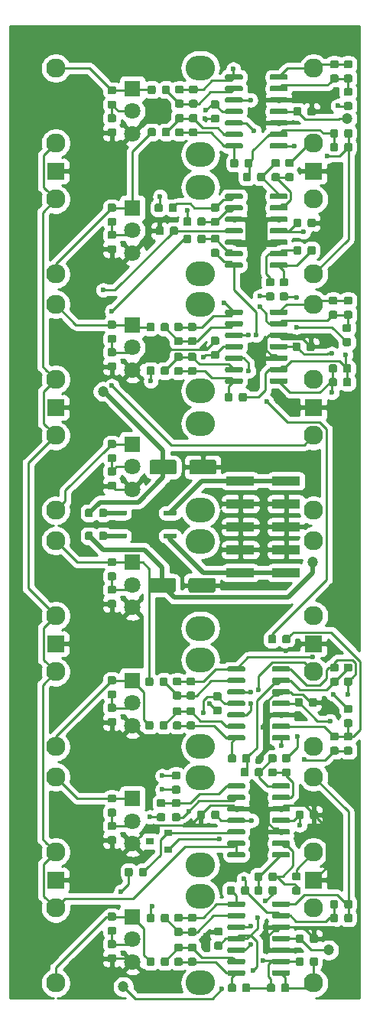
<source format=gbr>
G04 #@! TF.GenerationSoftware,KiCad,Pcbnew,(5.1.2)-2*
G04 #@! TF.CreationDate,2021-07-18T13:36:31+02:00*
G04 #@! TF.ProjectId,Octal,4f637461-6c2e-46b6-9963-61645f706362,1.0.0*
G04 #@! TF.SameCoordinates,Original*
G04 #@! TF.FileFunction,Copper,L2,Bot*
G04 #@! TF.FilePolarity,Positive*
%FSLAX46Y46*%
G04 Gerber Fmt 4.6, Leading zero omitted, Abs format (unit mm)*
G04 Created by KiCad (PCBNEW (5.1.2)-2) date 2021-07-18 13:36:31*
%MOMM*%
%LPD*%
G04 APERTURE LIST*
%ADD10C,0.150000*%
%ADD11C,1.600000*%
%ADD12C,2.130000*%
%ADD13R,1.930000X1.830000*%
%ADD14C,0.875000*%
%ADD15C,0.600000*%
%ADD16R,0.900000X0.800000*%
%ADD17R,1.800000X1.800000*%
%ADD18C,1.800000*%
%ADD19O,3.240000X2.720000*%
%ADD20C,0.550000*%
%ADD21R,3.150000X1.000000*%
%ADD22C,1.200000*%
%ADD23C,0.254000*%
%ADD24C,0.508000*%
G04 APERTURE END LIST*
D10*
G36*
X184621504Y-91911204D02*
G01*
X184645773Y-91914804D01*
X184669571Y-91920765D01*
X184692671Y-91929030D01*
X184714849Y-91939520D01*
X184735893Y-91952133D01*
X184755598Y-91966747D01*
X184773777Y-91983223D01*
X184790253Y-92001402D01*
X184804867Y-92021107D01*
X184817480Y-92042151D01*
X184827970Y-92064329D01*
X184836235Y-92087429D01*
X184842196Y-92111227D01*
X184845796Y-92135496D01*
X184847000Y-92160000D01*
X184847000Y-93260000D01*
X184845796Y-93284504D01*
X184842196Y-93308773D01*
X184836235Y-93332571D01*
X184827970Y-93355671D01*
X184817480Y-93377849D01*
X184804867Y-93398893D01*
X184790253Y-93418598D01*
X184773777Y-93436777D01*
X184755598Y-93453253D01*
X184735893Y-93467867D01*
X184714849Y-93480480D01*
X184692671Y-93490970D01*
X184669571Y-93499235D01*
X184645773Y-93505196D01*
X184621504Y-93508796D01*
X184597000Y-93510000D01*
X182097000Y-93510000D01*
X182072496Y-93508796D01*
X182048227Y-93505196D01*
X182024429Y-93499235D01*
X182001329Y-93490970D01*
X181979151Y-93480480D01*
X181958107Y-93467867D01*
X181938402Y-93453253D01*
X181920223Y-93436777D01*
X181903747Y-93418598D01*
X181889133Y-93398893D01*
X181876520Y-93377849D01*
X181866030Y-93355671D01*
X181857765Y-93332571D01*
X181851804Y-93308773D01*
X181848204Y-93284504D01*
X181847000Y-93260000D01*
X181847000Y-92160000D01*
X181848204Y-92135496D01*
X181851804Y-92111227D01*
X181857765Y-92087429D01*
X181866030Y-92064329D01*
X181876520Y-92042151D01*
X181889133Y-92021107D01*
X181903747Y-92001402D01*
X181920223Y-91983223D01*
X181938402Y-91966747D01*
X181958107Y-91952133D01*
X181979151Y-91939520D01*
X182001329Y-91929030D01*
X182024429Y-91920765D01*
X182048227Y-91914804D01*
X182072496Y-91911204D01*
X182097000Y-91910000D01*
X184597000Y-91910000D01*
X184621504Y-91911204D01*
X184621504Y-91911204D01*
G37*
D11*
X183347000Y-92710000D03*
D10*
G36*
X189021504Y-91911204D02*
G01*
X189045773Y-91914804D01*
X189069571Y-91920765D01*
X189092671Y-91929030D01*
X189114849Y-91939520D01*
X189135893Y-91952133D01*
X189155598Y-91966747D01*
X189173777Y-91983223D01*
X189190253Y-92001402D01*
X189204867Y-92021107D01*
X189217480Y-92042151D01*
X189227970Y-92064329D01*
X189236235Y-92087429D01*
X189242196Y-92111227D01*
X189245796Y-92135496D01*
X189247000Y-92160000D01*
X189247000Y-93260000D01*
X189245796Y-93284504D01*
X189242196Y-93308773D01*
X189236235Y-93332571D01*
X189227970Y-93355671D01*
X189217480Y-93377849D01*
X189204867Y-93398893D01*
X189190253Y-93418598D01*
X189173777Y-93436777D01*
X189155598Y-93453253D01*
X189135893Y-93467867D01*
X189114849Y-93480480D01*
X189092671Y-93490970D01*
X189069571Y-93499235D01*
X189045773Y-93505196D01*
X189021504Y-93508796D01*
X188997000Y-93510000D01*
X186497000Y-93510000D01*
X186472496Y-93508796D01*
X186448227Y-93505196D01*
X186424429Y-93499235D01*
X186401329Y-93490970D01*
X186379151Y-93480480D01*
X186358107Y-93467867D01*
X186338402Y-93453253D01*
X186320223Y-93436777D01*
X186303747Y-93418598D01*
X186289133Y-93398893D01*
X186276520Y-93377849D01*
X186266030Y-93355671D01*
X186257765Y-93332571D01*
X186251804Y-93308773D01*
X186248204Y-93284504D01*
X186247000Y-93260000D01*
X186247000Y-92160000D01*
X186248204Y-92135496D01*
X186251804Y-92111227D01*
X186257765Y-92087429D01*
X186266030Y-92064329D01*
X186276520Y-92042151D01*
X186289133Y-92021107D01*
X186303747Y-92001402D01*
X186320223Y-91983223D01*
X186338402Y-91966747D01*
X186358107Y-91952133D01*
X186379151Y-91939520D01*
X186401329Y-91929030D01*
X186424429Y-91920765D01*
X186448227Y-91914804D01*
X186472496Y-91911204D01*
X186497000Y-91910000D01*
X188997000Y-91910000D01*
X189021504Y-91911204D01*
X189021504Y-91911204D01*
G37*
D11*
X187747000Y-92710000D03*
D10*
G36*
X188935504Y-104992204D02*
G01*
X188959773Y-104995804D01*
X188983571Y-105001765D01*
X189006671Y-105010030D01*
X189028849Y-105020520D01*
X189049893Y-105033133D01*
X189069598Y-105047747D01*
X189087777Y-105064223D01*
X189104253Y-105082402D01*
X189118867Y-105102107D01*
X189131480Y-105123151D01*
X189141970Y-105145329D01*
X189150235Y-105168429D01*
X189156196Y-105192227D01*
X189159796Y-105216496D01*
X189161000Y-105241000D01*
X189161000Y-106341000D01*
X189159796Y-106365504D01*
X189156196Y-106389773D01*
X189150235Y-106413571D01*
X189141970Y-106436671D01*
X189131480Y-106458849D01*
X189118867Y-106479893D01*
X189104253Y-106499598D01*
X189087777Y-106517777D01*
X189069598Y-106534253D01*
X189049893Y-106548867D01*
X189028849Y-106561480D01*
X189006671Y-106571970D01*
X188983571Y-106580235D01*
X188959773Y-106586196D01*
X188935504Y-106589796D01*
X188911000Y-106591000D01*
X186411000Y-106591000D01*
X186386496Y-106589796D01*
X186362227Y-106586196D01*
X186338429Y-106580235D01*
X186315329Y-106571970D01*
X186293151Y-106561480D01*
X186272107Y-106548867D01*
X186252402Y-106534253D01*
X186234223Y-106517777D01*
X186217747Y-106499598D01*
X186203133Y-106479893D01*
X186190520Y-106458849D01*
X186180030Y-106436671D01*
X186171765Y-106413571D01*
X186165804Y-106389773D01*
X186162204Y-106365504D01*
X186161000Y-106341000D01*
X186161000Y-105241000D01*
X186162204Y-105216496D01*
X186165804Y-105192227D01*
X186171765Y-105168429D01*
X186180030Y-105145329D01*
X186190520Y-105123151D01*
X186203133Y-105102107D01*
X186217747Y-105082402D01*
X186234223Y-105064223D01*
X186252402Y-105047747D01*
X186272107Y-105033133D01*
X186293151Y-105020520D01*
X186315329Y-105010030D01*
X186338429Y-105001765D01*
X186362227Y-104995804D01*
X186386496Y-104992204D01*
X186411000Y-104991000D01*
X188911000Y-104991000D01*
X188935504Y-104992204D01*
X188935504Y-104992204D01*
G37*
D11*
X187661000Y-105791000D03*
D10*
G36*
X184535504Y-104992204D02*
G01*
X184559773Y-104995804D01*
X184583571Y-105001765D01*
X184606671Y-105010030D01*
X184628849Y-105020520D01*
X184649893Y-105033133D01*
X184669598Y-105047747D01*
X184687777Y-105064223D01*
X184704253Y-105082402D01*
X184718867Y-105102107D01*
X184731480Y-105123151D01*
X184741970Y-105145329D01*
X184750235Y-105168429D01*
X184756196Y-105192227D01*
X184759796Y-105216496D01*
X184761000Y-105241000D01*
X184761000Y-106341000D01*
X184759796Y-106365504D01*
X184756196Y-106389773D01*
X184750235Y-106413571D01*
X184741970Y-106436671D01*
X184731480Y-106458849D01*
X184718867Y-106479893D01*
X184704253Y-106499598D01*
X184687777Y-106517777D01*
X184669598Y-106534253D01*
X184649893Y-106548867D01*
X184628849Y-106561480D01*
X184606671Y-106571970D01*
X184583571Y-106580235D01*
X184559773Y-106586196D01*
X184535504Y-106589796D01*
X184511000Y-106591000D01*
X182011000Y-106591000D01*
X181986496Y-106589796D01*
X181962227Y-106586196D01*
X181938429Y-106580235D01*
X181915329Y-106571970D01*
X181893151Y-106561480D01*
X181872107Y-106548867D01*
X181852402Y-106534253D01*
X181834223Y-106517777D01*
X181817747Y-106499598D01*
X181803133Y-106479893D01*
X181790520Y-106458849D01*
X181780030Y-106436671D01*
X181771765Y-106413571D01*
X181765804Y-106389773D01*
X181762204Y-106365504D01*
X181761000Y-106341000D01*
X181761000Y-105241000D01*
X181762204Y-105216496D01*
X181765804Y-105192227D01*
X181771765Y-105168429D01*
X181780030Y-105145329D01*
X181790520Y-105123151D01*
X181803133Y-105102107D01*
X181817747Y-105082402D01*
X181834223Y-105064223D01*
X181852402Y-105047747D01*
X181872107Y-105033133D01*
X181893151Y-105020520D01*
X181915329Y-105010030D01*
X181938429Y-105001765D01*
X181962227Y-104995804D01*
X181986496Y-104992204D01*
X182011000Y-104991000D01*
X184511000Y-104991000D01*
X184535504Y-104992204D01*
X184535504Y-104992204D01*
G37*
D11*
X183261000Y-105791000D03*
D12*
X171450000Y-115368000D03*
D13*
X171450000Y-112268000D03*
D12*
X171450000Y-123668000D03*
X200025000Y-115368000D03*
D13*
X200025000Y-112268000D03*
D12*
X200025000Y-123668000D03*
D10*
G36*
X198461691Y-68233053D02*
G01*
X198482926Y-68236203D01*
X198503750Y-68241419D01*
X198523962Y-68248651D01*
X198543368Y-68257830D01*
X198561781Y-68268866D01*
X198579024Y-68281654D01*
X198594930Y-68296070D01*
X198609346Y-68311976D01*
X198622134Y-68329219D01*
X198633170Y-68347632D01*
X198642349Y-68367038D01*
X198649581Y-68387250D01*
X198654797Y-68408074D01*
X198657947Y-68429309D01*
X198659000Y-68450750D01*
X198659000Y-68963250D01*
X198657947Y-68984691D01*
X198654797Y-69005926D01*
X198649581Y-69026750D01*
X198642349Y-69046962D01*
X198633170Y-69066368D01*
X198622134Y-69084781D01*
X198609346Y-69102024D01*
X198594930Y-69117930D01*
X198579024Y-69132346D01*
X198561781Y-69145134D01*
X198543368Y-69156170D01*
X198523962Y-69165349D01*
X198503750Y-69172581D01*
X198482926Y-69177797D01*
X198461691Y-69180947D01*
X198440250Y-69182000D01*
X198002750Y-69182000D01*
X197981309Y-69180947D01*
X197960074Y-69177797D01*
X197939250Y-69172581D01*
X197919038Y-69165349D01*
X197899632Y-69156170D01*
X197881219Y-69145134D01*
X197863976Y-69132346D01*
X197848070Y-69117930D01*
X197833654Y-69102024D01*
X197820866Y-69084781D01*
X197809830Y-69066368D01*
X197800651Y-69046962D01*
X197793419Y-69026750D01*
X197788203Y-69005926D01*
X197785053Y-68984691D01*
X197784000Y-68963250D01*
X197784000Y-68450750D01*
X197785053Y-68429309D01*
X197788203Y-68408074D01*
X197793419Y-68387250D01*
X197800651Y-68367038D01*
X197809830Y-68347632D01*
X197820866Y-68329219D01*
X197833654Y-68311976D01*
X197848070Y-68296070D01*
X197863976Y-68281654D01*
X197881219Y-68268866D01*
X197899632Y-68257830D01*
X197919038Y-68248651D01*
X197939250Y-68241419D01*
X197960074Y-68236203D01*
X197981309Y-68233053D01*
X198002750Y-68232000D01*
X198440250Y-68232000D01*
X198461691Y-68233053D01*
X198461691Y-68233053D01*
G37*
D14*
X198221500Y-68707000D03*
D10*
G36*
X200036691Y-68233053D02*
G01*
X200057926Y-68236203D01*
X200078750Y-68241419D01*
X200098962Y-68248651D01*
X200118368Y-68257830D01*
X200136781Y-68268866D01*
X200154024Y-68281654D01*
X200169930Y-68296070D01*
X200184346Y-68311976D01*
X200197134Y-68329219D01*
X200208170Y-68347632D01*
X200217349Y-68367038D01*
X200224581Y-68387250D01*
X200229797Y-68408074D01*
X200232947Y-68429309D01*
X200234000Y-68450750D01*
X200234000Y-68963250D01*
X200232947Y-68984691D01*
X200229797Y-69005926D01*
X200224581Y-69026750D01*
X200217349Y-69046962D01*
X200208170Y-69066368D01*
X200197134Y-69084781D01*
X200184346Y-69102024D01*
X200169930Y-69117930D01*
X200154024Y-69132346D01*
X200136781Y-69145134D01*
X200118368Y-69156170D01*
X200098962Y-69165349D01*
X200078750Y-69172581D01*
X200057926Y-69177797D01*
X200036691Y-69180947D01*
X200015250Y-69182000D01*
X199577750Y-69182000D01*
X199556309Y-69180947D01*
X199535074Y-69177797D01*
X199514250Y-69172581D01*
X199494038Y-69165349D01*
X199474632Y-69156170D01*
X199456219Y-69145134D01*
X199438976Y-69132346D01*
X199423070Y-69117930D01*
X199408654Y-69102024D01*
X199395866Y-69084781D01*
X199384830Y-69066368D01*
X199375651Y-69046962D01*
X199368419Y-69026750D01*
X199363203Y-69005926D01*
X199360053Y-68984691D01*
X199359000Y-68963250D01*
X199359000Y-68450750D01*
X199360053Y-68429309D01*
X199363203Y-68408074D01*
X199368419Y-68387250D01*
X199375651Y-68367038D01*
X199384830Y-68347632D01*
X199395866Y-68329219D01*
X199408654Y-68311976D01*
X199423070Y-68296070D01*
X199438976Y-68281654D01*
X199456219Y-68268866D01*
X199474632Y-68257830D01*
X199494038Y-68248651D01*
X199514250Y-68241419D01*
X199535074Y-68236203D01*
X199556309Y-68233053D01*
X199577750Y-68232000D01*
X200015250Y-68232000D01*
X200036691Y-68233053D01*
X200036691Y-68233053D01*
G37*
D14*
X199796500Y-68707000D03*
D12*
X200025000Y-56844000D03*
D13*
X200025000Y-59944000D03*
D12*
X200025000Y-48544000D03*
D10*
G36*
X197243703Y-114762722D02*
G01*
X197258264Y-114764882D01*
X197272543Y-114768459D01*
X197286403Y-114773418D01*
X197299710Y-114779712D01*
X197312336Y-114787280D01*
X197324159Y-114796048D01*
X197335066Y-114805934D01*
X197344952Y-114816841D01*
X197353720Y-114828664D01*
X197361288Y-114841290D01*
X197367582Y-114854597D01*
X197372541Y-114868457D01*
X197376118Y-114882736D01*
X197378278Y-114897297D01*
X197379000Y-114912000D01*
X197379000Y-115212000D01*
X197378278Y-115226703D01*
X197376118Y-115241264D01*
X197372541Y-115255543D01*
X197367582Y-115269403D01*
X197361288Y-115282710D01*
X197353720Y-115295336D01*
X197344952Y-115307159D01*
X197335066Y-115318066D01*
X197324159Y-115327952D01*
X197312336Y-115336720D01*
X197299710Y-115344288D01*
X197286403Y-115350582D01*
X197272543Y-115355541D01*
X197258264Y-115359118D01*
X197243703Y-115361278D01*
X197229000Y-115362000D01*
X195579000Y-115362000D01*
X195564297Y-115361278D01*
X195549736Y-115359118D01*
X195535457Y-115355541D01*
X195521597Y-115350582D01*
X195508290Y-115344288D01*
X195495664Y-115336720D01*
X195483841Y-115327952D01*
X195472934Y-115318066D01*
X195463048Y-115307159D01*
X195454280Y-115295336D01*
X195446712Y-115282710D01*
X195440418Y-115269403D01*
X195435459Y-115255543D01*
X195431882Y-115241264D01*
X195429722Y-115226703D01*
X195429000Y-115212000D01*
X195429000Y-114912000D01*
X195429722Y-114897297D01*
X195431882Y-114882736D01*
X195435459Y-114868457D01*
X195440418Y-114854597D01*
X195446712Y-114841290D01*
X195454280Y-114828664D01*
X195463048Y-114816841D01*
X195472934Y-114805934D01*
X195483841Y-114796048D01*
X195495664Y-114787280D01*
X195508290Y-114779712D01*
X195521597Y-114773418D01*
X195535457Y-114768459D01*
X195549736Y-114764882D01*
X195564297Y-114762722D01*
X195579000Y-114762000D01*
X197229000Y-114762000D01*
X197243703Y-114762722D01*
X197243703Y-114762722D01*
G37*
D15*
X196404000Y-115062000D03*
D10*
G36*
X197243703Y-116032722D02*
G01*
X197258264Y-116034882D01*
X197272543Y-116038459D01*
X197286403Y-116043418D01*
X197299710Y-116049712D01*
X197312336Y-116057280D01*
X197324159Y-116066048D01*
X197335066Y-116075934D01*
X197344952Y-116086841D01*
X197353720Y-116098664D01*
X197361288Y-116111290D01*
X197367582Y-116124597D01*
X197372541Y-116138457D01*
X197376118Y-116152736D01*
X197378278Y-116167297D01*
X197379000Y-116182000D01*
X197379000Y-116482000D01*
X197378278Y-116496703D01*
X197376118Y-116511264D01*
X197372541Y-116525543D01*
X197367582Y-116539403D01*
X197361288Y-116552710D01*
X197353720Y-116565336D01*
X197344952Y-116577159D01*
X197335066Y-116588066D01*
X197324159Y-116597952D01*
X197312336Y-116606720D01*
X197299710Y-116614288D01*
X197286403Y-116620582D01*
X197272543Y-116625541D01*
X197258264Y-116629118D01*
X197243703Y-116631278D01*
X197229000Y-116632000D01*
X195579000Y-116632000D01*
X195564297Y-116631278D01*
X195549736Y-116629118D01*
X195535457Y-116625541D01*
X195521597Y-116620582D01*
X195508290Y-116614288D01*
X195495664Y-116606720D01*
X195483841Y-116597952D01*
X195472934Y-116588066D01*
X195463048Y-116577159D01*
X195454280Y-116565336D01*
X195446712Y-116552710D01*
X195440418Y-116539403D01*
X195435459Y-116525543D01*
X195431882Y-116511264D01*
X195429722Y-116496703D01*
X195429000Y-116482000D01*
X195429000Y-116182000D01*
X195429722Y-116167297D01*
X195431882Y-116152736D01*
X195435459Y-116138457D01*
X195440418Y-116124597D01*
X195446712Y-116111290D01*
X195454280Y-116098664D01*
X195463048Y-116086841D01*
X195472934Y-116075934D01*
X195483841Y-116066048D01*
X195495664Y-116057280D01*
X195508290Y-116049712D01*
X195521597Y-116043418D01*
X195535457Y-116038459D01*
X195549736Y-116034882D01*
X195564297Y-116032722D01*
X195579000Y-116032000D01*
X197229000Y-116032000D01*
X197243703Y-116032722D01*
X197243703Y-116032722D01*
G37*
D15*
X196404000Y-116332000D03*
D10*
G36*
X197243703Y-117302722D02*
G01*
X197258264Y-117304882D01*
X197272543Y-117308459D01*
X197286403Y-117313418D01*
X197299710Y-117319712D01*
X197312336Y-117327280D01*
X197324159Y-117336048D01*
X197335066Y-117345934D01*
X197344952Y-117356841D01*
X197353720Y-117368664D01*
X197361288Y-117381290D01*
X197367582Y-117394597D01*
X197372541Y-117408457D01*
X197376118Y-117422736D01*
X197378278Y-117437297D01*
X197379000Y-117452000D01*
X197379000Y-117752000D01*
X197378278Y-117766703D01*
X197376118Y-117781264D01*
X197372541Y-117795543D01*
X197367582Y-117809403D01*
X197361288Y-117822710D01*
X197353720Y-117835336D01*
X197344952Y-117847159D01*
X197335066Y-117858066D01*
X197324159Y-117867952D01*
X197312336Y-117876720D01*
X197299710Y-117884288D01*
X197286403Y-117890582D01*
X197272543Y-117895541D01*
X197258264Y-117899118D01*
X197243703Y-117901278D01*
X197229000Y-117902000D01*
X195579000Y-117902000D01*
X195564297Y-117901278D01*
X195549736Y-117899118D01*
X195535457Y-117895541D01*
X195521597Y-117890582D01*
X195508290Y-117884288D01*
X195495664Y-117876720D01*
X195483841Y-117867952D01*
X195472934Y-117858066D01*
X195463048Y-117847159D01*
X195454280Y-117835336D01*
X195446712Y-117822710D01*
X195440418Y-117809403D01*
X195435459Y-117795543D01*
X195431882Y-117781264D01*
X195429722Y-117766703D01*
X195429000Y-117752000D01*
X195429000Y-117452000D01*
X195429722Y-117437297D01*
X195431882Y-117422736D01*
X195435459Y-117408457D01*
X195440418Y-117394597D01*
X195446712Y-117381290D01*
X195454280Y-117368664D01*
X195463048Y-117356841D01*
X195472934Y-117345934D01*
X195483841Y-117336048D01*
X195495664Y-117327280D01*
X195508290Y-117319712D01*
X195521597Y-117313418D01*
X195535457Y-117308459D01*
X195549736Y-117304882D01*
X195564297Y-117302722D01*
X195579000Y-117302000D01*
X197229000Y-117302000D01*
X197243703Y-117302722D01*
X197243703Y-117302722D01*
G37*
D15*
X196404000Y-117602000D03*
D10*
G36*
X197243703Y-118572722D02*
G01*
X197258264Y-118574882D01*
X197272543Y-118578459D01*
X197286403Y-118583418D01*
X197299710Y-118589712D01*
X197312336Y-118597280D01*
X197324159Y-118606048D01*
X197335066Y-118615934D01*
X197344952Y-118626841D01*
X197353720Y-118638664D01*
X197361288Y-118651290D01*
X197367582Y-118664597D01*
X197372541Y-118678457D01*
X197376118Y-118692736D01*
X197378278Y-118707297D01*
X197379000Y-118722000D01*
X197379000Y-119022000D01*
X197378278Y-119036703D01*
X197376118Y-119051264D01*
X197372541Y-119065543D01*
X197367582Y-119079403D01*
X197361288Y-119092710D01*
X197353720Y-119105336D01*
X197344952Y-119117159D01*
X197335066Y-119128066D01*
X197324159Y-119137952D01*
X197312336Y-119146720D01*
X197299710Y-119154288D01*
X197286403Y-119160582D01*
X197272543Y-119165541D01*
X197258264Y-119169118D01*
X197243703Y-119171278D01*
X197229000Y-119172000D01*
X195579000Y-119172000D01*
X195564297Y-119171278D01*
X195549736Y-119169118D01*
X195535457Y-119165541D01*
X195521597Y-119160582D01*
X195508290Y-119154288D01*
X195495664Y-119146720D01*
X195483841Y-119137952D01*
X195472934Y-119128066D01*
X195463048Y-119117159D01*
X195454280Y-119105336D01*
X195446712Y-119092710D01*
X195440418Y-119079403D01*
X195435459Y-119065543D01*
X195431882Y-119051264D01*
X195429722Y-119036703D01*
X195429000Y-119022000D01*
X195429000Y-118722000D01*
X195429722Y-118707297D01*
X195431882Y-118692736D01*
X195435459Y-118678457D01*
X195440418Y-118664597D01*
X195446712Y-118651290D01*
X195454280Y-118638664D01*
X195463048Y-118626841D01*
X195472934Y-118615934D01*
X195483841Y-118606048D01*
X195495664Y-118597280D01*
X195508290Y-118589712D01*
X195521597Y-118583418D01*
X195535457Y-118578459D01*
X195549736Y-118574882D01*
X195564297Y-118572722D01*
X195579000Y-118572000D01*
X197229000Y-118572000D01*
X197243703Y-118572722D01*
X197243703Y-118572722D01*
G37*
D15*
X196404000Y-118872000D03*
D10*
G36*
X197243703Y-119842722D02*
G01*
X197258264Y-119844882D01*
X197272543Y-119848459D01*
X197286403Y-119853418D01*
X197299710Y-119859712D01*
X197312336Y-119867280D01*
X197324159Y-119876048D01*
X197335066Y-119885934D01*
X197344952Y-119896841D01*
X197353720Y-119908664D01*
X197361288Y-119921290D01*
X197367582Y-119934597D01*
X197372541Y-119948457D01*
X197376118Y-119962736D01*
X197378278Y-119977297D01*
X197379000Y-119992000D01*
X197379000Y-120292000D01*
X197378278Y-120306703D01*
X197376118Y-120321264D01*
X197372541Y-120335543D01*
X197367582Y-120349403D01*
X197361288Y-120362710D01*
X197353720Y-120375336D01*
X197344952Y-120387159D01*
X197335066Y-120398066D01*
X197324159Y-120407952D01*
X197312336Y-120416720D01*
X197299710Y-120424288D01*
X197286403Y-120430582D01*
X197272543Y-120435541D01*
X197258264Y-120439118D01*
X197243703Y-120441278D01*
X197229000Y-120442000D01*
X195579000Y-120442000D01*
X195564297Y-120441278D01*
X195549736Y-120439118D01*
X195535457Y-120435541D01*
X195521597Y-120430582D01*
X195508290Y-120424288D01*
X195495664Y-120416720D01*
X195483841Y-120407952D01*
X195472934Y-120398066D01*
X195463048Y-120387159D01*
X195454280Y-120375336D01*
X195446712Y-120362710D01*
X195440418Y-120349403D01*
X195435459Y-120335543D01*
X195431882Y-120321264D01*
X195429722Y-120306703D01*
X195429000Y-120292000D01*
X195429000Y-119992000D01*
X195429722Y-119977297D01*
X195431882Y-119962736D01*
X195435459Y-119948457D01*
X195440418Y-119934597D01*
X195446712Y-119921290D01*
X195454280Y-119908664D01*
X195463048Y-119896841D01*
X195472934Y-119885934D01*
X195483841Y-119876048D01*
X195495664Y-119867280D01*
X195508290Y-119859712D01*
X195521597Y-119853418D01*
X195535457Y-119848459D01*
X195549736Y-119844882D01*
X195564297Y-119842722D01*
X195579000Y-119842000D01*
X197229000Y-119842000D01*
X197243703Y-119842722D01*
X197243703Y-119842722D01*
G37*
D15*
X196404000Y-120142000D03*
D10*
G36*
X197243703Y-121112722D02*
G01*
X197258264Y-121114882D01*
X197272543Y-121118459D01*
X197286403Y-121123418D01*
X197299710Y-121129712D01*
X197312336Y-121137280D01*
X197324159Y-121146048D01*
X197335066Y-121155934D01*
X197344952Y-121166841D01*
X197353720Y-121178664D01*
X197361288Y-121191290D01*
X197367582Y-121204597D01*
X197372541Y-121218457D01*
X197376118Y-121232736D01*
X197378278Y-121247297D01*
X197379000Y-121262000D01*
X197379000Y-121562000D01*
X197378278Y-121576703D01*
X197376118Y-121591264D01*
X197372541Y-121605543D01*
X197367582Y-121619403D01*
X197361288Y-121632710D01*
X197353720Y-121645336D01*
X197344952Y-121657159D01*
X197335066Y-121668066D01*
X197324159Y-121677952D01*
X197312336Y-121686720D01*
X197299710Y-121694288D01*
X197286403Y-121700582D01*
X197272543Y-121705541D01*
X197258264Y-121709118D01*
X197243703Y-121711278D01*
X197229000Y-121712000D01*
X195579000Y-121712000D01*
X195564297Y-121711278D01*
X195549736Y-121709118D01*
X195535457Y-121705541D01*
X195521597Y-121700582D01*
X195508290Y-121694288D01*
X195495664Y-121686720D01*
X195483841Y-121677952D01*
X195472934Y-121668066D01*
X195463048Y-121657159D01*
X195454280Y-121645336D01*
X195446712Y-121632710D01*
X195440418Y-121619403D01*
X195435459Y-121605543D01*
X195431882Y-121591264D01*
X195429722Y-121576703D01*
X195429000Y-121562000D01*
X195429000Y-121262000D01*
X195429722Y-121247297D01*
X195431882Y-121232736D01*
X195435459Y-121218457D01*
X195440418Y-121204597D01*
X195446712Y-121191290D01*
X195454280Y-121178664D01*
X195463048Y-121166841D01*
X195472934Y-121155934D01*
X195483841Y-121146048D01*
X195495664Y-121137280D01*
X195508290Y-121129712D01*
X195521597Y-121123418D01*
X195535457Y-121118459D01*
X195549736Y-121114882D01*
X195564297Y-121112722D01*
X195579000Y-121112000D01*
X197229000Y-121112000D01*
X197243703Y-121112722D01*
X197243703Y-121112722D01*
G37*
D15*
X196404000Y-121412000D03*
D10*
G36*
X197243703Y-122382722D02*
G01*
X197258264Y-122384882D01*
X197272543Y-122388459D01*
X197286403Y-122393418D01*
X197299710Y-122399712D01*
X197312336Y-122407280D01*
X197324159Y-122416048D01*
X197335066Y-122425934D01*
X197344952Y-122436841D01*
X197353720Y-122448664D01*
X197361288Y-122461290D01*
X197367582Y-122474597D01*
X197372541Y-122488457D01*
X197376118Y-122502736D01*
X197378278Y-122517297D01*
X197379000Y-122532000D01*
X197379000Y-122832000D01*
X197378278Y-122846703D01*
X197376118Y-122861264D01*
X197372541Y-122875543D01*
X197367582Y-122889403D01*
X197361288Y-122902710D01*
X197353720Y-122915336D01*
X197344952Y-122927159D01*
X197335066Y-122938066D01*
X197324159Y-122947952D01*
X197312336Y-122956720D01*
X197299710Y-122964288D01*
X197286403Y-122970582D01*
X197272543Y-122975541D01*
X197258264Y-122979118D01*
X197243703Y-122981278D01*
X197229000Y-122982000D01*
X195579000Y-122982000D01*
X195564297Y-122981278D01*
X195549736Y-122979118D01*
X195535457Y-122975541D01*
X195521597Y-122970582D01*
X195508290Y-122964288D01*
X195495664Y-122956720D01*
X195483841Y-122947952D01*
X195472934Y-122938066D01*
X195463048Y-122927159D01*
X195454280Y-122915336D01*
X195446712Y-122902710D01*
X195440418Y-122889403D01*
X195435459Y-122875543D01*
X195431882Y-122861264D01*
X195429722Y-122846703D01*
X195429000Y-122832000D01*
X195429000Y-122532000D01*
X195429722Y-122517297D01*
X195431882Y-122502736D01*
X195435459Y-122488457D01*
X195440418Y-122474597D01*
X195446712Y-122461290D01*
X195454280Y-122448664D01*
X195463048Y-122436841D01*
X195472934Y-122425934D01*
X195483841Y-122416048D01*
X195495664Y-122407280D01*
X195508290Y-122399712D01*
X195521597Y-122393418D01*
X195535457Y-122388459D01*
X195549736Y-122384882D01*
X195564297Y-122382722D01*
X195579000Y-122382000D01*
X197229000Y-122382000D01*
X197243703Y-122382722D01*
X197243703Y-122382722D01*
G37*
D15*
X196404000Y-122682000D03*
D10*
G36*
X192293703Y-122382722D02*
G01*
X192308264Y-122384882D01*
X192322543Y-122388459D01*
X192336403Y-122393418D01*
X192349710Y-122399712D01*
X192362336Y-122407280D01*
X192374159Y-122416048D01*
X192385066Y-122425934D01*
X192394952Y-122436841D01*
X192403720Y-122448664D01*
X192411288Y-122461290D01*
X192417582Y-122474597D01*
X192422541Y-122488457D01*
X192426118Y-122502736D01*
X192428278Y-122517297D01*
X192429000Y-122532000D01*
X192429000Y-122832000D01*
X192428278Y-122846703D01*
X192426118Y-122861264D01*
X192422541Y-122875543D01*
X192417582Y-122889403D01*
X192411288Y-122902710D01*
X192403720Y-122915336D01*
X192394952Y-122927159D01*
X192385066Y-122938066D01*
X192374159Y-122947952D01*
X192362336Y-122956720D01*
X192349710Y-122964288D01*
X192336403Y-122970582D01*
X192322543Y-122975541D01*
X192308264Y-122979118D01*
X192293703Y-122981278D01*
X192279000Y-122982000D01*
X190629000Y-122982000D01*
X190614297Y-122981278D01*
X190599736Y-122979118D01*
X190585457Y-122975541D01*
X190571597Y-122970582D01*
X190558290Y-122964288D01*
X190545664Y-122956720D01*
X190533841Y-122947952D01*
X190522934Y-122938066D01*
X190513048Y-122927159D01*
X190504280Y-122915336D01*
X190496712Y-122902710D01*
X190490418Y-122889403D01*
X190485459Y-122875543D01*
X190481882Y-122861264D01*
X190479722Y-122846703D01*
X190479000Y-122832000D01*
X190479000Y-122532000D01*
X190479722Y-122517297D01*
X190481882Y-122502736D01*
X190485459Y-122488457D01*
X190490418Y-122474597D01*
X190496712Y-122461290D01*
X190504280Y-122448664D01*
X190513048Y-122436841D01*
X190522934Y-122425934D01*
X190533841Y-122416048D01*
X190545664Y-122407280D01*
X190558290Y-122399712D01*
X190571597Y-122393418D01*
X190585457Y-122388459D01*
X190599736Y-122384882D01*
X190614297Y-122382722D01*
X190629000Y-122382000D01*
X192279000Y-122382000D01*
X192293703Y-122382722D01*
X192293703Y-122382722D01*
G37*
D15*
X191454000Y-122682000D03*
D10*
G36*
X192293703Y-121112722D02*
G01*
X192308264Y-121114882D01*
X192322543Y-121118459D01*
X192336403Y-121123418D01*
X192349710Y-121129712D01*
X192362336Y-121137280D01*
X192374159Y-121146048D01*
X192385066Y-121155934D01*
X192394952Y-121166841D01*
X192403720Y-121178664D01*
X192411288Y-121191290D01*
X192417582Y-121204597D01*
X192422541Y-121218457D01*
X192426118Y-121232736D01*
X192428278Y-121247297D01*
X192429000Y-121262000D01*
X192429000Y-121562000D01*
X192428278Y-121576703D01*
X192426118Y-121591264D01*
X192422541Y-121605543D01*
X192417582Y-121619403D01*
X192411288Y-121632710D01*
X192403720Y-121645336D01*
X192394952Y-121657159D01*
X192385066Y-121668066D01*
X192374159Y-121677952D01*
X192362336Y-121686720D01*
X192349710Y-121694288D01*
X192336403Y-121700582D01*
X192322543Y-121705541D01*
X192308264Y-121709118D01*
X192293703Y-121711278D01*
X192279000Y-121712000D01*
X190629000Y-121712000D01*
X190614297Y-121711278D01*
X190599736Y-121709118D01*
X190585457Y-121705541D01*
X190571597Y-121700582D01*
X190558290Y-121694288D01*
X190545664Y-121686720D01*
X190533841Y-121677952D01*
X190522934Y-121668066D01*
X190513048Y-121657159D01*
X190504280Y-121645336D01*
X190496712Y-121632710D01*
X190490418Y-121619403D01*
X190485459Y-121605543D01*
X190481882Y-121591264D01*
X190479722Y-121576703D01*
X190479000Y-121562000D01*
X190479000Y-121262000D01*
X190479722Y-121247297D01*
X190481882Y-121232736D01*
X190485459Y-121218457D01*
X190490418Y-121204597D01*
X190496712Y-121191290D01*
X190504280Y-121178664D01*
X190513048Y-121166841D01*
X190522934Y-121155934D01*
X190533841Y-121146048D01*
X190545664Y-121137280D01*
X190558290Y-121129712D01*
X190571597Y-121123418D01*
X190585457Y-121118459D01*
X190599736Y-121114882D01*
X190614297Y-121112722D01*
X190629000Y-121112000D01*
X192279000Y-121112000D01*
X192293703Y-121112722D01*
X192293703Y-121112722D01*
G37*
D15*
X191454000Y-121412000D03*
D10*
G36*
X192293703Y-119842722D02*
G01*
X192308264Y-119844882D01*
X192322543Y-119848459D01*
X192336403Y-119853418D01*
X192349710Y-119859712D01*
X192362336Y-119867280D01*
X192374159Y-119876048D01*
X192385066Y-119885934D01*
X192394952Y-119896841D01*
X192403720Y-119908664D01*
X192411288Y-119921290D01*
X192417582Y-119934597D01*
X192422541Y-119948457D01*
X192426118Y-119962736D01*
X192428278Y-119977297D01*
X192429000Y-119992000D01*
X192429000Y-120292000D01*
X192428278Y-120306703D01*
X192426118Y-120321264D01*
X192422541Y-120335543D01*
X192417582Y-120349403D01*
X192411288Y-120362710D01*
X192403720Y-120375336D01*
X192394952Y-120387159D01*
X192385066Y-120398066D01*
X192374159Y-120407952D01*
X192362336Y-120416720D01*
X192349710Y-120424288D01*
X192336403Y-120430582D01*
X192322543Y-120435541D01*
X192308264Y-120439118D01*
X192293703Y-120441278D01*
X192279000Y-120442000D01*
X190629000Y-120442000D01*
X190614297Y-120441278D01*
X190599736Y-120439118D01*
X190585457Y-120435541D01*
X190571597Y-120430582D01*
X190558290Y-120424288D01*
X190545664Y-120416720D01*
X190533841Y-120407952D01*
X190522934Y-120398066D01*
X190513048Y-120387159D01*
X190504280Y-120375336D01*
X190496712Y-120362710D01*
X190490418Y-120349403D01*
X190485459Y-120335543D01*
X190481882Y-120321264D01*
X190479722Y-120306703D01*
X190479000Y-120292000D01*
X190479000Y-119992000D01*
X190479722Y-119977297D01*
X190481882Y-119962736D01*
X190485459Y-119948457D01*
X190490418Y-119934597D01*
X190496712Y-119921290D01*
X190504280Y-119908664D01*
X190513048Y-119896841D01*
X190522934Y-119885934D01*
X190533841Y-119876048D01*
X190545664Y-119867280D01*
X190558290Y-119859712D01*
X190571597Y-119853418D01*
X190585457Y-119848459D01*
X190599736Y-119844882D01*
X190614297Y-119842722D01*
X190629000Y-119842000D01*
X192279000Y-119842000D01*
X192293703Y-119842722D01*
X192293703Y-119842722D01*
G37*
D15*
X191454000Y-120142000D03*
D10*
G36*
X192293703Y-118572722D02*
G01*
X192308264Y-118574882D01*
X192322543Y-118578459D01*
X192336403Y-118583418D01*
X192349710Y-118589712D01*
X192362336Y-118597280D01*
X192374159Y-118606048D01*
X192385066Y-118615934D01*
X192394952Y-118626841D01*
X192403720Y-118638664D01*
X192411288Y-118651290D01*
X192417582Y-118664597D01*
X192422541Y-118678457D01*
X192426118Y-118692736D01*
X192428278Y-118707297D01*
X192429000Y-118722000D01*
X192429000Y-119022000D01*
X192428278Y-119036703D01*
X192426118Y-119051264D01*
X192422541Y-119065543D01*
X192417582Y-119079403D01*
X192411288Y-119092710D01*
X192403720Y-119105336D01*
X192394952Y-119117159D01*
X192385066Y-119128066D01*
X192374159Y-119137952D01*
X192362336Y-119146720D01*
X192349710Y-119154288D01*
X192336403Y-119160582D01*
X192322543Y-119165541D01*
X192308264Y-119169118D01*
X192293703Y-119171278D01*
X192279000Y-119172000D01*
X190629000Y-119172000D01*
X190614297Y-119171278D01*
X190599736Y-119169118D01*
X190585457Y-119165541D01*
X190571597Y-119160582D01*
X190558290Y-119154288D01*
X190545664Y-119146720D01*
X190533841Y-119137952D01*
X190522934Y-119128066D01*
X190513048Y-119117159D01*
X190504280Y-119105336D01*
X190496712Y-119092710D01*
X190490418Y-119079403D01*
X190485459Y-119065543D01*
X190481882Y-119051264D01*
X190479722Y-119036703D01*
X190479000Y-119022000D01*
X190479000Y-118722000D01*
X190479722Y-118707297D01*
X190481882Y-118692736D01*
X190485459Y-118678457D01*
X190490418Y-118664597D01*
X190496712Y-118651290D01*
X190504280Y-118638664D01*
X190513048Y-118626841D01*
X190522934Y-118615934D01*
X190533841Y-118606048D01*
X190545664Y-118597280D01*
X190558290Y-118589712D01*
X190571597Y-118583418D01*
X190585457Y-118578459D01*
X190599736Y-118574882D01*
X190614297Y-118572722D01*
X190629000Y-118572000D01*
X192279000Y-118572000D01*
X192293703Y-118572722D01*
X192293703Y-118572722D01*
G37*
D15*
X191454000Y-118872000D03*
D10*
G36*
X192293703Y-117302722D02*
G01*
X192308264Y-117304882D01*
X192322543Y-117308459D01*
X192336403Y-117313418D01*
X192349710Y-117319712D01*
X192362336Y-117327280D01*
X192374159Y-117336048D01*
X192385066Y-117345934D01*
X192394952Y-117356841D01*
X192403720Y-117368664D01*
X192411288Y-117381290D01*
X192417582Y-117394597D01*
X192422541Y-117408457D01*
X192426118Y-117422736D01*
X192428278Y-117437297D01*
X192429000Y-117452000D01*
X192429000Y-117752000D01*
X192428278Y-117766703D01*
X192426118Y-117781264D01*
X192422541Y-117795543D01*
X192417582Y-117809403D01*
X192411288Y-117822710D01*
X192403720Y-117835336D01*
X192394952Y-117847159D01*
X192385066Y-117858066D01*
X192374159Y-117867952D01*
X192362336Y-117876720D01*
X192349710Y-117884288D01*
X192336403Y-117890582D01*
X192322543Y-117895541D01*
X192308264Y-117899118D01*
X192293703Y-117901278D01*
X192279000Y-117902000D01*
X190629000Y-117902000D01*
X190614297Y-117901278D01*
X190599736Y-117899118D01*
X190585457Y-117895541D01*
X190571597Y-117890582D01*
X190558290Y-117884288D01*
X190545664Y-117876720D01*
X190533841Y-117867952D01*
X190522934Y-117858066D01*
X190513048Y-117847159D01*
X190504280Y-117835336D01*
X190496712Y-117822710D01*
X190490418Y-117809403D01*
X190485459Y-117795543D01*
X190481882Y-117781264D01*
X190479722Y-117766703D01*
X190479000Y-117752000D01*
X190479000Y-117452000D01*
X190479722Y-117437297D01*
X190481882Y-117422736D01*
X190485459Y-117408457D01*
X190490418Y-117394597D01*
X190496712Y-117381290D01*
X190504280Y-117368664D01*
X190513048Y-117356841D01*
X190522934Y-117345934D01*
X190533841Y-117336048D01*
X190545664Y-117327280D01*
X190558290Y-117319712D01*
X190571597Y-117313418D01*
X190585457Y-117308459D01*
X190599736Y-117304882D01*
X190614297Y-117302722D01*
X190629000Y-117302000D01*
X192279000Y-117302000D01*
X192293703Y-117302722D01*
X192293703Y-117302722D01*
G37*
D15*
X191454000Y-117602000D03*
D10*
G36*
X192293703Y-116032722D02*
G01*
X192308264Y-116034882D01*
X192322543Y-116038459D01*
X192336403Y-116043418D01*
X192349710Y-116049712D01*
X192362336Y-116057280D01*
X192374159Y-116066048D01*
X192385066Y-116075934D01*
X192394952Y-116086841D01*
X192403720Y-116098664D01*
X192411288Y-116111290D01*
X192417582Y-116124597D01*
X192422541Y-116138457D01*
X192426118Y-116152736D01*
X192428278Y-116167297D01*
X192429000Y-116182000D01*
X192429000Y-116482000D01*
X192428278Y-116496703D01*
X192426118Y-116511264D01*
X192422541Y-116525543D01*
X192417582Y-116539403D01*
X192411288Y-116552710D01*
X192403720Y-116565336D01*
X192394952Y-116577159D01*
X192385066Y-116588066D01*
X192374159Y-116597952D01*
X192362336Y-116606720D01*
X192349710Y-116614288D01*
X192336403Y-116620582D01*
X192322543Y-116625541D01*
X192308264Y-116629118D01*
X192293703Y-116631278D01*
X192279000Y-116632000D01*
X190629000Y-116632000D01*
X190614297Y-116631278D01*
X190599736Y-116629118D01*
X190585457Y-116625541D01*
X190571597Y-116620582D01*
X190558290Y-116614288D01*
X190545664Y-116606720D01*
X190533841Y-116597952D01*
X190522934Y-116588066D01*
X190513048Y-116577159D01*
X190504280Y-116565336D01*
X190496712Y-116552710D01*
X190490418Y-116539403D01*
X190485459Y-116525543D01*
X190481882Y-116511264D01*
X190479722Y-116496703D01*
X190479000Y-116482000D01*
X190479000Y-116182000D01*
X190479722Y-116167297D01*
X190481882Y-116152736D01*
X190485459Y-116138457D01*
X190490418Y-116124597D01*
X190496712Y-116111290D01*
X190504280Y-116098664D01*
X190513048Y-116086841D01*
X190522934Y-116075934D01*
X190533841Y-116066048D01*
X190545664Y-116057280D01*
X190558290Y-116049712D01*
X190571597Y-116043418D01*
X190585457Y-116038459D01*
X190599736Y-116034882D01*
X190614297Y-116032722D01*
X190629000Y-116032000D01*
X192279000Y-116032000D01*
X192293703Y-116032722D01*
X192293703Y-116032722D01*
G37*
D15*
X191454000Y-116332000D03*
D10*
G36*
X192293703Y-114762722D02*
G01*
X192308264Y-114764882D01*
X192322543Y-114768459D01*
X192336403Y-114773418D01*
X192349710Y-114779712D01*
X192362336Y-114787280D01*
X192374159Y-114796048D01*
X192385066Y-114805934D01*
X192394952Y-114816841D01*
X192403720Y-114828664D01*
X192411288Y-114841290D01*
X192417582Y-114854597D01*
X192422541Y-114868457D01*
X192426118Y-114882736D01*
X192428278Y-114897297D01*
X192429000Y-114912000D01*
X192429000Y-115212000D01*
X192428278Y-115226703D01*
X192426118Y-115241264D01*
X192422541Y-115255543D01*
X192417582Y-115269403D01*
X192411288Y-115282710D01*
X192403720Y-115295336D01*
X192394952Y-115307159D01*
X192385066Y-115318066D01*
X192374159Y-115327952D01*
X192362336Y-115336720D01*
X192349710Y-115344288D01*
X192336403Y-115350582D01*
X192322543Y-115355541D01*
X192308264Y-115359118D01*
X192293703Y-115361278D01*
X192279000Y-115362000D01*
X190629000Y-115362000D01*
X190614297Y-115361278D01*
X190599736Y-115359118D01*
X190585457Y-115355541D01*
X190571597Y-115350582D01*
X190558290Y-115344288D01*
X190545664Y-115336720D01*
X190533841Y-115327952D01*
X190522934Y-115318066D01*
X190513048Y-115307159D01*
X190504280Y-115295336D01*
X190496712Y-115282710D01*
X190490418Y-115269403D01*
X190485459Y-115255543D01*
X190481882Y-115241264D01*
X190479722Y-115226703D01*
X190479000Y-115212000D01*
X190479000Y-114912000D01*
X190479722Y-114897297D01*
X190481882Y-114882736D01*
X190485459Y-114868457D01*
X190490418Y-114854597D01*
X190496712Y-114841290D01*
X190504280Y-114828664D01*
X190513048Y-114816841D01*
X190522934Y-114805934D01*
X190533841Y-114796048D01*
X190545664Y-114787280D01*
X190558290Y-114779712D01*
X190571597Y-114773418D01*
X190585457Y-114768459D01*
X190599736Y-114764882D01*
X190614297Y-114762722D01*
X190629000Y-114762000D01*
X192279000Y-114762000D01*
X192293703Y-114762722D01*
X192293703Y-114762722D01*
G37*
D15*
X191454000Y-115062000D03*
D10*
G36*
X191476691Y-58581053D02*
G01*
X191497926Y-58584203D01*
X191518750Y-58589419D01*
X191538962Y-58596651D01*
X191558368Y-58605830D01*
X191576781Y-58616866D01*
X191594024Y-58629654D01*
X191609930Y-58644070D01*
X191624346Y-58659976D01*
X191637134Y-58677219D01*
X191648170Y-58695632D01*
X191657349Y-58715038D01*
X191664581Y-58735250D01*
X191669797Y-58756074D01*
X191672947Y-58777309D01*
X191674000Y-58798750D01*
X191674000Y-59311250D01*
X191672947Y-59332691D01*
X191669797Y-59353926D01*
X191664581Y-59374750D01*
X191657349Y-59394962D01*
X191648170Y-59414368D01*
X191637134Y-59432781D01*
X191624346Y-59450024D01*
X191609930Y-59465930D01*
X191594024Y-59480346D01*
X191576781Y-59493134D01*
X191558368Y-59504170D01*
X191538962Y-59513349D01*
X191518750Y-59520581D01*
X191497926Y-59525797D01*
X191476691Y-59528947D01*
X191455250Y-59530000D01*
X191017750Y-59530000D01*
X190996309Y-59528947D01*
X190975074Y-59525797D01*
X190954250Y-59520581D01*
X190934038Y-59513349D01*
X190914632Y-59504170D01*
X190896219Y-59493134D01*
X190878976Y-59480346D01*
X190863070Y-59465930D01*
X190848654Y-59450024D01*
X190835866Y-59432781D01*
X190824830Y-59414368D01*
X190815651Y-59394962D01*
X190808419Y-59374750D01*
X190803203Y-59353926D01*
X190800053Y-59332691D01*
X190799000Y-59311250D01*
X190799000Y-58798750D01*
X190800053Y-58777309D01*
X190803203Y-58756074D01*
X190808419Y-58735250D01*
X190815651Y-58715038D01*
X190824830Y-58695632D01*
X190835866Y-58677219D01*
X190848654Y-58659976D01*
X190863070Y-58644070D01*
X190878976Y-58629654D01*
X190896219Y-58616866D01*
X190914632Y-58605830D01*
X190934038Y-58596651D01*
X190954250Y-58589419D01*
X190975074Y-58584203D01*
X190996309Y-58581053D01*
X191017750Y-58580000D01*
X191455250Y-58580000D01*
X191476691Y-58581053D01*
X191476691Y-58581053D01*
G37*
D14*
X191236500Y-59055000D03*
D10*
G36*
X193051691Y-58581053D02*
G01*
X193072926Y-58584203D01*
X193093750Y-58589419D01*
X193113962Y-58596651D01*
X193133368Y-58605830D01*
X193151781Y-58616866D01*
X193169024Y-58629654D01*
X193184930Y-58644070D01*
X193199346Y-58659976D01*
X193212134Y-58677219D01*
X193223170Y-58695632D01*
X193232349Y-58715038D01*
X193239581Y-58735250D01*
X193244797Y-58756074D01*
X193247947Y-58777309D01*
X193249000Y-58798750D01*
X193249000Y-59311250D01*
X193247947Y-59332691D01*
X193244797Y-59353926D01*
X193239581Y-59374750D01*
X193232349Y-59394962D01*
X193223170Y-59414368D01*
X193212134Y-59432781D01*
X193199346Y-59450024D01*
X193184930Y-59465930D01*
X193169024Y-59480346D01*
X193151781Y-59493134D01*
X193133368Y-59504170D01*
X193113962Y-59513349D01*
X193093750Y-59520581D01*
X193072926Y-59525797D01*
X193051691Y-59528947D01*
X193030250Y-59530000D01*
X192592750Y-59530000D01*
X192571309Y-59528947D01*
X192550074Y-59525797D01*
X192529250Y-59520581D01*
X192509038Y-59513349D01*
X192489632Y-59504170D01*
X192471219Y-59493134D01*
X192453976Y-59480346D01*
X192438070Y-59465930D01*
X192423654Y-59450024D01*
X192410866Y-59432781D01*
X192399830Y-59414368D01*
X192390651Y-59394962D01*
X192383419Y-59374750D01*
X192378203Y-59353926D01*
X192375053Y-59332691D01*
X192374000Y-59311250D01*
X192374000Y-58798750D01*
X192375053Y-58777309D01*
X192378203Y-58756074D01*
X192383419Y-58735250D01*
X192390651Y-58715038D01*
X192399830Y-58695632D01*
X192410866Y-58677219D01*
X192423654Y-58659976D01*
X192438070Y-58644070D01*
X192453976Y-58629654D01*
X192471219Y-58616866D01*
X192489632Y-58605830D01*
X192509038Y-58596651D01*
X192529250Y-58589419D01*
X192550074Y-58584203D01*
X192571309Y-58581053D01*
X192592750Y-58580000D01*
X193030250Y-58580000D01*
X193051691Y-58581053D01*
X193051691Y-58581053D01*
G37*
D14*
X192811500Y-59055000D03*
D10*
G36*
X192039703Y-49230722D02*
G01*
X192054264Y-49232882D01*
X192068543Y-49236459D01*
X192082403Y-49241418D01*
X192095710Y-49247712D01*
X192108336Y-49255280D01*
X192120159Y-49264048D01*
X192131066Y-49273934D01*
X192140952Y-49284841D01*
X192149720Y-49296664D01*
X192157288Y-49309290D01*
X192163582Y-49322597D01*
X192168541Y-49336457D01*
X192172118Y-49350736D01*
X192174278Y-49365297D01*
X192175000Y-49380000D01*
X192175000Y-49680000D01*
X192174278Y-49694703D01*
X192172118Y-49709264D01*
X192168541Y-49723543D01*
X192163582Y-49737403D01*
X192157288Y-49750710D01*
X192149720Y-49763336D01*
X192140952Y-49775159D01*
X192131066Y-49786066D01*
X192120159Y-49795952D01*
X192108336Y-49804720D01*
X192095710Y-49812288D01*
X192082403Y-49818582D01*
X192068543Y-49823541D01*
X192054264Y-49827118D01*
X192039703Y-49829278D01*
X192025000Y-49830000D01*
X190375000Y-49830000D01*
X190360297Y-49829278D01*
X190345736Y-49827118D01*
X190331457Y-49823541D01*
X190317597Y-49818582D01*
X190304290Y-49812288D01*
X190291664Y-49804720D01*
X190279841Y-49795952D01*
X190268934Y-49786066D01*
X190259048Y-49775159D01*
X190250280Y-49763336D01*
X190242712Y-49750710D01*
X190236418Y-49737403D01*
X190231459Y-49723543D01*
X190227882Y-49709264D01*
X190225722Y-49694703D01*
X190225000Y-49680000D01*
X190225000Y-49380000D01*
X190225722Y-49365297D01*
X190227882Y-49350736D01*
X190231459Y-49336457D01*
X190236418Y-49322597D01*
X190242712Y-49309290D01*
X190250280Y-49296664D01*
X190259048Y-49284841D01*
X190268934Y-49273934D01*
X190279841Y-49264048D01*
X190291664Y-49255280D01*
X190304290Y-49247712D01*
X190317597Y-49241418D01*
X190331457Y-49236459D01*
X190345736Y-49232882D01*
X190360297Y-49230722D01*
X190375000Y-49230000D01*
X192025000Y-49230000D01*
X192039703Y-49230722D01*
X192039703Y-49230722D01*
G37*
D15*
X191200000Y-49530000D03*
D10*
G36*
X192039703Y-50500722D02*
G01*
X192054264Y-50502882D01*
X192068543Y-50506459D01*
X192082403Y-50511418D01*
X192095710Y-50517712D01*
X192108336Y-50525280D01*
X192120159Y-50534048D01*
X192131066Y-50543934D01*
X192140952Y-50554841D01*
X192149720Y-50566664D01*
X192157288Y-50579290D01*
X192163582Y-50592597D01*
X192168541Y-50606457D01*
X192172118Y-50620736D01*
X192174278Y-50635297D01*
X192175000Y-50650000D01*
X192175000Y-50950000D01*
X192174278Y-50964703D01*
X192172118Y-50979264D01*
X192168541Y-50993543D01*
X192163582Y-51007403D01*
X192157288Y-51020710D01*
X192149720Y-51033336D01*
X192140952Y-51045159D01*
X192131066Y-51056066D01*
X192120159Y-51065952D01*
X192108336Y-51074720D01*
X192095710Y-51082288D01*
X192082403Y-51088582D01*
X192068543Y-51093541D01*
X192054264Y-51097118D01*
X192039703Y-51099278D01*
X192025000Y-51100000D01*
X190375000Y-51100000D01*
X190360297Y-51099278D01*
X190345736Y-51097118D01*
X190331457Y-51093541D01*
X190317597Y-51088582D01*
X190304290Y-51082288D01*
X190291664Y-51074720D01*
X190279841Y-51065952D01*
X190268934Y-51056066D01*
X190259048Y-51045159D01*
X190250280Y-51033336D01*
X190242712Y-51020710D01*
X190236418Y-51007403D01*
X190231459Y-50993543D01*
X190227882Y-50979264D01*
X190225722Y-50964703D01*
X190225000Y-50950000D01*
X190225000Y-50650000D01*
X190225722Y-50635297D01*
X190227882Y-50620736D01*
X190231459Y-50606457D01*
X190236418Y-50592597D01*
X190242712Y-50579290D01*
X190250280Y-50566664D01*
X190259048Y-50554841D01*
X190268934Y-50543934D01*
X190279841Y-50534048D01*
X190291664Y-50525280D01*
X190304290Y-50517712D01*
X190317597Y-50511418D01*
X190331457Y-50506459D01*
X190345736Y-50502882D01*
X190360297Y-50500722D01*
X190375000Y-50500000D01*
X192025000Y-50500000D01*
X192039703Y-50500722D01*
X192039703Y-50500722D01*
G37*
D15*
X191200000Y-50800000D03*
D10*
G36*
X192039703Y-51770722D02*
G01*
X192054264Y-51772882D01*
X192068543Y-51776459D01*
X192082403Y-51781418D01*
X192095710Y-51787712D01*
X192108336Y-51795280D01*
X192120159Y-51804048D01*
X192131066Y-51813934D01*
X192140952Y-51824841D01*
X192149720Y-51836664D01*
X192157288Y-51849290D01*
X192163582Y-51862597D01*
X192168541Y-51876457D01*
X192172118Y-51890736D01*
X192174278Y-51905297D01*
X192175000Y-51920000D01*
X192175000Y-52220000D01*
X192174278Y-52234703D01*
X192172118Y-52249264D01*
X192168541Y-52263543D01*
X192163582Y-52277403D01*
X192157288Y-52290710D01*
X192149720Y-52303336D01*
X192140952Y-52315159D01*
X192131066Y-52326066D01*
X192120159Y-52335952D01*
X192108336Y-52344720D01*
X192095710Y-52352288D01*
X192082403Y-52358582D01*
X192068543Y-52363541D01*
X192054264Y-52367118D01*
X192039703Y-52369278D01*
X192025000Y-52370000D01*
X190375000Y-52370000D01*
X190360297Y-52369278D01*
X190345736Y-52367118D01*
X190331457Y-52363541D01*
X190317597Y-52358582D01*
X190304290Y-52352288D01*
X190291664Y-52344720D01*
X190279841Y-52335952D01*
X190268934Y-52326066D01*
X190259048Y-52315159D01*
X190250280Y-52303336D01*
X190242712Y-52290710D01*
X190236418Y-52277403D01*
X190231459Y-52263543D01*
X190227882Y-52249264D01*
X190225722Y-52234703D01*
X190225000Y-52220000D01*
X190225000Y-51920000D01*
X190225722Y-51905297D01*
X190227882Y-51890736D01*
X190231459Y-51876457D01*
X190236418Y-51862597D01*
X190242712Y-51849290D01*
X190250280Y-51836664D01*
X190259048Y-51824841D01*
X190268934Y-51813934D01*
X190279841Y-51804048D01*
X190291664Y-51795280D01*
X190304290Y-51787712D01*
X190317597Y-51781418D01*
X190331457Y-51776459D01*
X190345736Y-51772882D01*
X190360297Y-51770722D01*
X190375000Y-51770000D01*
X192025000Y-51770000D01*
X192039703Y-51770722D01*
X192039703Y-51770722D01*
G37*
D15*
X191200000Y-52070000D03*
D10*
G36*
X192039703Y-53040722D02*
G01*
X192054264Y-53042882D01*
X192068543Y-53046459D01*
X192082403Y-53051418D01*
X192095710Y-53057712D01*
X192108336Y-53065280D01*
X192120159Y-53074048D01*
X192131066Y-53083934D01*
X192140952Y-53094841D01*
X192149720Y-53106664D01*
X192157288Y-53119290D01*
X192163582Y-53132597D01*
X192168541Y-53146457D01*
X192172118Y-53160736D01*
X192174278Y-53175297D01*
X192175000Y-53190000D01*
X192175000Y-53490000D01*
X192174278Y-53504703D01*
X192172118Y-53519264D01*
X192168541Y-53533543D01*
X192163582Y-53547403D01*
X192157288Y-53560710D01*
X192149720Y-53573336D01*
X192140952Y-53585159D01*
X192131066Y-53596066D01*
X192120159Y-53605952D01*
X192108336Y-53614720D01*
X192095710Y-53622288D01*
X192082403Y-53628582D01*
X192068543Y-53633541D01*
X192054264Y-53637118D01*
X192039703Y-53639278D01*
X192025000Y-53640000D01*
X190375000Y-53640000D01*
X190360297Y-53639278D01*
X190345736Y-53637118D01*
X190331457Y-53633541D01*
X190317597Y-53628582D01*
X190304290Y-53622288D01*
X190291664Y-53614720D01*
X190279841Y-53605952D01*
X190268934Y-53596066D01*
X190259048Y-53585159D01*
X190250280Y-53573336D01*
X190242712Y-53560710D01*
X190236418Y-53547403D01*
X190231459Y-53533543D01*
X190227882Y-53519264D01*
X190225722Y-53504703D01*
X190225000Y-53490000D01*
X190225000Y-53190000D01*
X190225722Y-53175297D01*
X190227882Y-53160736D01*
X190231459Y-53146457D01*
X190236418Y-53132597D01*
X190242712Y-53119290D01*
X190250280Y-53106664D01*
X190259048Y-53094841D01*
X190268934Y-53083934D01*
X190279841Y-53074048D01*
X190291664Y-53065280D01*
X190304290Y-53057712D01*
X190317597Y-53051418D01*
X190331457Y-53046459D01*
X190345736Y-53042882D01*
X190360297Y-53040722D01*
X190375000Y-53040000D01*
X192025000Y-53040000D01*
X192039703Y-53040722D01*
X192039703Y-53040722D01*
G37*
D15*
X191200000Y-53340000D03*
D10*
G36*
X192039703Y-54310722D02*
G01*
X192054264Y-54312882D01*
X192068543Y-54316459D01*
X192082403Y-54321418D01*
X192095710Y-54327712D01*
X192108336Y-54335280D01*
X192120159Y-54344048D01*
X192131066Y-54353934D01*
X192140952Y-54364841D01*
X192149720Y-54376664D01*
X192157288Y-54389290D01*
X192163582Y-54402597D01*
X192168541Y-54416457D01*
X192172118Y-54430736D01*
X192174278Y-54445297D01*
X192175000Y-54460000D01*
X192175000Y-54760000D01*
X192174278Y-54774703D01*
X192172118Y-54789264D01*
X192168541Y-54803543D01*
X192163582Y-54817403D01*
X192157288Y-54830710D01*
X192149720Y-54843336D01*
X192140952Y-54855159D01*
X192131066Y-54866066D01*
X192120159Y-54875952D01*
X192108336Y-54884720D01*
X192095710Y-54892288D01*
X192082403Y-54898582D01*
X192068543Y-54903541D01*
X192054264Y-54907118D01*
X192039703Y-54909278D01*
X192025000Y-54910000D01*
X190375000Y-54910000D01*
X190360297Y-54909278D01*
X190345736Y-54907118D01*
X190331457Y-54903541D01*
X190317597Y-54898582D01*
X190304290Y-54892288D01*
X190291664Y-54884720D01*
X190279841Y-54875952D01*
X190268934Y-54866066D01*
X190259048Y-54855159D01*
X190250280Y-54843336D01*
X190242712Y-54830710D01*
X190236418Y-54817403D01*
X190231459Y-54803543D01*
X190227882Y-54789264D01*
X190225722Y-54774703D01*
X190225000Y-54760000D01*
X190225000Y-54460000D01*
X190225722Y-54445297D01*
X190227882Y-54430736D01*
X190231459Y-54416457D01*
X190236418Y-54402597D01*
X190242712Y-54389290D01*
X190250280Y-54376664D01*
X190259048Y-54364841D01*
X190268934Y-54353934D01*
X190279841Y-54344048D01*
X190291664Y-54335280D01*
X190304290Y-54327712D01*
X190317597Y-54321418D01*
X190331457Y-54316459D01*
X190345736Y-54312882D01*
X190360297Y-54310722D01*
X190375000Y-54310000D01*
X192025000Y-54310000D01*
X192039703Y-54310722D01*
X192039703Y-54310722D01*
G37*
D15*
X191200000Y-54610000D03*
D10*
G36*
X192039703Y-55580722D02*
G01*
X192054264Y-55582882D01*
X192068543Y-55586459D01*
X192082403Y-55591418D01*
X192095710Y-55597712D01*
X192108336Y-55605280D01*
X192120159Y-55614048D01*
X192131066Y-55623934D01*
X192140952Y-55634841D01*
X192149720Y-55646664D01*
X192157288Y-55659290D01*
X192163582Y-55672597D01*
X192168541Y-55686457D01*
X192172118Y-55700736D01*
X192174278Y-55715297D01*
X192175000Y-55730000D01*
X192175000Y-56030000D01*
X192174278Y-56044703D01*
X192172118Y-56059264D01*
X192168541Y-56073543D01*
X192163582Y-56087403D01*
X192157288Y-56100710D01*
X192149720Y-56113336D01*
X192140952Y-56125159D01*
X192131066Y-56136066D01*
X192120159Y-56145952D01*
X192108336Y-56154720D01*
X192095710Y-56162288D01*
X192082403Y-56168582D01*
X192068543Y-56173541D01*
X192054264Y-56177118D01*
X192039703Y-56179278D01*
X192025000Y-56180000D01*
X190375000Y-56180000D01*
X190360297Y-56179278D01*
X190345736Y-56177118D01*
X190331457Y-56173541D01*
X190317597Y-56168582D01*
X190304290Y-56162288D01*
X190291664Y-56154720D01*
X190279841Y-56145952D01*
X190268934Y-56136066D01*
X190259048Y-56125159D01*
X190250280Y-56113336D01*
X190242712Y-56100710D01*
X190236418Y-56087403D01*
X190231459Y-56073543D01*
X190227882Y-56059264D01*
X190225722Y-56044703D01*
X190225000Y-56030000D01*
X190225000Y-55730000D01*
X190225722Y-55715297D01*
X190227882Y-55700736D01*
X190231459Y-55686457D01*
X190236418Y-55672597D01*
X190242712Y-55659290D01*
X190250280Y-55646664D01*
X190259048Y-55634841D01*
X190268934Y-55623934D01*
X190279841Y-55614048D01*
X190291664Y-55605280D01*
X190304290Y-55597712D01*
X190317597Y-55591418D01*
X190331457Y-55586459D01*
X190345736Y-55582882D01*
X190360297Y-55580722D01*
X190375000Y-55580000D01*
X192025000Y-55580000D01*
X192039703Y-55580722D01*
X192039703Y-55580722D01*
G37*
D15*
X191200000Y-55880000D03*
D10*
G36*
X192039703Y-56850722D02*
G01*
X192054264Y-56852882D01*
X192068543Y-56856459D01*
X192082403Y-56861418D01*
X192095710Y-56867712D01*
X192108336Y-56875280D01*
X192120159Y-56884048D01*
X192131066Y-56893934D01*
X192140952Y-56904841D01*
X192149720Y-56916664D01*
X192157288Y-56929290D01*
X192163582Y-56942597D01*
X192168541Y-56956457D01*
X192172118Y-56970736D01*
X192174278Y-56985297D01*
X192175000Y-57000000D01*
X192175000Y-57300000D01*
X192174278Y-57314703D01*
X192172118Y-57329264D01*
X192168541Y-57343543D01*
X192163582Y-57357403D01*
X192157288Y-57370710D01*
X192149720Y-57383336D01*
X192140952Y-57395159D01*
X192131066Y-57406066D01*
X192120159Y-57415952D01*
X192108336Y-57424720D01*
X192095710Y-57432288D01*
X192082403Y-57438582D01*
X192068543Y-57443541D01*
X192054264Y-57447118D01*
X192039703Y-57449278D01*
X192025000Y-57450000D01*
X190375000Y-57450000D01*
X190360297Y-57449278D01*
X190345736Y-57447118D01*
X190331457Y-57443541D01*
X190317597Y-57438582D01*
X190304290Y-57432288D01*
X190291664Y-57424720D01*
X190279841Y-57415952D01*
X190268934Y-57406066D01*
X190259048Y-57395159D01*
X190250280Y-57383336D01*
X190242712Y-57370710D01*
X190236418Y-57357403D01*
X190231459Y-57343543D01*
X190227882Y-57329264D01*
X190225722Y-57314703D01*
X190225000Y-57300000D01*
X190225000Y-57000000D01*
X190225722Y-56985297D01*
X190227882Y-56970736D01*
X190231459Y-56956457D01*
X190236418Y-56942597D01*
X190242712Y-56929290D01*
X190250280Y-56916664D01*
X190259048Y-56904841D01*
X190268934Y-56893934D01*
X190279841Y-56884048D01*
X190291664Y-56875280D01*
X190304290Y-56867712D01*
X190317597Y-56861418D01*
X190331457Y-56856459D01*
X190345736Y-56852882D01*
X190360297Y-56850722D01*
X190375000Y-56850000D01*
X192025000Y-56850000D01*
X192039703Y-56850722D01*
X192039703Y-56850722D01*
G37*
D15*
X191200000Y-57150000D03*
D10*
G36*
X196989703Y-56850722D02*
G01*
X197004264Y-56852882D01*
X197018543Y-56856459D01*
X197032403Y-56861418D01*
X197045710Y-56867712D01*
X197058336Y-56875280D01*
X197070159Y-56884048D01*
X197081066Y-56893934D01*
X197090952Y-56904841D01*
X197099720Y-56916664D01*
X197107288Y-56929290D01*
X197113582Y-56942597D01*
X197118541Y-56956457D01*
X197122118Y-56970736D01*
X197124278Y-56985297D01*
X197125000Y-57000000D01*
X197125000Y-57300000D01*
X197124278Y-57314703D01*
X197122118Y-57329264D01*
X197118541Y-57343543D01*
X197113582Y-57357403D01*
X197107288Y-57370710D01*
X197099720Y-57383336D01*
X197090952Y-57395159D01*
X197081066Y-57406066D01*
X197070159Y-57415952D01*
X197058336Y-57424720D01*
X197045710Y-57432288D01*
X197032403Y-57438582D01*
X197018543Y-57443541D01*
X197004264Y-57447118D01*
X196989703Y-57449278D01*
X196975000Y-57450000D01*
X195325000Y-57450000D01*
X195310297Y-57449278D01*
X195295736Y-57447118D01*
X195281457Y-57443541D01*
X195267597Y-57438582D01*
X195254290Y-57432288D01*
X195241664Y-57424720D01*
X195229841Y-57415952D01*
X195218934Y-57406066D01*
X195209048Y-57395159D01*
X195200280Y-57383336D01*
X195192712Y-57370710D01*
X195186418Y-57357403D01*
X195181459Y-57343543D01*
X195177882Y-57329264D01*
X195175722Y-57314703D01*
X195175000Y-57300000D01*
X195175000Y-57000000D01*
X195175722Y-56985297D01*
X195177882Y-56970736D01*
X195181459Y-56956457D01*
X195186418Y-56942597D01*
X195192712Y-56929290D01*
X195200280Y-56916664D01*
X195209048Y-56904841D01*
X195218934Y-56893934D01*
X195229841Y-56884048D01*
X195241664Y-56875280D01*
X195254290Y-56867712D01*
X195267597Y-56861418D01*
X195281457Y-56856459D01*
X195295736Y-56852882D01*
X195310297Y-56850722D01*
X195325000Y-56850000D01*
X196975000Y-56850000D01*
X196989703Y-56850722D01*
X196989703Y-56850722D01*
G37*
D15*
X196150000Y-57150000D03*
D10*
G36*
X196989703Y-55580722D02*
G01*
X197004264Y-55582882D01*
X197018543Y-55586459D01*
X197032403Y-55591418D01*
X197045710Y-55597712D01*
X197058336Y-55605280D01*
X197070159Y-55614048D01*
X197081066Y-55623934D01*
X197090952Y-55634841D01*
X197099720Y-55646664D01*
X197107288Y-55659290D01*
X197113582Y-55672597D01*
X197118541Y-55686457D01*
X197122118Y-55700736D01*
X197124278Y-55715297D01*
X197125000Y-55730000D01*
X197125000Y-56030000D01*
X197124278Y-56044703D01*
X197122118Y-56059264D01*
X197118541Y-56073543D01*
X197113582Y-56087403D01*
X197107288Y-56100710D01*
X197099720Y-56113336D01*
X197090952Y-56125159D01*
X197081066Y-56136066D01*
X197070159Y-56145952D01*
X197058336Y-56154720D01*
X197045710Y-56162288D01*
X197032403Y-56168582D01*
X197018543Y-56173541D01*
X197004264Y-56177118D01*
X196989703Y-56179278D01*
X196975000Y-56180000D01*
X195325000Y-56180000D01*
X195310297Y-56179278D01*
X195295736Y-56177118D01*
X195281457Y-56173541D01*
X195267597Y-56168582D01*
X195254290Y-56162288D01*
X195241664Y-56154720D01*
X195229841Y-56145952D01*
X195218934Y-56136066D01*
X195209048Y-56125159D01*
X195200280Y-56113336D01*
X195192712Y-56100710D01*
X195186418Y-56087403D01*
X195181459Y-56073543D01*
X195177882Y-56059264D01*
X195175722Y-56044703D01*
X195175000Y-56030000D01*
X195175000Y-55730000D01*
X195175722Y-55715297D01*
X195177882Y-55700736D01*
X195181459Y-55686457D01*
X195186418Y-55672597D01*
X195192712Y-55659290D01*
X195200280Y-55646664D01*
X195209048Y-55634841D01*
X195218934Y-55623934D01*
X195229841Y-55614048D01*
X195241664Y-55605280D01*
X195254290Y-55597712D01*
X195267597Y-55591418D01*
X195281457Y-55586459D01*
X195295736Y-55582882D01*
X195310297Y-55580722D01*
X195325000Y-55580000D01*
X196975000Y-55580000D01*
X196989703Y-55580722D01*
X196989703Y-55580722D01*
G37*
D15*
X196150000Y-55880000D03*
D10*
G36*
X196989703Y-54310722D02*
G01*
X197004264Y-54312882D01*
X197018543Y-54316459D01*
X197032403Y-54321418D01*
X197045710Y-54327712D01*
X197058336Y-54335280D01*
X197070159Y-54344048D01*
X197081066Y-54353934D01*
X197090952Y-54364841D01*
X197099720Y-54376664D01*
X197107288Y-54389290D01*
X197113582Y-54402597D01*
X197118541Y-54416457D01*
X197122118Y-54430736D01*
X197124278Y-54445297D01*
X197125000Y-54460000D01*
X197125000Y-54760000D01*
X197124278Y-54774703D01*
X197122118Y-54789264D01*
X197118541Y-54803543D01*
X197113582Y-54817403D01*
X197107288Y-54830710D01*
X197099720Y-54843336D01*
X197090952Y-54855159D01*
X197081066Y-54866066D01*
X197070159Y-54875952D01*
X197058336Y-54884720D01*
X197045710Y-54892288D01*
X197032403Y-54898582D01*
X197018543Y-54903541D01*
X197004264Y-54907118D01*
X196989703Y-54909278D01*
X196975000Y-54910000D01*
X195325000Y-54910000D01*
X195310297Y-54909278D01*
X195295736Y-54907118D01*
X195281457Y-54903541D01*
X195267597Y-54898582D01*
X195254290Y-54892288D01*
X195241664Y-54884720D01*
X195229841Y-54875952D01*
X195218934Y-54866066D01*
X195209048Y-54855159D01*
X195200280Y-54843336D01*
X195192712Y-54830710D01*
X195186418Y-54817403D01*
X195181459Y-54803543D01*
X195177882Y-54789264D01*
X195175722Y-54774703D01*
X195175000Y-54760000D01*
X195175000Y-54460000D01*
X195175722Y-54445297D01*
X195177882Y-54430736D01*
X195181459Y-54416457D01*
X195186418Y-54402597D01*
X195192712Y-54389290D01*
X195200280Y-54376664D01*
X195209048Y-54364841D01*
X195218934Y-54353934D01*
X195229841Y-54344048D01*
X195241664Y-54335280D01*
X195254290Y-54327712D01*
X195267597Y-54321418D01*
X195281457Y-54316459D01*
X195295736Y-54312882D01*
X195310297Y-54310722D01*
X195325000Y-54310000D01*
X196975000Y-54310000D01*
X196989703Y-54310722D01*
X196989703Y-54310722D01*
G37*
D15*
X196150000Y-54610000D03*
D10*
G36*
X196989703Y-53040722D02*
G01*
X197004264Y-53042882D01*
X197018543Y-53046459D01*
X197032403Y-53051418D01*
X197045710Y-53057712D01*
X197058336Y-53065280D01*
X197070159Y-53074048D01*
X197081066Y-53083934D01*
X197090952Y-53094841D01*
X197099720Y-53106664D01*
X197107288Y-53119290D01*
X197113582Y-53132597D01*
X197118541Y-53146457D01*
X197122118Y-53160736D01*
X197124278Y-53175297D01*
X197125000Y-53190000D01*
X197125000Y-53490000D01*
X197124278Y-53504703D01*
X197122118Y-53519264D01*
X197118541Y-53533543D01*
X197113582Y-53547403D01*
X197107288Y-53560710D01*
X197099720Y-53573336D01*
X197090952Y-53585159D01*
X197081066Y-53596066D01*
X197070159Y-53605952D01*
X197058336Y-53614720D01*
X197045710Y-53622288D01*
X197032403Y-53628582D01*
X197018543Y-53633541D01*
X197004264Y-53637118D01*
X196989703Y-53639278D01*
X196975000Y-53640000D01*
X195325000Y-53640000D01*
X195310297Y-53639278D01*
X195295736Y-53637118D01*
X195281457Y-53633541D01*
X195267597Y-53628582D01*
X195254290Y-53622288D01*
X195241664Y-53614720D01*
X195229841Y-53605952D01*
X195218934Y-53596066D01*
X195209048Y-53585159D01*
X195200280Y-53573336D01*
X195192712Y-53560710D01*
X195186418Y-53547403D01*
X195181459Y-53533543D01*
X195177882Y-53519264D01*
X195175722Y-53504703D01*
X195175000Y-53490000D01*
X195175000Y-53190000D01*
X195175722Y-53175297D01*
X195177882Y-53160736D01*
X195181459Y-53146457D01*
X195186418Y-53132597D01*
X195192712Y-53119290D01*
X195200280Y-53106664D01*
X195209048Y-53094841D01*
X195218934Y-53083934D01*
X195229841Y-53074048D01*
X195241664Y-53065280D01*
X195254290Y-53057712D01*
X195267597Y-53051418D01*
X195281457Y-53046459D01*
X195295736Y-53042882D01*
X195310297Y-53040722D01*
X195325000Y-53040000D01*
X196975000Y-53040000D01*
X196989703Y-53040722D01*
X196989703Y-53040722D01*
G37*
D15*
X196150000Y-53340000D03*
D10*
G36*
X196989703Y-51770722D02*
G01*
X197004264Y-51772882D01*
X197018543Y-51776459D01*
X197032403Y-51781418D01*
X197045710Y-51787712D01*
X197058336Y-51795280D01*
X197070159Y-51804048D01*
X197081066Y-51813934D01*
X197090952Y-51824841D01*
X197099720Y-51836664D01*
X197107288Y-51849290D01*
X197113582Y-51862597D01*
X197118541Y-51876457D01*
X197122118Y-51890736D01*
X197124278Y-51905297D01*
X197125000Y-51920000D01*
X197125000Y-52220000D01*
X197124278Y-52234703D01*
X197122118Y-52249264D01*
X197118541Y-52263543D01*
X197113582Y-52277403D01*
X197107288Y-52290710D01*
X197099720Y-52303336D01*
X197090952Y-52315159D01*
X197081066Y-52326066D01*
X197070159Y-52335952D01*
X197058336Y-52344720D01*
X197045710Y-52352288D01*
X197032403Y-52358582D01*
X197018543Y-52363541D01*
X197004264Y-52367118D01*
X196989703Y-52369278D01*
X196975000Y-52370000D01*
X195325000Y-52370000D01*
X195310297Y-52369278D01*
X195295736Y-52367118D01*
X195281457Y-52363541D01*
X195267597Y-52358582D01*
X195254290Y-52352288D01*
X195241664Y-52344720D01*
X195229841Y-52335952D01*
X195218934Y-52326066D01*
X195209048Y-52315159D01*
X195200280Y-52303336D01*
X195192712Y-52290710D01*
X195186418Y-52277403D01*
X195181459Y-52263543D01*
X195177882Y-52249264D01*
X195175722Y-52234703D01*
X195175000Y-52220000D01*
X195175000Y-51920000D01*
X195175722Y-51905297D01*
X195177882Y-51890736D01*
X195181459Y-51876457D01*
X195186418Y-51862597D01*
X195192712Y-51849290D01*
X195200280Y-51836664D01*
X195209048Y-51824841D01*
X195218934Y-51813934D01*
X195229841Y-51804048D01*
X195241664Y-51795280D01*
X195254290Y-51787712D01*
X195267597Y-51781418D01*
X195281457Y-51776459D01*
X195295736Y-51772882D01*
X195310297Y-51770722D01*
X195325000Y-51770000D01*
X196975000Y-51770000D01*
X196989703Y-51770722D01*
X196989703Y-51770722D01*
G37*
D15*
X196150000Y-52070000D03*
D10*
G36*
X196989703Y-50500722D02*
G01*
X197004264Y-50502882D01*
X197018543Y-50506459D01*
X197032403Y-50511418D01*
X197045710Y-50517712D01*
X197058336Y-50525280D01*
X197070159Y-50534048D01*
X197081066Y-50543934D01*
X197090952Y-50554841D01*
X197099720Y-50566664D01*
X197107288Y-50579290D01*
X197113582Y-50592597D01*
X197118541Y-50606457D01*
X197122118Y-50620736D01*
X197124278Y-50635297D01*
X197125000Y-50650000D01*
X197125000Y-50950000D01*
X197124278Y-50964703D01*
X197122118Y-50979264D01*
X197118541Y-50993543D01*
X197113582Y-51007403D01*
X197107288Y-51020710D01*
X197099720Y-51033336D01*
X197090952Y-51045159D01*
X197081066Y-51056066D01*
X197070159Y-51065952D01*
X197058336Y-51074720D01*
X197045710Y-51082288D01*
X197032403Y-51088582D01*
X197018543Y-51093541D01*
X197004264Y-51097118D01*
X196989703Y-51099278D01*
X196975000Y-51100000D01*
X195325000Y-51100000D01*
X195310297Y-51099278D01*
X195295736Y-51097118D01*
X195281457Y-51093541D01*
X195267597Y-51088582D01*
X195254290Y-51082288D01*
X195241664Y-51074720D01*
X195229841Y-51065952D01*
X195218934Y-51056066D01*
X195209048Y-51045159D01*
X195200280Y-51033336D01*
X195192712Y-51020710D01*
X195186418Y-51007403D01*
X195181459Y-50993543D01*
X195177882Y-50979264D01*
X195175722Y-50964703D01*
X195175000Y-50950000D01*
X195175000Y-50650000D01*
X195175722Y-50635297D01*
X195177882Y-50620736D01*
X195181459Y-50606457D01*
X195186418Y-50592597D01*
X195192712Y-50579290D01*
X195200280Y-50566664D01*
X195209048Y-50554841D01*
X195218934Y-50543934D01*
X195229841Y-50534048D01*
X195241664Y-50525280D01*
X195254290Y-50517712D01*
X195267597Y-50511418D01*
X195281457Y-50506459D01*
X195295736Y-50502882D01*
X195310297Y-50500722D01*
X195325000Y-50500000D01*
X196975000Y-50500000D01*
X196989703Y-50500722D01*
X196989703Y-50500722D01*
G37*
D15*
X196150000Y-50800000D03*
D10*
G36*
X196989703Y-49230722D02*
G01*
X197004264Y-49232882D01*
X197018543Y-49236459D01*
X197032403Y-49241418D01*
X197045710Y-49247712D01*
X197058336Y-49255280D01*
X197070159Y-49264048D01*
X197081066Y-49273934D01*
X197090952Y-49284841D01*
X197099720Y-49296664D01*
X197107288Y-49309290D01*
X197113582Y-49322597D01*
X197118541Y-49336457D01*
X197122118Y-49350736D01*
X197124278Y-49365297D01*
X197125000Y-49380000D01*
X197125000Y-49680000D01*
X197124278Y-49694703D01*
X197122118Y-49709264D01*
X197118541Y-49723543D01*
X197113582Y-49737403D01*
X197107288Y-49750710D01*
X197099720Y-49763336D01*
X197090952Y-49775159D01*
X197081066Y-49786066D01*
X197070159Y-49795952D01*
X197058336Y-49804720D01*
X197045710Y-49812288D01*
X197032403Y-49818582D01*
X197018543Y-49823541D01*
X197004264Y-49827118D01*
X196989703Y-49829278D01*
X196975000Y-49830000D01*
X195325000Y-49830000D01*
X195310297Y-49829278D01*
X195295736Y-49827118D01*
X195281457Y-49823541D01*
X195267597Y-49818582D01*
X195254290Y-49812288D01*
X195241664Y-49804720D01*
X195229841Y-49795952D01*
X195218934Y-49786066D01*
X195209048Y-49775159D01*
X195200280Y-49763336D01*
X195192712Y-49750710D01*
X195186418Y-49737403D01*
X195181459Y-49723543D01*
X195177882Y-49709264D01*
X195175722Y-49694703D01*
X195175000Y-49680000D01*
X195175000Y-49380000D01*
X195175722Y-49365297D01*
X195177882Y-49350736D01*
X195181459Y-49336457D01*
X195186418Y-49322597D01*
X195192712Y-49309290D01*
X195200280Y-49296664D01*
X195209048Y-49284841D01*
X195218934Y-49273934D01*
X195229841Y-49264048D01*
X195241664Y-49255280D01*
X195254290Y-49247712D01*
X195267597Y-49241418D01*
X195281457Y-49236459D01*
X195295736Y-49232882D01*
X195310297Y-49230722D01*
X195325000Y-49230000D01*
X196975000Y-49230000D01*
X196989703Y-49230722D01*
X196989703Y-49230722D01*
G37*
D15*
X196150000Y-49530000D03*
D10*
G36*
X195476691Y-73376053D02*
G01*
X195497926Y-73379203D01*
X195518750Y-73384419D01*
X195538962Y-73391651D01*
X195558368Y-73400830D01*
X195576781Y-73411866D01*
X195594024Y-73424654D01*
X195609930Y-73439070D01*
X195624346Y-73454976D01*
X195637134Y-73472219D01*
X195648170Y-73490632D01*
X195657349Y-73510038D01*
X195664581Y-73530250D01*
X195669797Y-73551074D01*
X195672947Y-73572309D01*
X195674000Y-73593750D01*
X195674000Y-74031250D01*
X195672947Y-74052691D01*
X195669797Y-74073926D01*
X195664581Y-74094750D01*
X195657349Y-74114962D01*
X195648170Y-74134368D01*
X195637134Y-74152781D01*
X195624346Y-74170024D01*
X195609930Y-74185930D01*
X195594024Y-74200346D01*
X195576781Y-74213134D01*
X195558368Y-74224170D01*
X195538962Y-74233349D01*
X195518750Y-74240581D01*
X195497926Y-74245797D01*
X195476691Y-74248947D01*
X195455250Y-74250000D01*
X194942750Y-74250000D01*
X194921309Y-74248947D01*
X194900074Y-74245797D01*
X194879250Y-74240581D01*
X194859038Y-74233349D01*
X194839632Y-74224170D01*
X194821219Y-74213134D01*
X194803976Y-74200346D01*
X194788070Y-74185930D01*
X194773654Y-74170024D01*
X194760866Y-74152781D01*
X194749830Y-74134368D01*
X194740651Y-74114962D01*
X194733419Y-74094750D01*
X194728203Y-74073926D01*
X194725053Y-74052691D01*
X194724000Y-74031250D01*
X194724000Y-73593750D01*
X194725053Y-73572309D01*
X194728203Y-73551074D01*
X194733419Y-73530250D01*
X194740651Y-73510038D01*
X194749830Y-73490632D01*
X194760866Y-73472219D01*
X194773654Y-73454976D01*
X194788070Y-73439070D01*
X194803976Y-73424654D01*
X194821219Y-73411866D01*
X194839632Y-73400830D01*
X194859038Y-73391651D01*
X194879250Y-73384419D01*
X194900074Y-73379203D01*
X194921309Y-73376053D01*
X194942750Y-73375000D01*
X195455250Y-73375000D01*
X195476691Y-73376053D01*
X195476691Y-73376053D01*
G37*
D14*
X195199000Y-73812500D03*
D10*
G36*
X195476691Y-71801053D02*
G01*
X195497926Y-71804203D01*
X195518750Y-71809419D01*
X195538962Y-71816651D01*
X195558368Y-71825830D01*
X195576781Y-71836866D01*
X195594024Y-71849654D01*
X195609930Y-71864070D01*
X195624346Y-71879976D01*
X195637134Y-71897219D01*
X195648170Y-71915632D01*
X195657349Y-71935038D01*
X195664581Y-71955250D01*
X195669797Y-71976074D01*
X195672947Y-71997309D01*
X195674000Y-72018750D01*
X195674000Y-72456250D01*
X195672947Y-72477691D01*
X195669797Y-72498926D01*
X195664581Y-72519750D01*
X195657349Y-72539962D01*
X195648170Y-72559368D01*
X195637134Y-72577781D01*
X195624346Y-72595024D01*
X195609930Y-72610930D01*
X195594024Y-72625346D01*
X195576781Y-72638134D01*
X195558368Y-72649170D01*
X195538962Y-72658349D01*
X195518750Y-72665581D01*
X195497926Y-72670797D01*
X195476691Y-72673947D01*
X195455250Y-72675000D01*
X194942750Y-72675000D01*
X194921309Y-72673947D01*
X194900074Y-72670797D01*
X194879250Y-72665581D01*
X194859038Y-72658349D01*
X194839632Y-72649170D01*
X194821219Y-72638134D01*
X194803976Y-72625346D01*
X194788070Y-72610930D01*
X194773654Y-72595024D01*
X194760866Y-72577781D01*
X194749830Y-72559368D01*
X194740651Y-72539962D01*
X194733419Y-72519750D01*
X194728203Y-72498926D01*
X194725053Y-72477691D01*
X194724000Y-72456250D01*
X194724000Y-72018750D01*
X194725053Y-71997309D01*
X194728203Y-71976074D01*
X194733419Y-71955250D01*
X194740651Y-71935038D01*
X194749830Y-71915632D01*
X194760866Y-71897219D01*
X194773654Y-71879976D01*
X194788070Y-71864070D01*
X194803976Y-71849654D01*
X194821219Y-71836866D01*
X194839632Y-71825830D01*
X194859038Y-71816651D01*
X194879250Y-71809419D01*
X194900074Y-71804203D01*
X194921309Y-71801053D01*
X194942750Y-71800000D01*
X195455250Y-71800000D01*
X195476691Y-71801053D01*
X195476691Y-71801053D01*
G37*
D14*
X195199000Y-72237500D03*
D10*
G36*
X204100691Y-55279053D02*
G01*
X204121926Y-55282203D01*
X204142750Y-55287419D01*
X204162962Y-55294651D01*
X204182368Y-55303830D01*
X204200781Y-55314866D01*
X204218024Y-55327654D01*
X204233930Y-55342070D01*
X204248346Y-55357976D01*
X204261134Y-55375219D01*
X204272170Y-55393632D01*
X204281349Y-55413038D01*
X204288581Y-55433250D01*
X204293797Y-55454074D01*
X204296947Y-55475309D01*
X204298000Y-55496750D01*
X204298000Y-56009250D01*
X204296947Y-56030691D01*
X204293797Y-56051926D01*
X204288581Y-56072750D01*
X204281349Y-56092962D01*
X204272170Y-56112368D01*
X204261134Y-56130781D01*
X204248346Y-56148024D01*
X204233930Y-56163930D01*
X204218024Y-56178346D01*
X204200781Y-56191134D01*
X204182368Y-56202170D01*
X204162962Y-56211349D01*
X204142750Y-56218581D01*
X204121926Y-56223797D01*
X204100691Y-56226947D01*
X204079250Y-56228000D01*
X203641750Y-56228000D01*
X203620309Y-56226947D01*
X203599074Y-56223797D01*
X203578250Y-56218581D01*
X203558038Y-56211349D01*
X203538632Y-56202170D01*
X203520219Y-56191134D01*
X203502976Y-56178346D01*
X203487070Y-56163930D01*
X203472654Y-56148024D01*
X203459866Y-56130781D01*
X203448830Y-56112368D01*
X203439651Y-56092962D01*
X203432419Y-56072750D01*
X203427203Y-56051926D01*
X203424053Y-56030691D01*
X203423000Y-56009250D01*
X203423000Y-55496750D01*
X203424053Y-55475309D01*
X203427203Y-55454074D01*
X203432419Y-55433250D01*
X203439651Y-55413038D01*
X203448830Y-55393632D01*
X203459866Y-55375219D01*
X203472654Y-55357976D01*
X203487070Y-55342070D01*
X203502976Y-55327654D01*
X203520219Y-55314866D01*
X203538632Y-55303830D01*
X203558038Y-55294651D01*
X203578250Y-55287419D01*
X203599074Y-55282203D01*
X203620309Y-55279053D01*
X203641750Y-55278000D01*
X204079250Y-55278000D01*
X204100691Y-55279053D01*
X204100691Y-55279053D01*
G37*
D14*
X203860500Y-55753000D03*
D10*
G36*
X202525691Y-55279053D02*
G01*
X202546926Y-55282203D01*
X202567750Y-55287419D01*
X202587962Y-55294651D01*
X202607368Y-55303830D01*
X202625781Y-55314866D01*
X202643024Y-55327654D01*
X202658930Y-55342070D01*
X202673346Y-55357976D01*
X202686134Y-55375219D01*
X202697170Y-55393632D01*
X202706349Y-55413038D01*
X202713581Y-55433250D01*
X202718797Y-55454074D01*
X202721947Y-55475309D01*
X202723000Y-55496750D01*
X202723000Y-56009250D01*
X202721947Y-56030691D01*
X202718797Y-56051926D01*
X202713581Y-56072750D01*
X202706349Y-56092962D01*
X202697170Y-56112368D01*
X202686134Y-56130781D01*
X202673346Y-56148024D01*
X202658930Y-56163930D01*
X202643024Y-56178346D01*
X202625781Y-56191134D01*
X202607368Y-56202170D01*
X202587962Y-56211349D01*
X202567750Y-56218581D01*
X202546926Y-56223797D01*
X202525691Y-56226947D01*
X202504250Y-56228000D01*
X202066750Y-56228000D01*
X202045309Y-56226947D01*
X202024074Y-56223797D01*
X202003250Y-56218581D01*
X201983038Y-56211349D01*
X201963632Y-56202170D01*
X201945219Y-56191134D01*
X201927976Y-56178346D01*
X201912070Y-56163930D01*
X201897654Y-56148024D01*
X201884866Y-56130781D01*
X201873830Y-56112368D01*
X201864651Y-56092962D01*
X201857419Y-56072750D01*
X201852203Y-56051926D01*
X201849053Y-56030691D01*
X201848000Y-56009250D01*
X201848000Y-55496750D01*
X201849053Y-55475309D01*
X201852203Y-55454074D01*
X201857419Y-55433250D01*
X201864651Y-55413038D01*
X201873830Y-55393632D01*
X201884866Y-55375219D01*
X201897654Y-55357976D01*
X201912070Y-55342070D01*
X201927976Y-55327654D01*
X201945219Y-55314866D01*
X201963632Y-55303830D01*
X201983038Y-55294651D01*
X202003250Y-55287419D01*
X202024074Y-55282203D01*
X202045309Y-55279053D01*
X202066750Y-55278000D01*
X202504250Y-55278000D01*
X202525691Y-55279053D01*
X202525691Y-55279053D01*
G37*
D14*
X202285500Y-55753000D03*
D10*
G36*
X186980391Y-52040053D02*
G01*
X187001626Y-52043203D01*
X187022450Y-52048419D01*
X187042662Y-52055651D01*
X187062068Y-52064830D01*
X187080481Y-52075866D01*
X187097724Y-52088654D01*
X187113630Y-52103070D01*
X187128046Y-52118976D01*
X187140834Y-52136219D01*
X187151870Y-52154632D01*
X187161049Y-52174038D01*
X187168281Y-52194250D01*
X187173497Y-52215074D01*
X187176647Y-52236309D01*
X187177700Y-52257750D01*
X187177700Y-52695250D01*
X187176647Y-52716691D01*
X187173497Y-52737926D01*
X187168281Y-52758750D01*
X187161049Y-52778962D01*
X187151870Y-52798368D01*
X187140834Y-52816781D01*
X187128046Y-52834024D01*
X187113630Y-52849930D01*
X187097724Y-52864346D01*
X187080481Y-52877134D01*
X187062068Y-52888170D01*
X187042662Y-52897349D01*
X187022450Y-52904581D01*
X187001626Y-52909797D01*
X186980391Y-52912947D01*
X186958950Y-52914000D01*
X186446450Y-52914000D01*
X186425009Y-52912947D01*
X186403774Y-52909797D01*
X186382950Y-52904581D01*
X186362738Y-52897349D01*
X186343332Y-52888170D01*
X186324919Y-52877134D01*
X186307676Y-52864346D01*
X186291770Y-52849930D01*
X186277354Y-52834024D01*
X186264566Y-52816781D01*
X186253530Y-52798368D01*
X186244351Y-52778962D01*
X186237119Y-52758750D01*
X186231903Y-52737926D01*
X186228753Y-52716691D01*
X186227700Y-52695250D01*
X186227700Y-52257750D01*
X186228753Y-52236309D01*
X186231903Y-52215074D01*
X186237119Y-52194250D01*
X186244351Y-52174038D01*
X186253530Y-52154632D01*
X186264566Y-52136219D01*
X186277354Y-52118976D01*
X186291770Y-52103070D01*
X186307676Y-52088654D01*
X186324919Y-52075866D01*
X186343332Y-52064830D01*
X186362738Y-52055651D01*
X186382950Y-52048419D01*
X186403774Y-52043203D01*
X186425009Y-52040053D01*
X186446450Y-52039000D01*
X186958950Y-52039000D01*
X186980391Y-52040053D01*
X186980391Y-52040053D01*
G37*
D14*
X186702700Y-52476500D03*
D10*
G36*
X186980391Y-50465053D02*
G01*
X187001626Y-50468203D01*
X187022450Y-50473419D01*
X187042662Y-50480651D01*
X187062068Y-50489830D01*
X187080481Y-50500866D01*
X187097724Y-50513654D01*
X187113630Y-50528070D01*
X187128046Y-50543976D01*
X187140834Y-50561219D01*
X187151870Y-50579632D01*
X187161049Y-50599038D01*
X187168281Y-50619250D01*
X187173497Y-50640074D01*
X187176647Y-50661309D01*
X187177700Y-50682750D01*
X187177700Y-51120250D01*
X187176647Y-51141691D01*
X187173497Y-51162926D01*
X187168281Y-51183750D01*
X187161049Y-51203962D01*
X187151870Y-51223368D01*
X187140834Y-51241781D01*
X187128046Y-51259024D01*
X187113630Y-51274930D01*
X187097724Y-51289346D01*
X187080481Y-51302134D01*
X187062068Y-51313170D01*
X187042662Y-51322349D01*
X187022450Y-51329581D01*
X187001626Y-51334797D01*
X186980391Y-51337947D01*
X186958950Y-51339000D01*
X186446450Y-51339000D01*
X186425009Y-51337947D01*
X186403774Y-51334797D01*
X186382950Y-51329581D01*
X186362738Y-51322349D01*
X186343332Y-51313170D01*
X186324919Y-51302134D01*
X186307676Y-51289346D01*
X186291770Y-51274930D01*
X186277354Y-51259024D01*
X186264566Y-51241781D01*
X186253530Y-51223368D01*
X186244351Y-51203962D01*
X186237119Y-51183750D01*
X186231903Y-51162926D01*
X186228753Y-51141691D01*
X186227700Y-51120250D01*
X186227700Y-50682750D01*
X186228753Y-50661309D01*
X186231903Y-50640074D01*
X186237119Y-50619250D01*
X186244351Y-50599038D01*
X186253530Y-50579632D01*
X186264566Y-50561219D01*
X186277354Y-50543976D01*
X186291770Y-50528070D01*
X186307676Y-50513654D01*
X186324919Y-50500866D01*
X186343332Y-50489830D01*
X186362738Y-50480651D01*
X186382950Y-50473419D01*
X186403774Y-50468203D01*
X186425009Y-50465053D01*
X186446450Y-50464000D01*
X186958950Y-50464000D01*
X186980391Y-50465053D01*
X186980391Y-50465053D01*
G37*
D14*
X186702700Y-50901500D03*
D10*
G36*
X179792691Y-137067053D02*
G01*
X179813926Y-137070203D01*
X179834750Y-137075419D01*
X179854962Y-137082651D01*
X179874368Y-137091830D01*
X179892781Y-137102866D01*
X179910024Y-137115654D01*
X179925930Y-137130070D01*
X179940346Y-137145976D01*
X179953134Y-137163219D01*
X179964170Y-137181632D01*
X179973349Y-137201038D01*
X179980581Y-137221250D01*
X179985797Y-137242074D01*
X179988947Y-137263309D01*
X179990000Y-137284750D01*
X179990000Y-137797250D01*
X179988947Y-137818691D01*
X179985797Y-137839926D01*
X179980581Y-137860750D01*
X179973349Y-137880962D01*
X179964170Y-137900368D01*
X179953134Y-137918781D01*
X179940346Y-137936024D01*
X179925930Y-137951930D01*
X179910024Y-137966346D01*
X179892781Y-137979134D01*
X179874368Y-137990170D01*
X179854962Y-137999349D01*
X179834750Y-138006581D01*
X179813926Y-138011797D01*
X179792691Y-138014947D01*
X179771250Y-138016000D01*
X179333750Y-138016000D01*
X179312309Y-138014947D01*
X179291074Y-138011797D01*
X179270250Y-138006581D01*
X179250038Y-137999349D01*
X179230632Y-137990170D01*
X179212219Y-137979134D01*
X179194976Y-137966346D01*
X179179070Y-137951930D01*
X179164654Y-137936024D01*
X179151866Y-137918781D01*
X179140830Y-137900368D01*
X179131651Y-137880962D01*
X179124419Y-137860750D01*
X179119203Y-137839926D01*
X179116053Y-137818691D01*
X179115000Y-137797250D01*
X179115000Y-137284750D01*
X179116053Y-137263309D01*
X179119203Y-137242074D01*
X179124419Y-137221250D01*
X179131651Y-137201038D01*
X179140830Y-137181632D01*
X179151866Y-137163219D01*
X179164654Y-137145976D01*
X179179070Y-137130070D01*
X179194976Y-137115654D01*
X179212219Y-137102866D01*
X179230632Y-137091830D01*
X179250038Y-137082651D01*
X179270250Y-137075419D01*
X179291074Y-137070203D01*
X179312309Y-137067053D01*
X179333750Y-137066000D01*
X179771250Y-137066000D01*
X179792691Y-137067053D01*
X179792691Y-137067053D01*
G37*
D14*
X179552500Y-137541000D03*
D10*
G36*
X181367691Y-137067053D02*
G01*
X181388926Y-137070203D01*
X181409750Y-137075419D01*
X181429962Y-137082651D01*
X181449368Y-137091830D01*
X181467781Y-137102866D01*
X181485024Y-137115654D01*
X181500930Y-137130070D01*
X181515346Y-137145976D01*
X181528134Y-137163219D01*
X181539170Y-137181632D01*
X181548349Y-137201038D01*
X181555581Y-137221250D01*
X181560797Y-137242074D01*
X181563947Y-137263309D01*
X181565000Y-137284750D01*
X181565000Y-137797250D01*
X181563947Y-137818691D01*
X181560797Y-137839926D01*
X181555581Y-137860750D01*
X181548349Y-137880962D01*
X181539170Y-137900368D01*
X181528134Y-137918781D01*
X181515346Y-137936024D01*
X181500930Y-137951930D01*
X181485024Y-137966346D01*
X181467781Y-137979134D01*
X181449368Y-137990170D01*
X181429962Y-137999349D01*
X181409750Y-138006581D01*
X181388926Y-138011797D01*
X181367691Y-138014947D01*
X181346250Y-138016000D01*
X180908750Y-138016000D01*
X180887309Y-138014947D01*
X180866074Y-138011797D01*
X180845250Y-138006581D01*
X180825038Y-137999349D01*
X180805632Y-137990170D01*
X180787219Y-137979134D01*
X180769976Y-137966346D01*
X180754070Y-137951930D01*
X180739654Y-137936024D01*
X180726866Y-137918781D01*
X180715830Y-137900368D01*
X180706651Y-137880962D01*
X180699419Y-137860750D01*
X180694203Y-137839926D01*
X180691053Y-137818691D01*
X180690000Y-137797250D01*
X180690000Y-137284750D01*
X180691053Y-137263309D01*
X180694203Y-137242074D01*
X180699419Y-137221250D01*
X180706651Y-137201038D01*
X180715830Y-137181632D01*
X180726866Y-137163219D01*
X180739654Y-137145976D01*
X180754070Y-137130070D01*
X180769976Y-137115654D01*
X180787219Y-137102866D01*
X180805632Y-137091830D01*
X180825038Y-137082651D01*
X180845250Y-137075419D01*
X180866074Y-137070203D01*
X180887309Y-137067053D01*
X180908750Y-137066000D01*
X181346250Y-137066000D01*
X181367691Y-137067053D01*
X181367691Y-137067053D01*
G37*
D14*
X181127500Y-137541000D03*
D16*
X183880000Y-133162000D03*
X183880000Y-135062000D03*
X181880000Y-134112000D03*
D17*
X179959000Y-50800000D03*
D18*
X179959000Y-53300000D03*
X179959000Y-55800000D03*
D19*
X187459000Y-58100000D03*
X187459000Y-48500000D03*
D10*
G36*
X177950691Y-53640053D02*
G01*
X177971926Y-53643203D01*
X177992750Y-53648419D01*
X178012962Y-53655651D01*
X178032368Y-53664830D01*
X178050781Y-53675866D01*
X178068024Y-53688654D01*
X178083930Y-53703070D01*
X178098346Y-53718976D01*
X178111134Y-53736219D01*
X178122170Y-53754632D01*
X178131349Y-53774038D01*
X178138581Y-53794250D01*
X178143797Y-53815074D01*
X178146947Y-53836309D01*
X178148000Y-53857750D01*
X178148000Y-54295250D01*
X178146947Y-54316691D01*
X178143797Y-54337926D01*
X178138581Y-54358750D01*
X178131349Y-54378962D01*
X178122170Y-54398368D01*
X178111134Y-54416781D01*
X178098346Y-54434024D01*
X178083930Y-54449930D01*
X178068024Y-54464346D01*
X178050781Y-54477134D01*
X178032368Y-54488170D01*
X178012962Y-54497349D01*
X177992750Y-54504581D01*
X177971926Y-54509797D01*
X177950691Y-54512947D01*
X177929250Y-54514000D01*
X177416750Y-54514000D01*
X177395309Y-54512947D01*
X177374074Y-54509797D01*
X177353250Y-54504581D01*
X177333038Y-54497349D01*
X177313632Y-54488170D01*
X177295219Y-54477134D01*
X177277976Y-54464346D01*
X177262070Y-54449930D01*
X177247654Y-54434024D01*
X177234866Y-54416781D01*
X177223830Y-54398368D01*
X177214651Y-54378962D01*
X177207419Y-54358750D01*
X177202203Y-54337926D01*
X177199053Y-54316691D01*
X177198000Y-54295250D01*
X177198000Y-53857750D01*
X177199053Y-53836309D01*
X177202203Y-53815074D01*
X177207419Y-53794250D01*
X177214651Y-53774038D01*
X177223830Y-53754632D01*
X177234866Y-53736219D01*
X177247654Y-53718976D01*
X177262070Y-53703070D01*
X177277976Y-53688654D01*
X177295219Y-53675866D01*
X177313632Y-53664830D01*
X177333038Y-53655651D01*
X177353250Y-53648419D01*
X177374074Y-53643203D01*
X177395309Y-53640053D01*
X177416750Y-53639000D01*
X177929250Y-53639000D01*
X177950691Y-53640053D01*
X177950691Y-53640053D01*
G37*
D14*
X177673000Y-54076500D03*
D10*
G36*
X177950691Y-55215053D02*
G01*
X177971926Y-55218203D01*
X177992750Y-55223419D01*
X178012962Y-55230651D01*
X178032368Y-55239830D01*
X178050781Y-55250866D01*
X178068024Y-55263654D01*
X178083930Y-55278070D01*
X178098346Y-55293976D01*
X178111134Y-55311219D01*
X178122170Y-55329632D01*
X178131349Y-55349038D01*
X178138581Y-55369250D01*
X178143797Y-55390074D01*
X178146947Y-55411309D01*
X178148000Y-55432750D01*
X178148000Y-55870250D01*
X178146947Y-55891691D01*
X178143797Y-55912926D01*
X178138581Y-55933750D01*
X178131349Y-55953962D01*
X178122170Y-55973368D01*
X178111134Y-55991781D01*
X178098346Y-56009024D01*
X178083930Y-56024930D01*
X178068024Y-56039346D01*
X178050781Y-56052134D01*
X178032368Y-56063170D01*
X178012962Y-56072349D01*
X177992750Y-56079581D01*
X177971926Y-56084797D01*
X177950691Y-56087947D01*
X177929250Y-56089000D01*
X177416750Y-56089000D01*
X177395309Y-56087947D01*
X177374074Y-56084797D01*
X177353250Y-56079581D01*
X177333038Y-56072349D01*
X177313632Y-56063170D01*
X177295219Y-56052134D01*
X177277976Y-56039346D01*
X177262070Y-56024930D01*
X177247654Y-56009024D01*
X177234866Y-55991781D01*
X177223830Y-55973368D01*
X177214651Y-55953962D01*
X177207419Y-55933750D01*
X177202203Y-55912926D01*
X177199053Y-55891691D01*
X177198000Y-55870250D01*
X177198000Y-55432750D01*
X177199053Y-55411309D01*
X177202203Y-55390074D01*
X177207419Y-55369250D01*
X177214651Y-55349038D01*
X177223830Y-55329632D01*
X177234866Y-55311219D01*
X177247654Y-55293976D01*
X177262070Y-55278070D01*
X177277976Y-55263654D01*
X177295219Y-55250866D01*
X177313632Y-55239830D01*
X177333038Y-55230651D01*
X177353250Y-55223419D01*
X177374074Y-55218203D01*
X177395309Y-55215053D01*
X177416750Y-55214000D01*
X177929250Y-55214000D01*
X177950691Y-55215053D01*
X177950691Y-55215053D01*
G37*
D14*
X177673000Y-55651500D03*
D10*
G36*
X177950691Y-52141553D02*
G01*
X177971926Y-52144703D01*
X177992750Y-52149919D01*
X178012962Y-52157151D01*
X178032368Y-52166330D01*
X178050781Y-52177366D01*
X178068024Y-52190154D01*
X178083930Y-52204570D01*
X178098346Y-52220476D01*
X178111134Y-52237719D01*
X178122170Y-52256132D01*
X178131349Y-52275538D01*
X178138581Y-52295750D01*
X178143797Y-52316574D01*
X178146947Y-52337809D01*
X178148000Y-52359250D01*
X178148000Y-52796750D01*
X178146947Y-52818191D01*
X178143797Y-52839426D01*
X178138581Y-52860250D01*
X178131349Y-52880462D01*
X178122170Y-52899868D01*
X178111134Y-52918281D01*
X178098346Y-52935524D01*
X178083930Y-52951430D01*
X178068024Y-52965846D01*
X178050781Y-52978634D01*
X178032368Y-52989670D01*
X178012962Y-52998849D01*
X177992750Y-53006081D01*
X177971926Y-53011297D01*
X177950691Y-53014447D01*
X177929250Y-53015500D01*
X177416750Y-53015500D01*
X177395309Y-53014447D01*
X177374074Y-53011297D01*
X177353250Y-53006081D01*
X177333038Y-52998849D01*
X177313632Y-52989670D01*
X177295219Y-52978634D01*
X177277976Y-52965846D01*
X177262070Y-52951430D01*
X177247654Y-52935524D01*
X177234866Y-52918281D01*
X177223830Y-52899868D01*
X177214651Y-52880462D01*
X177207419Y-52860250D01*
X177202203Y-52839426D01*
X177199053Y-52818191D01*
X177198000Y-52796750D01*
X177198000Y-52359250D01*
X177199053Y-52337809D01*
X177202203Y-52316574D01*
X177207419Y-52295750D01*
X177214651Y-52275538D01*
X177223830Y-52256132D01*
X177234866Y-52237719D01*
X177247654Y-52220476D01*
X177262070Y-52204570D01*
X177277976Y-52190154D01*
X177295219Y-52177366D01*
X177313632Y-52166330D01*
X177333038Y-52157151D01*
X177353250Y-52149919D01*
X177374074Y-52144703D01*
X177395309Y-52141553D01*
X177416750Y-52140500D01*
X177929250Y-52140500D01*
X177950691Y-52141553D01*
X177950691Y-52141553D01*
G37*
D14*
X177673000Y-52578000D03*
D10*
G36*
X177950691Y-50566553D02*
G01*
X177971926Y-50569703D01*
X177992750Y-50574919D01*
X178012962Y-50582151D01*
X178032368Y-50591330D01*
X178050781Y-50602366D01*
X178068024Y-50615154D01*
X178083930Y-50629570D01*
X178098346Y-50645476D01*
X178111134Y-50662719D01*
X178122170Y-50681132D01*
X178131349Y-50700538D01*
X178138581Y-50720750D01*
X178143797Y-50741574D01*
X178146947Y-50762809D01*
X178148000Y-50784250D01*
X178148000Y-51221750D01*
X178146947Y-51243191D01*
X178143797Y-51264426D01*
X178138581Y-51285250D01*
X178131349Y-51305462D01*
X178122170Y-51324868D01*
X178111134Y-51343281D01*
X178098346Y-51360524D01*
X178083930Y-51376430D01*
X178068024Y-51390846D01*
X178050781Y-51403634D01*
X178032368Y-51414670D01*
X178012962Y-51423849D01*
X177992750Y-51431081D01*
X177971926Y-51436297D01*
X177950691Y-51439447D01*
X177929250Y-51440500D01*
X177416750Y-51440500D01*
X177395309Y-51439447D01*
X177374074Y-51436297D01*
X177353250Y-51431081D01*
X177333038Y-51423849D01*
X177313632Y-51414670D01*
X177295219Y-51403634D01*
X177277976Y-51390846D01*
X177262070Y-51376430D01*
X177247654Y-51360524D01*
X177234866Y-51343281D01*
X177223830Y-51324868D01*
X177214651Y-51305462D01*
X177207419Y-51285250D01*
X177202203Y-51264426D01*
X177199053Y-51243191D01*
X177198000Y-51221750D01*
X177198000Y-50784250D01*
X177199053Y-50762809D01*
X177202203Y-50741574D01*
X177207419Y-50720750D01*
X177214651Y-50700538D01*
X177223830Y-50681132D01*
X177234866Y-50662719D01*
X177247654Y-50645476D01*
X177262070Y-50629570D01*
X177277976Y-50615154D01*
X177295219Y-50602366D01*
X177313632Y-50591330D01*
X177333038Y-50582151D01*
X177353250Y-50574919D01*
X177374074Y-50569703D01*
X177395309Y-50566553D01*
X177416750Y-50565500D01*
X177929250Y-50565500D01*
X177950691Y-50566553D01*
X177950691Y-50566553D01*
G37*
D14*
X177673000Y-51003000D03*
D10*
G36*
X185443691Y-50465053D02*
G01*
X185464926Y-50468203D01*
X185485750Y-50473419D01*
X185505962Y-50480651D01*
X185525368Y-50489830D01*
X185543781Y-50500866D01*
X185561024Y-50513654D01*
X185576930Y-50528070D01*
X185591346Y-50543976D01*
X185604134Y-50561219D01*
X185615170Y-50579632D01*
X185624349Y-50599038D01*
X185631581Y-50619250D01*
X185636797Y-50640074D01*
X185639947Y-50661309D01*
X185641000Y-50682750D01*
X185641000Y-51120250D01*
X185639947Y-51141691D01*
X185636797Y-51162926D01*
X185631581Y-51183750D01*
X185624349Y-51203962D01*
X185615170Y-51223368D01*
X185604134Y-51241781D01*
X185591346Y-51259024D01*
X185576930Y-51274930D01*
X185561024Y-51289346D01*
X185543781Y-51302134D01*
X185525368Y-51313170D01*
X185505962Y-51322349D01*
X185485750Y-51329581D01*
X185464926Y-51334797D01*
X185443691Y-51337947D01*
X185422250Y-51339000D01*
X184909750Y-51339000D01*
X184888309Y-51337947D01*
X184867074Y-51334797D01*
X184846250Y-51329581D01*
X184826038Y-51322349D01*
X184806632Y-51313170D01*
X184788219Y-51302134D01*
X184770976Y-51289346D01*
X184755070Y-51274930D01*
X184740654Y-51259024D01*
X184727866Y-51241781D01*
X184716830Y-51223368D01*
X184707651Y-51203962D01*
X184700419Y-51183750D01*
X184695203Y-51162926D01*
X184692053Y-51141691D01*
X184691000Y-51120250D01*
X184691000Y-50682750D01*
X184692053Y-50661309D01*
X184695203Y-50640074D01*
X184700419Y-50619250D01*
X184707651Y-50599038D01*
X184716830Y-50579632D01*
X184727866Y-50561219D01*
X184740654Y-50543976D01*
X184755070Y-50528070D01*
X184770976Y-50513654D01*
X184788219Y-50500866D01*
X184806632Y-50489830D01*
X184826038Y-50480651D01*
X184846250Y-50473419D01*
X184867074Y-50468203D01*
X184888309Y-50465053D01*
X184909750Y-50464000D01*
X185422250Y-50464000D01*
X185443691Y-50465053D01*
X185443691Y-50465053D01*
G37*
D14*
X185166000Y-50901500D03*
D10*
G36*
X185443691Y-52040053D02*
G01*
X185464926Y-52043203D01*
X185485750Y-52048419D01*
X185505962Y-52055651D01*
X185525368Y-52064830D01*
X185543781Y-52075866D01*
X185561024Y-52088654D01*
X185576930Y-52103070D01*
X185591346Y-52118976D01*
X185604134Y-52136219D01*
X185615170Y-52154632D01*
X185624349Y-52174038D01*
X185631581Y-52194250D01*
X185636797Y-52215074D01*
X185639947Y-52236309D01*
X185641000Y-52257750D01*
X185641000Y-52695250D01*
X185639947Y-52716691D01*
X185636797Y-52737926D01*
X185631581Y-52758750D01*
X185624349Y-52778962D01*
X185615170Y-52798368D01*
X185604134Y-52816781D01*
X185591346Y-52834024D01*
X185576930Y-52849930D01*
X185561024Y-52864346D01*
X185543781Y-52877134D01*
X185525368Y-52888170D01*
X185505962Y-52897349D01*
X185485750Y-52904581D01*
X185464926Y-52909797D01*
X185443691Y-52912947D01*
X185422250Y-52914000D01*
X184909750Y-52914000D01*
X184888309Y-52912947D01*
X184867074Y-52909797D01*
X184846250Y-52904581D01*
X184826038Y-52897349D01*
X184806632Y-52888170D01*
X184788219Y-52877134D01*
X184770976Y-52864346D01*
X184755070Y-52849930D01*
X184740654Y-52834024D01*
X184727866Y-52816781D01*
X184716830Y-52798368D01*
X184707651Y-52778962D01*
X184700419Y-52758750D01*
X184695203Y-52737926D01*
X184692053Y-52716691D01*
X184691000Y-52695250D01*
X184691000Y-52257750D01*
X184692053Y-52236309D01*
X184695203Y-52215074D01*
X184700419Y-52194250D01*
X184707651Y-52174038D01*
X184716830Y-52154632D01*
X184727866Y-52136219D01*
X184740654Y-52118976D01*
X184755070Y-52103070D01*
X184770976Y-52088654D01*
X184788219Y-52075866D01*
X184806632Y-52064830D01*
X184826038Y-52055651D01*
X184846250Y-52048419D01*
X184867074Y-52043203D01*
X184888309Y-52040053D01*
X184909750Y-52039000D01*
X185422250Y-52039000D01*
X185443691Y-52040053D01*
X185443691Y-52040053D01*
G37*
D14*
X185166000Y-52476500D03*
D10*
G36*
X185443691Y-55215053D02*
G01*
X185464926Y-55218203D01*
X185485750Y-55223419D01*
X185505962Y-55230651D01*
X185525368Y-55239830D01*
X185543781Y-55250866D01*
X185561024Y-55263654D01*
X185576930Y-55278070D01*
X185591346Y-55293976D01*
X185604134Y-55311219D01*
X185615170Y-55329632D01*
X185624349Y-55349038D01*
X185631581Y-55369250D01*
X185636797Y-55390074D01*
X185639947Y-55411309D01*
X185641000Y-55432750D01*
X185641000Y-55870250D01*
X185639947Y-55891691D01*
X185636797Y-55912926D01*
X185631581Y-55933750D01*
X185624349Y-55953962D01*
X185615170Y-55973368D01*
X185604134Y-55991781D01*
X185591346Y-56009024D01*
X185576930Y-56024930D01*
X185561024Y-56039346D01*
X185543781Y-56052134D01*
X185525368Y-56063170D01*
X185505962Y-56072349D01*
X185485750Y-56079581D01*
X185464926Y-56084797D01*
X185443691Y-56087947D01*
X185422250Y-56089000D01*
X184909750Y-56089000D01*
X184888309Y-56087947D01*
X184867074Y-56084797D01*
X184846250Y-56079581D01*
X184826038Y-56072349D01*
X184806632Y-56063170D01*
X184788219Y-56052134D01*
X184770976Y-56039346D01*
X184755070Y-56024930D01*
X184740654Y-56009024D01*
X184727866Y-55991781D01*
X184716830Y-55973368D01*
X184707651Y-55953962D01*
X184700419Y-55933750D01*
X184695203Y-55912926D01*
X184692053Y-55891691D01*
X184691000Y-55870250D01*
X184691000Y-55432750D01*
X184692053Y-55411309D01*
X184695203Y-55390074D01*
X184700419Y-55369250D01*
X184707651Y-55349038D01*
X184716830Y-55329632D01*
X184727866Y-55311219D01*
X184740654Y-55293976D01*
X184755070Y-55278070D01*
X184770976Y-55263654D01*
X184788219Y-55250866D01*
X184806632Y-55239830D01*
X184826038Y-55230651D01*
X184846250Y-55223419D01*
X184867074Y-55218203D01*
X184888309Y-55215053D01*
X184909750Y-55214000D01*
X185422250Y-55214000D01*
X185443691Y-55215053D01*
X185443691Y-55215053D01*
G37*
D14*
X185166000Y-55651500D03*
D10*
G36*
X185443691Y-53640053D02*
G01*
X185464926Y-53643203D01*
X185485750Y-53648419D01*
X185505962Y-53655651D01*
X185525368Y-53664830D01*
X185543781Y-53675866D01*
X185561024Y-53688654D01*
X185576930Y-53703070D01*
X185591346Y-53718976D01*
X185604134Y-53736219D01*
X185615170Y-53754632D01*
X185624349Y-53774038D01*
X185631581Y-53794250D01*
X185636797Y-53815074D01*
X185639947Y-53836309D01*
X185641000Y-53857750D01*
X185641000Y-54295250D01*
X185639947Y-54316691D01*
X185636797Y-54337926D01*
X185631581Y-54358750D01*
X185624349Y-54378962D01*
X185615170Y-54398368D01*
X185604134Y-54416781D01*
X185591346Y-54434024D01*
X185576930Y-54449930D01*
X185561024Y-54464346D01*
X185543781Y-54477134D01*
X185525368Y-54488170D01*
X185505962Y-54497349D01*
X185485750Y-54504581D01*
X185464926Y-54509797D01*
X185443691Y-54512947D01*
X185422250Y-54514000D01*
X184909750Y-54514000D01*
X184888309Y-54512947D01*
X184867074Y-54509797D01*
X184846250Y-54504581D01*
X184826038Y-54497349D01*
X184806632Y-54488170D01*
X184788219Y-54477134D01*
X184770976Y-54464346D01*
X184755070Y-54449930D01*
X184740654Y-54434024D01*
X184727866Y-54416781D01*
X184716830Y-54398368D01*
X184707651Y-54378962D01*
X184700419Y-54358750D01*
X184695203Y-54337926D01*
X184692053Y-54316691D01*
X184691000Y-54295250D01*
X184691000Y-53857750D01*
X184692053Y-53836309D01*
X184695203Y-53815074D01*
X184700419Y-53794250D01*
X184707651Y-53774038D01*
X184716830Y-53754632D01*
X184727866Y-53736219D01*
X184740654Y-53718976D01*
X184755070Y-53703070D01*
X184770976Y-53688654D01*
X184788219Y-53675866D01*
X184806632Y-53664830D01*
X184826038Y-53655651D01*
X184846250Y-53648419D01*
X184867074Y-53643203D01*
X184888309Y-53640053D01*
X184909750Y-53639000D01*
X185422250Y-53639000D01*
X185443691Y-53640053D01*
X185443691Y-53640053D01*
G37*
D14*
X185166000Y-54076500D03*
D10*
G36*
X185316691Y-78329053D02*
G01*
X185337926Y-78332203D01*
X185358750Y-78337419D01*
X185378962Y-78344651D01*
X185398368Y-78353830D01*
X185416781Y-78364866D01*
X185434024Y-78377654D01*
X185449930Y-78392070D01*
X185464346Y-78407976D01*
X185477134Y-78425219D01*
X185488170Y-78443632D01*
X185497349Y-78463038D01*
X185504581Y-78483250D01*
X185509797Y-78504074D01*
X185512947Y-78525309D01*
X185514000Y-78546750D01*
X185514000Y-78984250D01*
X185512947Y-79005691D01*
X185509797Y-79026926D01*
X185504581Y-79047750D01*
X185497349Y-79067962D01*
X185488170Y-79087368D01*
X185477134Y-79105781D01*
X185464346Y-79123024D01*
X185449930Y-79138930D01*
X185434024Y-79153346D01*
X185416781Y-79166134D01*
X185398368Y-79177170D01*
X185378962Y-79186349D01*
X185358750Y-79193581D01*
X185337926Y-79198797D01*
X185316691Y-79201947D01*
X185295250Y-79203000D01*
X184782750Y-79203000D01*
X184761309Y-79201947D01*
X184740074Y-79198797D01*
X184719250Y-79193581D01*
X184699038Y-79186349D01*
X184679632Y-79177170D01*
X184661219Y-79166134D01*
X184643976Y-79153346D01*
X184628070Y-79138930D01*
X184613654Y-79123024D01*
X184600866Y-79105781D01*
X184589830Y-79087368D01*
X184580651Y-79067962D01*
X184573419Y-79047750D01*
X184568203Y-79026926D01*
X184565053Y-79005691D01*
X184564000Y-78984250D01*
X184564000Y-78546750D01*
X184565053Y-78525309D01*
X184568203Y-78504074D01*
X184573419Y-78483250D01*
X184580651Y-78463038D01*
X184589830Y-78443632D01*
X184600866Y-78425219D01*
X184613654Y-78407976D01*
X184628070Y-78392070D01*
X184643976Y-78377654D01*
X184661219Y-78364866D01*
X184679632Y-78353830D01*
X184699038Y-78344651D01*
X184719250Y-78337419D01*
X184740074Y-78332203D01*
X184761309Y-78329053D01*
X184782750Y-78328000D01*
X185295250Y-78328000D01*
X185316691Y-78329053D01*
X185316691Y-78329053D01*
G37*
D14*
X185039000Y-78765500D03*
D10*
G36*
X185316691Y-76754053D02*
G01*
X185337926Y-76757203D01*
X185358750Y-76762419D01*
X185378962Y-76769651D01*
X185398368Y-76778830D01*
X185416781Y-76789866D01*
X185434024Y-76802654D01*
X185449930Y-76817070D01*
X185464346Y-76832976D01*
X185477134Y-76850219D01*
X185488170Y-76868632D01*
X185497349Y-76888038D01*
X185504581Y-76908250D01*
X185509797Y-76929074D01*
X185512947Y-76950309D01*
X185514000Y-76971750D01*
X185514000Y-77409250D01*
X185512947Y-77430691D01*
X185509797Y-77451926D01*
X185504581Y-77472750D01*
X185497349Y-77492962D01*
X185488170Y-77512368D01*
X185477134Y-77530781D01*
X185464346Y-77548024D01*
X185449930Y-77563930D01*
X185434024Y-77578346D01*
X185416781Y-77591134D01*
X185398368Y-77602170D01*
X185378962Y-77611349D01*
X185358750Y-77618581D01*
X185337926Y-77623797D01*
X185316691Y-77626947D01*
X185295250Y-77628000D01*
X184782750Y-77628000D01*
X184761309Y-77626947D01*
X184740074Y-77623797D01*
X184719250Y-77618581D01*
X184699038Y-77611349D01*
X184679632Y-77602170D01*
X184661219Y-77591134D01*
X184643976Y-77578346D01*
X184628070Y-77563930D01*
X184613654Y-77548024D01*
X184600866Y-77530781D01*
X184589830Y-77512368D01*
X184580651Y-77492962D01*
X184573419Y-77472750D01*
X184568203Y-77451926D01*
X184565053Y-77430691D01*
X184564000Y-77409250D01*
X184564000Y-76971750D01*
X184565053Y-76950309D01*
X184568203Y-76929074D01*
X184573419Y-76908250D01*
X184580651Y-76888038D01*
X184589830Y-76868632D01*
X184600866Y-76850219D01*
X184613654Y-76832976D01*
X184628070Y-76817070D01*
X184643976Y-76802654D01*
X184661219Y-76789866D01*
X184679632Y-76778830D01*
X184699038Y-76769651D01*
X184719250Y-76762419D01*
X184740074Y-76757203D01*
X184761309Y-76754053D01*
X184782750Y-76753000D01*
X185295250Y-76753000D01*
X185316691Y-76754053D01*
X185316691Y-76754053D01*
G37*
D14*
X185039000Y-77190500D03*
D10*
G36*
X185316691Y-81631053D02*
G01*
X185337926Y-81634203D01*
X185358750Y-81639419D01*
X185378962Y-81646651D01*
X185398368Y-81655830D01*
X185416781Y-81666866D01*
X185434024Y-81679654D01*
X185449930Y-81694070D01*
X185464346Y-81709976D01*
X185477134Y-81727219D01*
X185488170Y-81745632D01*
X185497349Y-81765038D01*
X185504581Y-81785250D01*
X185509797Y-81806074D01*
X185512947Y-81827309D01*
X185514000Y-81848750D01*
X185514000Y-82286250D01*
X185512947Y-82307691D01*
X185509797Y-82328926D01*
X185504581Y-82349750D01*
X185497349Y-82369962D01*
X185488170Y-82389368D01*
X185477134Y-82407781D01*
X185464346Y-82425024D01*
X185449930Y-82440930D01*
X185434024Y-82455346D01*
X185416781Y-82468134D01*
X185398368Y-82479170D01*
X185378962Y-82488349D01*
X185358750Y-82495581D01*
X185337926Y-82500797D01*
X185316691Y-82503947D01*
X185295250Y-82505000D01*
X184782750Y-82505000D01*
X184761309Y-82503947D01*
X184740074Y-82500797D01*
X184719250Y-82495581D01*
X184699038Y-82488349D01*
X184679632Y-82479170D01*
X184661219Y-82468134D01*
X184643976Y-82455346D01*
X184628070Y-82440930D01*
X184613654Y-82425024D01*
X184600866Y-82407781D01*
X184589830Y-82389368D01*
X184580651Y-82369962D01*
X184573419Y-82349750D01*
X184568203Y-82328926D01*
X184565053Y-82307691D01*
X184564000Y-82286250D01*
X184564000Y-81848750D01*
X184565053Y-81827309D01*
X184568203Y-81806074D01*
X184573419Y-81785250D01*
X184580651Y-81765038D01*
X184589830Y-81745632D01*
X184600866Y-81727219D01*
X184613654Y-81709976D01*
X184628070Y-81694070D01*
X184643976Y-81679654D01*
X184661219Y-81666866D01*
X184679632Y-81655830D01*
X184699038Y-81646651D01*
X184719250Y-81639419D01*
X184740074Y-81634203D01*
X184761309Y-81631053D01*
X184782750Y-81630000D01*
X185295250Y-81630000D01*
X185316691Y-81631053D01*
X185316691Y-81631053D01*
G37*
D14*
X185039000Y-82067500D03*
D10*
G36*
X185316691Y-80056053D02*
G01*
X185337926Y-80059203D01*
X185358750Y-80064419D01*
X185378962Y-80071651D01*
X185398368Y-80080830D01*
X185416781Y-80091866D01*
X185434024Y-80104654D01*
X185449930Y-80119070D01*
X185464346Y-80134976D01*
X185477134Y-80152219D01*
X185488170Y-80170632D01*
X185497349Y-80190038D01*
X185504581Y-80210250D01*
X185509797Y-80231074D01*
X185512947Y-80252309D01*
X185514000Y-80273750D01*
X185514000Y-80711250D01*
X185512947Y-80732691D01*
X185509797Y-80753926D01*
X185504581Y-80774750D01*
X185497349Y-80794962D01*
X185488170Y-80814368D01*
X185477134Y-80832781D01*
X185464346Y-80850024D01*
X185449930Y-80865930D01*
X185434024Y-80880346D01*
X185416781Y-80893134D01*
X185398368Y-80904170D01*
X185378962Y-80913349D01*
X185358750Y-80920581D01*
X185337926Y-80925797D01*
X185316691Y-80928947D01*
X185295250Y-80930000D01*
X184782750Y-80930000D01*
X184761309Y-80928947D01*
X184740074Y-80925797D01*
X184719250Y-80920581D01*
X184699038Y-80913349D01*
X184679632Y-80904170D01*
X184661219Y-80893134D01*
X184643976Y-80880346D01*
X184628070Y-80865930D01*
X184613654Y-80850024D01*
X184600866Y-80832781D01*
X184589830Y-80814368D01*
X184580651Y-80794962D01*
X184573419Y-80774750D01*
X184568203Y-80753926D01*
X184565053Y-80732691D01*
X184564000Y-80711250D01*
X184564000Y-80273750D01*
X184565053Y-80252309D01*
X184568203Y-80231074D01*
X184573419Y-80210250D01*
X184580651Y-80190038D01*
X184589830Y-80170632D01*
X184600866Y-80152219D01*
X184613654Y-80134976D01*
X184628070Y-80119070D01*
X184643976Y-80104654D01*
X184661219Y-80091866D01*
X184679632Y-80080830D01*
X184699038Y-80071651D01*
X184719250Y-80064419D01*
X184740074Y-80059203D01*
X184761309Y-80056053D01*
X184782750Y-80055000D01*
X185295250Y-80055000D01*
X185316691Y-80056053D01*
X185316691Y-80056053D01*
G37*
D14*
X185039000Y-80492500D03*
D10*
G36*
X202588691Y-49245953D02*
G01*
X202609926Y-49249103D01*
X202630750Y-49254319D01*
X202650962Y-49261551D01*
X202670368Y-49270730D01*
X202688781Y-49281766D01*
X202706024Y-49294554D01*
X202721930Y-49308970D01*
X202736346Y-49324876D01*
X202749134Y-49342119D01*
X202760170Y-49360532D01*
X202769349Y-49379938D01*
X202776581Y-49400150D01*
X202781797Y-49420974D01*
X202784947Y-49442209D01*
X202786000Y-49463650D01*
X202786000Y-49901150D01*
X202784947Y-49922591D01*
X202781797Y-49943826D01*
X202776581Y-49964650D01*
X202769349Y-49984862D01*
X202760170Y-50004268D01*
X202749134Y-50022681D01*
X202736346Y-50039924D01*
X202721930Y-50055830D01*
X202706024Y-50070246D01*
X202688781Y-50083034D01*
X202670368Y-50094070D01*
X202650962Y-50103249D01*
X202630750Y-50110481D01*
X202609926Y-50115697D01*
X202588691Y-50118847D01*
X202567250Y-50119900D01*
X202054750Y-50119900D01*
X202033309Y-50118847D01*
X202012074Y-50115697D01*
X201991250Y-50110481D01*
X201971038Y-50103249D01*
X201951632Y-50094070D01*
X201933219Y-50083034D01*
X201915976Y-50070246D01*
X201900070Y-50055830D01*
X201885654Y-50039924D01*
X201872866Y-50022681D01*
X201861830Y-50004268D01*
X201852651Y-49984862D01*
X201845419Y-49964650D01*
X201840203Y-49943826D01*
X201837053Y-49922591D01*
X201836000Y-49901150D01*
X201836000Y-49463650D01*
X201837053Y-49442209D01*
X201840203Y-49420974D01*
X201845419Y-49400150D01*
X201852651Y-49379938D01*
X201861830Y-49360532D01*
X201872866Y-49342119D01*
X201885654Y-49324876D01*
X201900070Y-49308970D01*
X201915976Y-49294554D01*
X201933219Y-49281766D01*
X201951632Y-49270730D01*
X201971038Y-49261551D01*
X201991250Y-49254319D01*
X202012074Y-49249103D01*
X202033309Y-49245953D01*
X202054750Y-49244900D01*
X202567250Y-49244900D01*
X202588691Y-49245953D01*
X202588691Y-49245953D01*
G37*
D14*
X202311000Y-49682400D03*
D10*
G36*
X202588691Y-47670953D02*
G01*
X202609926Y-47674103D01*
X202630750Y-47679319D01*
X202650962Y-47686551D01*
X202670368Y-47695730D01*
X202688781Y-47706766D01*
X202706024Y-47719554D01*
X202721930Y-47733970D01*
X202736346Y-47749876D01*
X202749134Y-47767119D01*
X202760170Y-47785532D01*
X202769349Y-47804938D01*
X202776581Y-47825150D01*
X202781797Y-47845974D01*
X202784947Y-47867209D01*
X202786000Y-47888650D01*
X202786000Y-48326150D01*
X202784947Y-48347591D01*
X202781797Y-48368826D01*
X202776581Y-48389650D01*
X202769349Y-48409862D01*
X202760170Y-48429268D01*
X202749134Y-48447681D01*
X202736346Y-48464924D01*
X202721930Y-48480830D01*
X202706024Y-48495246D01*
X202688781Y-48508034D01*
X202670368Y-48519070D01*
X202650962Y-48528249D01*
X202630750Y-48535481D01*
X202609926Y-48540697D01*
X202588691Y-48543847D01*
X202567250Y-48544900D01*
X202054750Y-48544900D01*
X202033309Y-48543847D01*
X202012074Y-48540697D01*
X201991250Y-48535481D01*
X201971038Y-48528249D01*
X201951632Y-48519070D01*
X201933219Y-48508034D01*
X201915976Y-48495246D01*
X201900070Y-48480830D01*
X201885654Y-48464924D01*
X201872866Y-48447681D01*
X201861830Y-48429268D01*
X201852651Y-48409862D01*
X201845419Y-48389650D01*
X201840203Y-48368826D01*
X201837053Y-48347591D01*
X201836000Y-48326150D01*
X201836000Y-47888650D01*
X201837053Y-47867209D01*
X201840203Y-47845974D01*
X201845419Y-47825150D01*
X201852651Y-47804938D01*
X201861830Y-47785532D01*
X201872866Y-47767119D01*
X201885654Y-47749876D01*
X201900070Y-47733970D01*
X201915976Y-47719554D01*
X201933219Y-47706766D01*
X201951632Y-47695730D01*
X201971038Y-47686551D01*
X201991250Y-47679319D01*
X202012074Y-47674103D01*
X202033309Y-47670953D01*
X202054750Y-47669900D01*
X202567250Y-47669900D01*
X202588691Y-47670953D01*
X202588691Y-47670953D01*
G37*
D14*
X202311000Y-48107400D03*
D10*
G36*
X202525691Y-56803053D02*
G01*
X202546926Y-56806203D01*
X202567750Y-56811419D01*
X202587962Y-56818651D01*
X202607368Y-56827830D01*
X202625781Y-56838866D01*
X202643024Y-56851654D01*
X202658930Y-56866070D01*
X202673346Y-56881976D01*
X202686134Y-56899219D01*
X202697170Y-56917632D01*
X202706349Y-56937038D01*
X202713581Y-56957250D01*
X202718797Y-56978074D01*
X202721947Y-56999309D01*
X202723000Y-57020750D01*
X202723000Y-57533250D01*
X202721947Y-57554691D01*
X202718797Y-57575926D01*
X202713581Y-57596750D01*
X202706349Y-57616962D01*
X202697170Y-57636368D01*
X202686134Y-57654781D01*
X202673346Y-57672024D01*
X202658930Y-57687930D01*
X202643024Y-57702346D01*
X202625781Y-57715134D01*
X202607368Y-57726170D01*
X202587962Y-57735349D01*
X202567750Y-57742581D01*
X202546926Y-57747797D01*
X202525691Y-57750947D01*
X202504250Y-57752000D01*
X202066750Y-57752000D01*
X202045309Y-57750947D01*
X202024074Y-57747797D01*
X202003250Y-57742581D01*
X201983038Y-57735349D01*
X201963632Y-57726170D01*
X201945219Y-57715134D01*
X201927976Y-57702346D01*
X201912070Y-57687930D01*
X201897654Y-57672024D01*
X201884866Y-57654781D01*
X201873830Y-57636368D01*
X201864651Y-57616962D01*
X201857419Y-57596750D01*
X201852203Y-57575926D01*
X201849053Y-57554691D01*
X201848000Y-57533250D01*
X201848000Y-57020750D01*
X201849053Y-56999309D01*
X201852203Y-56978074D01*
X201857419Y-56957250D01*
X201864651Y-56937038D01*
X201873830Y-56917632D01*
X201884866Y-56899219D01*
X201897654Y-56881976D01*
X201912070Y-56866070D01*
X201927976Y-56851654D01*
X201945219Y-56838866D01*
X201963632Y-56827830D01*
X201983038Y-56818651D01*
X202003250Y-56811419D01*
X202024074Y-56806203D01*
X202045309Y-56803053D01*
X202066750Y-56802000D01*
X202504250Y-56802000D01*
X202525691Y-56803053D01*
X202525691Y-56803053D01*
G37*
D14*
X202285500Y-57277000D03*
D10*
G36*
X204100691Y-56803053D02*
G01*
X204121926Y-56806203D01*
X204142750Y-56811419D01*
X204162962Y-56818651D01*
X204182368Y-56827830D01*
X204200781Y-56838866D01*
X204218024Y-56851654D01*
X204233930Y-56866070D01*
X204248346Y-56881976D01*
X204261134Y-56899219D01*
X204272170Y-56917632D01*
X204281349Y-56937038D01*
X204288581Y-56957250D01*
X204293797Y-56978074D01*
X204296947Y-56999309D01*
X204298000Y-57020750D01*
X204298000Y-57533250D01*
X204296947Y-57554691D01*
X204293797Y-57575926D01*
X204288581Y-57596750D01*
X204281349Y-57616962D01*
X204272170Y-57636368D01*
X204261134Y-57654781D01*
X204248346Y-57672024D01*
X204233930Y-57687930D01*
X204218024Y-57702346D01*
X204200781Y-57715134D01*
X204182368Y-57726170D01*
X204162962Y-57735349D01*
X204142750Y-57742581D01*
X204121926Y-57747797D01*
X204100691Y-57750947D01*
X204079250Y-57752000D01*
X203641750Y-57752000D01*
X203620309Y-57750947D01*
X203599074Y-57747797D01*
X203578250Y-57742581D01*
X203558038Y-57735349D01*
X203538632Y-57726170D01*
X203520219Y-57715134D01*
X203502976Y-57702346D01*
X203487070Y-57687930D01*
X203472654Y-57672024D01*
X203459866Y-57654781D01*
X203448830Y-57636368D01*
X203439651Y-57616962D01*
X203432419Y-57596750D01*
X203427203Y-57575926D01*
X203424053Y-57554691D01*
X203423000Y-57533250D01*
X203423000Y-57020750D01*
X203424053Y-56999309D01*
X203427203Y-56978074D01*
X203432419Y-56957250D01*
X203439651Y-56937038D01*
X203448830Y-56917632D01*
X203459866Y-56899219D01*
X203472654Y-56881976D01*
X203487070Y-56866070D01*
X203502976Y-56851654D01*
X203520219Y-56838866D01*
X203538632Y-56827830D01*
X203558038Y-56818651D01*
X203578250Y-56811419D01*
X203599074Y-56806203D01*
X203620309Y-56803053D01*
X203641750Y-56802000D01*
X204079250Y-56802000D01*
X204100691Y-56803053D01*
X204100691Y-56803053D01*
G37*
D14*
X203860500Y-57277000D03*
D10*
G36*
X204112691Y-75408053D02*
G01*
X204133926Y-75411203D01*
X204154750Y-75416419D01*
X204174962Y-75423651D01*
X204194368Y-75432830D01*
X204212781Y-75443866D01*
X204230024Y-75456654D01*
X204245930Y-75471070D01*
X204260346Y-75486976D01*
X204273134Y-75504219D01*
X204284170Y-75522632D01*
X204293349Y-75542038D01*
X204300581Y-75562250D01*
X204305797Y-75583074D01*
X204308947Y-75604309D01*
X204310000Y-75625750D01*
X204310000Y-76063250D01*
X204308947Y-76084691D01*
X204305797Y-76105926D01*
X204300581Y-76126750D01*
X204293349Y-76146962D01*
X204284170Y-76166368D01*
X204273134Y-76184781D01*
X204260346Y-76202024D01*
X204245930Y-76217930D01*
X204230024Y-76232346D01*
X204212781Y-76245134D01*
X204194368Y-76256170D01*
X204174962Y-76265349D01*
X204154750Y-76272581D01*
X204133926Y-76277797D01*
X204112691Y-76280947D01*
X204091250Y-76282000D01*
X203578750Y-76282000D01*
X203557309Y-76280947D01*
X203536074Y-76277797D01*
X203515250Y-76272581D01*
X203495038Y-76265349D01*
X203475632Y-76256170D01*
X203457219Y-76245134D01*
X203439976Y-76232346D01*
X203424070Y-76217930D01*
X203409654Y-76202024D01*
X203396866Y-76184781D01*
X203385830Y-76166368D01*
X203376651Y-76146962D01*
X203369419Y-76126750D01*
X203364203Y-76105926D01*
X203361053Y-76084691D01*
X203360000Y-76063250D01*
X203360000Y-75625750D01*
X203361053Y-75604309D01*
X203364203Y-75583074D01*
X203369419Y-75562250D01*
X203376651Y-75542038D01*
X203385830Y-75522632D01*
X203396866Y-75504219D01*
X203409654Y-75486976D01*
X203424070Y-75471070D01*
X203439976Y-75456654D01*
X203457219Y-75443866D01*
X203475632Y-75432830D01*
X203495038Y-75423651D01*
X203515250Y-75416419D01*
X203536074Y-75411203D01*
X203557309Y-75408053D01*
X203578750Y-75407000D01*
X204091250Y-75407000D01*
X204112691Y-75408053D01*
X204112691Y-75408053D01*
G37*
D14*
X203835000Y-75844500D03*
D10*
G36*
X204112691Y-73833053D02*
G01*
X204133926Y-73836203D01*
X204154750Y-73841419D01*
X204174962Y-73848651D01*
X204194368Y-73857830D01*
X204212781Y-73868866D01*
X204230024Y-73881654D01*
X204245930Y-73896070D01*
X204260346Y-73911976D01*
X204273134Y-73929219D01*
X204284170Y-73947632D01*
X204293349Y-73967038D01*
X204300581Y-73987250D01*
X204305797Y-74008074D01*
X204308947Y-74029309D01*
X204310000Y-74050750D01*
X204310000Y-74488250D01*
X204308947Y-74509691D01*
X204305797Y-74530926D01*
X204300581Y-74551750D01*
X204293349Y-74571962D01*
X204284170Y-74591368D01*
X204273134Y-74609781D01*
X204260346Y-74627024D01*
X204245930Y-74642930D01*
X204230024Y-74657346D01*
X204212781Y-74670134D01*
X204194368Y-74681170D01*
X204174962Y-74690349D01*
X204154750Y-74697581D01*
X204133926Y-74702797D01*
X204112691Y-74705947D01*
X204091250Y-74707000D01*
X203578750Y-74707000D01*
X203557309Y-74705947D01*
X203536074Y-74702797D01*
X203515250Y-74697581D01*
X203495038Y-74690349D01*
X203475632Y-74681170D01*
X203457219Y-74670134D01*
X203439976Y-74657346D01*
X203424070Y-74642930D01*
X203409654Y-74627024D01*
X203396866Y-74609781D01*
X203385830Y-74591368D01*
X203376651Y-74571962D01*
X203369419Y-74551750D01*
X203364203Y-74530926D01*
X203361053Y-74509691D01*
X203360000Y-74488250D01*
X203360000Y-74050750D01*
X203361053Y-74029309D01*
X203364203Y-74008074D01*
X203369419Y-73987250D01*
X203376651Y-73967038D01*
X203385830Y-73947632D01*
X203396866Y-73929219D01*
X203409654Y-73911976D01*
X203424070Y-73896070D01*
X203439976Y-73881654D01*
X203457219Y-73868866D01*
X203475632Y-73857830D01*
X203495038Y-73848651D01*
X203515250Y-73841419D01*
X203536074Y-73836203D01*
X203557309Y-73833053D01*
X203578750Y-73832000D01*
X204091250Y-73832000D01*
X204112691Y-73833053D01*
X204112691Y-73833053D01*
G37*
D14*
X203835000Y-74269500D03*
D10*
G36*
X203973691Y-82838053D02*
G01*
X203994926Y-82841203D01*
X204015750Y-82846419D01*
X204035962Y-82853651D01*
X204055368Y-82862830D01*
X204073781Y-82873866D01*
X204091024Y-82886654D01*
X204106930Y-82901070D01*
X204121346Y-82916976D01*
X204134134Y-82934219D01*
X204145170Y-82952632D01*
X204154349Y-82972038D01*
X204161581Y-82992250D01*
X204166797Y-83013074D01*
X204169947Y-83034309D01*
X204171000Y-83055750D01*
X204171000Y-83568250D01*
X204169947Y-83589691D01*
X204166797Y-83610926D01*
X204161581Y-83631750D01*
X204154349Y-83651962D01*
X204145170Y-83671368D01*
X204134134Y-83689781D01*
X204121346Y-83707024D01*
X204106930Y-83722930D01*
X204091024Y-83737346D01*
X204073781Y-83750134D01*
X204055368Y-83761170D01*
X204035962Y-83770349D01*
X204015750Y-83777581D01*
X203994926Y-83782797D01*
X203973691Y-83785947D01*
X203952250Y-83787000D01*
X203514750Y-83787000D01*
X203493309Y-83785947D01*
X203472074Y-83782797D01*
X203451250Y-83777581D01*
X203431038Y-83770349D01*
X203411632Y-83761170D01*
X203393219Y-83750134D01*
X203375976Y-83737346D01*
X203360070Y-83722930D01*
X203345654Y-83707024D01*
X203332866Y-83689781D01*
X203321830Y-83671368D01*
X203312651Y-83651962D01*
X203305419Y-83631750D01*
X203300203Y-83610926D01*
X203297053Y-83589691D01*
X203296000Y-83568250D01*
X203296000Y-83055750D01*
X203297053Y-83034309D01*
X203300203Y-83013074D01*
X203305419Y-82992250D01*
X203312651Y-82972038D01*
X203321830Y-82952632D01*
X203332866Y-82934219D01*
X203345654Y-82916976D01*
X203360070Y-82901070D01*
X203375976Y-82886654D01*
X203393219Y-82873866D01*
X203411632Y-82862830D01*
X203431038Y-82853651D01*
X203451250Y-82846419D01*
X203472074Y-82841203D01*
X203493309Y-82838053D01*
X203514750Y-82837000D01*
X203952250Y-82837000D01*
X203973691Y-82838053D01*
X203973691Y-82838053D01*
G37*
D14*
X203733500Y-83312000D03*
D10*
G36*
X202398691Y-82838053D02*
G01*
X202419926Y-82841203D01*
X202440750Y-82846419D01*
X202460962Y-82853651D01*
X202480368Y-82862830D01*
X202498781Y-82873866D01*
X202516024Y-82886654D01*
X202531930Y-82901070D01*
X202546346Y-82916976D01*
X202559134Y-82934219D01*
X202570170Y-82952632D01*
X202579349Y-82972038D01*
X202586581Y-82992250D01*
X202591797Y-83013074D01*
X202594947Y-83034309D01*
X202596000Y-83055750D01*
X202596000Y-83568250D01*
X202594947Y-83589691D01*
X202591797Y-83610926D01*
X202586581Y-83631750D01*
X202579349Y-83651962D01*
X202570170Y-83671368D01*
X202559134Y-83689781D01*
X202546346Y-83707024D01*
X202531930Y-83722930D01*
X202516024Y-83737346D01*
X202498781Y-83750134D01*
X202480368Y-83761170D01*
X202460962Y-83770349D01*
X202440750Y-83777581D01*
X202419926Y-83782797D01*
X202398691Y-83785947D01*
X202377250Y-83787000D01*
X201939750Y-83787000D01*
X201918309Y-83785947D01*
X201897074Y-83782797D01*
X201876250Y-83777581D01*
X201856038Y-83770349D01*
X201836632Y-83761170D01*
X201818219Y-83750134D01*
X201800976Y-83737346D01*
X201785070Y-83722930D01*
X201770654Y-83707024D01*
X201757866Y-83689781D01*
X201746830Y-83671368D01*
X201737651Y-83651962D01*
X201730419Y-83631750D01*
X201725203Y-83610926D01*
X201722053Y-83589691D01*
X201721000Y-83568250D01*
X201721000Y-83055750D01*
X201722053Y-83034309D01*
X201725203Y-83013074D01*
X201730419Y-82992250D01*
X201737651Y-82972038D01*
X201746830Y-82952632D01*
X201757866Y-82934219D01*
X201770654Y-82916976D01*
X201785070Y-82901070D01*
X201800976Y-82886654D01*
X201818219Y-82873866D01*
X201836632Y-82862830D01*
X201856038Y-82853651D01*
X201876250Y-82846419D01*
X201897074Y-82841203D01*
X201918309Y-82838053D01*
X201939750Y-82837000D01*
X202377250Y-82837000D01*
X202398691Y-82838053D01*
X202398691Y-82838053D01*
G37*
D14*
X202158500Y-83312000D03*
D10*
G36*
X186713691Y-115997053D02*
G01*
X186734926Y-116000203D01*
X186755750Y-116005419D01*
X186775962Y-116012651D01*
X186795368Y-116021830D01*
X186813781Y-116032866D01*
X186831024Y-116045654D01*
X186846930Y-116060070D01*
X186861346Y-116075976D01*
X186874134Y-116093219D01*
X186885170Y-116111632D01*
X186894349Y-116131038D01*
X186901581Y-116151250D01*
X186906797Y-116172074D01*
X186909947Y-116193309D01*
X186911000Y-116214750D01*
X186911000Y-116652250D01*
X186909947Y-116673691D01*
X186906797Y-116694926D01*
X186901581Y-116715750D01*
X186894349Y-116735962D01*
X186885170Y-116755368D01*
X186874134Y-116773781D01*
X186861346Y-116791024D01*
X186846930Y-116806930D01*
X186831024Y-116821346D01*
X186813781Y-116834134D01*
X186795368Y-116845170D01*
X186775962Y-116854349D01*
X186755750Y-116861581D01*
X186734926Y-116866797D01*
X186713691Y-116869947D01*
X186692250Y-116871000D01*
X186179750Y-116871000D01*
X186158309Y-116869947D01*
X186137074Y-116866797D01*
X186116250Y-116861581D01*
X186096038Y-116854349D01*
X186076632Y-116845170D01*
X186058219Y-116834134D01*
X186040976Y-116821346D01*
X186025070Y-116806930D01*
X186010654Y-116791024D01*
X185997866Y-116773781D01*
X185986830Y-116755368D01*
X185977651Y-116735962D01*
X185970419Y-116715750D01*
X185965203Y-116694926D01*
X185962053Y-116673691D01*
X185961000Y-116652250D01*
X185961000Y-116214750D01*
X185962053Y-116193309D01*
X185965203Y-116172074D01*
X185970419Y-116151250D01*
X185977651Y-116131038D01*
X185986830Y-116111632D01*
X185997866Y-116093219D01*
X186010654Y-116075976D01*
X186025070Y-116060070D01*
X186040976Y-116045654D01*
X186058219Y-116032866D01*
X186076632Y-116021830D01*
X186096038Y-116012651D01*
X186116250Y-116005419D01*
X186137074Y-116000203D01*
X186158309Y-115997053D01*
X186179750Y-115996000D01*
X186692250Y-115996000D01*
X186713691Y-115997053D01*
X186713691Y-115997053D01*
G37*
D14*
X186436000Y-116433500D03*
D10*
G36*
X186713691Y-117572053D02*
G01*
X186734926Y-117575203D01*
X186755750Y-117580419D01*
X186775962Y-117587651D01*
X186795368Y-117596830D01*
X186813781Y-117607866D01*
X186831024Y-117620654D01*
X186846930Y-117635070D01*
X186861346Y-117650976D01*
X186874134Y-117668219D01*
X186885170Y-117686632D01*
X186894349Y-117706038D01*
X186901581Y-117726250D01*
X186906797Y-117747074D01*
X186909947Y-117768309D01*
X186911000Y-117789750D01*
X186911000Y-118227250D01*
X186909947Y-118248691D01*
X186906797Y-118269926D01*
X186901581Y-118290750D01*
X186894349Y-118310962D01*
X186885170Y-118330368D01*
X186874134Y-118348781D01*
X186861346Y-118366024D01*
X186846930Y-118381930D01*
X186831024Y-118396346D01*
X186813781Y-118409134D01*
X186795368Y-118420170D01*
X186775962Y-118429349D01*
X186755750Y-118436581D01*
X186734926Y-118441797D01*
X186713691Y-118444947D01*
X186692250Y-118446000D01*
X186179750Y-118446000D01*
X186158309Y-118444947D01*
X186137074Y-118441797D01*
X186116250Y-118436581D01*
X186096038Y-118429349D01*
X186076632Y-118420170D01*
X186058219Y-118409134D01*
X186040976Y-118396346D01*
X186025070Y-118381930D01*
X186010654Y-118366024D01*
X185997866Y-118348781D01*
X185986830Y-118330368D01*
X185977651Y-118310962D01*
X185970419Y-118290750D01*
X185965203Y-118269926D01*
X185962053Y-118248691D01*
X185961000Y-118227250D01*
X185961000Y-117789750D01*
X185962053Y-117768309D01*
X185965203Y-117747074D01*
X185970419Y-117726250D01*
X185977651Y-117706038D01*
X185986830Y-117686632D01*
X185997866Y-117668219D01*
X186010654Y-117650976D01*
X186025070Y-117635070D01*
X186040976Y-117620654D01*
X186058219Y-117607866D01*
X186076632Y-117596830D01*
X186096038Y-117587651D01*
X186116250Y-117580419D01*
X186137074Y-117575203D01*
X186158309Y-117572053D01*
X186179750Y-117571000D01*
X186692250Y-117571000D01*
X186713691Y-117572053D01*
X186713691Y-117572053D01*
G37*
D14*
X186436000Y-118008500D03*
D10*
G36*
X186713691Y-119299053D02*
G01*
X186734926Y-119302203D01*
X186755750Y-119307419D01*
X186775962Y-119314651D01*
X186795368Y-119323830D01*
X186813781Y-119334866D01*
X186831024Y-119347654D01*
X186846930Y-119362070D01*
X186861346Y-119377976D01*
X186874134Y-119395219D01*
X186885170Y-119413632D01*
X186894349Y-119433038D01*
X186901581Y-119453250D01*
X186906797Y-119474074D01*
X186909947Y-119495309D01*
X186911000Y-119516750D01*
X186911000Y-119954250D01*
X186909947Y-119975691D01*
X186906797Y-119996926D01*
X186901581Y-120017750D01*
X186894349Y-120037962D01*
X186885170Y-120057368D01*
X186874134Y-120075781D01*
X186861346Y-120093024D01*
X186846930Y-120108930D01*
X186831024Y-120123346D01*
X186813781Y-120136134D01*
X186795368Y-120147170D01*
X186775962Y-120156349D01*
X186755750Y-120163581D01*
X186734926Y-120168797D01*
X186713691Y-120171947D01*
X186692250Y-120173000D01*
X186179750Y-120173000D01*
X186158309Y-120171947D01*
X186137074Y-120168797D01*
X186116250Y-120163581D01*
X186096038Y-120156349D01*
X186076632Y-120147170D01*
X186058219Y-120136134D01*
X186040976Y-120123346D01*
X186025070Y-120108930D01*
X186010654Y-120093024D01*
X185997866Y-120075781D01*
X185986830Y-120057368D01*
X185977651Y-120037962D01*
X185970419Y-120017750D01*
X185965203Y-119996926D01*
X185962053Y-119975691D01*
X185961000Y-119954250D01*
X185961000Y-119516750D01*
X185962053Y-119495309D01*
X185965203Y-119474074D01*
X185970419Y-119453250D01*
X185977651Y-119433038D01*
X185986830Y-119413632D01*
X185997866Y-119395219D01*
X186010654Y-119377976D01*
X186025070Y-119362070D01*
X186040976Y-119347654D01*
X186058219Y-119334866D01*
X186076632Y-119323830D01*
X186096038Y-119314651D01*
X186116250Y-119307419D01*
X186137074Y-119302203D01*
X186158309Y-119299053D01*
X186179750Y-119298000D01*
X186692250Y-119298000D01*
X186713691Y-119299053D01*
X186713691Y-119299053D01*
G37*
D14*
X186436000Y-119735500D03*
D10*
G36*
X186713691Y-120874053D02*
G01*
X186734926Y-120877203D01*
X186755750Y-120882419D01*
X186775962Y-120889651D01*
X186795368Y-120898830D01*
X186813781Y-120909866D01*
X186831024Y-120922654D01*
X186846930Y-120937070D01*
X186861346Y-120952976D01*
X186874134Y-120970219D01*
X186885170Y-120988632D01*
X186894349Y-121008038D01*
X186901581Y-121028250D01*
X186906797Y-121049074D01*
X186909947Y-121070309D01*
X186911000Y-121091750D01*
X186911000Y-121529250D01*
X186909947Y-121550691D01*
X186906797Y-121571926D01*
X186901581Y-121592750D01*
X186894349Y-121612962D01*
X186885170Y-121632368D01*
X186874134Y-121650781D01*
X186861346Y-121668024D01*
X186846930Y-121683930D01*
X186831024Y-121698346D01*
X186813781Y-121711134D01*
X186795368Y-121722170D01*
X186775962Y-121731349D01*
X186755750Y-121738581D01*
X186734926Y-121743797D01*
X186713691Y-121746947D01*
X186692250Y-121748000D01*
X186179750Y-121748000D01*
X186158309Y-121746947D01*
X186137074Y-121743797D01*
X186116250Y-121738581D01*
X186096038Y-121731349D01*
X186076632Y-121722170D01*
X186058219Y-121711134D01*
X186040976Y-121698346D01*
X186025070Y-121683930D01*
X186010654Y-121668024D01*
X185997866Y-121650781D01*
X185986830Y-121632368D01*
X185977651Y-121612962D01*
X185970419Y-121592750D01*
X185965203Y-121571926D01*
X185962053Y-121550691D01*
X185961000Y-121529250D01*
X185961000Y-121091750D01*
X185962053Y-121070309D01*
X185965203Y-121049074D01*
X185970419Y-121028250D01*
X185977651Y-121008038D01*
X185986830Y-120988632D01*
X185997866Y-120970219D01*
X186010654Y-120952976D01*
X186025070Y-120937070D01*
X186040976Y-120922654D01*
X186058219Y-120909866D01*
X186076632Y-120898830D01*
X186096038Y-120889651D01*
X186116250Y-120882419D01*
X186137074Y-120877203D01*
X186158309Y-120874053D01*
X186179750Y-120873000D01*
X186692250Y-120873000D01*
X186713691Y-120874053D01*
X186713691Y-120874053D01*
G37*
D14*
X186436000Y-121310500D03*
D10*
G36*
X186840691Y-142159053D02*
G01*
X186861926Y-142162203D01*
X186882750Y-142167419D01*
X186902962Y-142174651D01*
X186922368Y-142183830D01*
X186940781Y-142194866D01*
X186958024Y-142207654D01*
X186973930Y-142222070D01*
X186988346Y-142237976D01*
X187001134Y-142255219D01*
X187012170Y-142273632D01*
X187021349Y-142293038D01*
X187028581Y-142313250D01*
X187033797Y-142334074D01*
X187036947Y-142355309D01*
X187038000Y-142376750D01*
X187038000Y-142814250D01*
X187036947Y-142835691D01*
X187033797Y-142856926D01*
X187028581Y-142877750D01*
X187021349Y-142897962D01*
X187012170Y-142917368D01*
X187001134Y-142935781D01*
X186988346Y-142953024D01*
X186973930Y-142968930D01*
X186958024Y-142983346D01*
X186940781Y-142996134D01*
X186922368Y-143007170D01*
X186902962Y-143016349D01*
X186882750Y-143023581D01*
X186861926Y-143028797D01*
X186840691Y-143031947D01*
X186819250Y-143033000D01*
X186306750Y-143033000D01*
X186285309Y-143031947D01*
X186264074Y-143028797D01*
X186243250Y-143023581D01*
X186223038Y-143016349D01*
X186203632Y-143007170D01*
X186185219Y-142996134D01*
X186167976Y-142983346D01*
X186152070Y-142968930D01*
X186137654Y-142953024D01*
X186124866Y-142935781D01*
X186113830Y-142917368D01*
X186104651Y-142897962D01*
X186097419Y-142877750D01*
X186092203Y-142856926D01*
X186089053Y-142835691D01*
X186088000Y-142814250D01*
X186088000Y-142376750D01*
X186089053Y-142355309D01*
X186092203Y-142334074D01*
X186097419Y-142313250D01*
X186104651Y-142293038D01*
X186113830Y-142273632D01*
X186124866Y-142255219D01*
X186137654Y-142237976D01*
X186152070Y-142222070D01*
X186167976Y-142207654D01*
X186185219Y-142194866D01*
X186203632Y-142183830D01*
X186223038Y-142174651D01*
X186243250Y-142167419D01*
X186264074Y-142162203D01*
X186285309Y-142159053D01*
X186306750Y-142158000D01*
X186819250Y-142158000D01*
X186840691Y-142159053D01*
X186840691Y-142159053D01*
G37*
D14*
X186563000Y-142595500D03*
D10*
G36*
X186840691Y-143734053D02*
G01*
X186861926Y-143737203D01*
X186882750Y-143742419D01*
X186902962Y-143749651D01*
X186922368Y-143758830D01*
X186940781Y-143769866D01*
X186958024Y-143782654D01*
X186973930Y-143797070D01*
X186988346Y-143812976D01*
X187001134Y-143830219D01*
X187012170Y-143848632D01*
X187021349Y-143868038D01*
X187028581Y-143888250D01*
X187033797Y-143909074D01*
X187036947Y-143930309D01*
X187038000Y-143951750D01*
X187038000Y-144389250D01*
X187036947Y-144410691D01*
X187033797Y-144431926D01*
X187028581Y-144452750D01*
X187021349Y-144472962D01*
X187012170Y-144492368D01*
X187001134Y-144510781D01*
X186988346Y-144528024D01*
X186973930Y-144543930D01*
X186958024Y-144558346D01*
X186940781Y-144571134D01*
X186922368Y-144582170D01*
X186902962Y-144591349D01*
X186882750Y-144598581D01*
X186861926Y-144603797D01*
X186840691Y-144606947D01*
X186819250Y-144608000D01*
X186306750Y-144608000D01*
X186285309Y-144606947D01*
X186264074Y-144603797D01*
X186243250Y-144598581D01*
X186223038Y-144591349D01*
X186203632Y-144582170D01*
X186185219Y-144571134D01*
X186167976Y-144558346D01*
X186152070Y-144543930D01*
X186137654Y-144528024D01*
X186124866Y-144510781D01*
X186113830Y-144492368D01*
X186104651Y-144472962D01*
X186097419Y-144452750D01*
X186092203Y-144431926D01*
X186089053Y-144410691D01*
X186088000Y-144389250D01*
X186088000Y-143951750D01*
X186089053Y-143930309D01*
X186092203Y-143909074D01*
X186097419Y-143888250D01*
X186104651Y-143868038D01*
X186113830Y-143848632D01*
X186124866Y-143830219D01*
X186137654Y-143812976D01*
X186152070Y-143797070D01*
X186167976Y-143782654D01*
X186185219Y-143769866D01*
X186203632Y-143758830D01*
X186223038Y-143749651D01*
X186243250Y-143742419D01*
X186264074Y-143737203D01*
X186285309Y-143734053D01*
X186306750Y-143733000D01*
X186819250Y-143733000D01*
X186840691Y-143734053D01*
X186840691Y-143734053D01*
G37*
D14*
X186563000Y-144170500D03*
D10*
G36*
X186840691Y-147036053D02*
G01*
X186861926Y-147039203D01*
X186882750Y-147044419D01*
X186902962Y-147051651D01*
X186922368Y-147060830D01*
X186940781Y-147071866D01*
X186958024Y-147084654D01*
X186973930Y-147099070D01*
X186988346Y-147114976D01*
X187001134Y-147132219D01*
X187012170Y-147150632D01*
X187021349Y-147170038D01*
X187028581Y-147190250D01*
X187033797Y-147211074D01*
X187036947Y-147232309D01*
X187038000Y-147253750D01*
X187038000Y-147691250D01*
X187036947Y-147712691D01*
X187033797Y-147733926D01*
X187028581Y-147754750D01*
X187021349Y-147774962D01*
X187012170Y-147794368D01*
X187001134Y-147812781D01*
X186988346Y-147830024D01*
X186973930Y-147845930D01*
X186958024Y-147860346D01*
X186940781Y-147873134D01*
X186922368Y-147884170D01*
X186902962Y-147893349D01*
X186882750Y-147900581D01*
X186861926Y-147905797D01*
X186840691Y-147908947D01*
X186819250Y-147910000D01*
X186306750Y-147910000D01*
X186285309Y-147908947D01*
X186264074Y-147905797D01*
X186243250Y-147900581D01*
X186223038Y-147893349D01*
X186203632Y-147884170D01*
X186185219Y-147873134D01*
X186167976Y-147860346D01*
X186152070Y-147845930D01*
X186137654Y-147830024D01*
X186124866Y-147812781D01*
X186113830Y-147794368D01*
X186104651Y-147774962D01*
X186097419Y-147754750D01*
X186092203Y-147733926D01*
X186089053Y-147712691D01*
X186088000Y-147691250D01*
X186088000Y-147253750D01*
X186089053Y-147232309D01*
X186092203Y-147211074D01*
X186097419Y-147190250D01*
X186104651Y-147170038D01*
X186113830Y-147150632D01*
X186124866Y-147132219D01*
X186137654Y-147114976D01*
X186152070Y-147099070D01*
X186167976Y-147084654D01*
X186185219Y-147071866D01*
X186203632Y-147060830D01*
X186223038Y-147051651D01*
X186243250Y-147044419D01*
X186264074Y-147039203D01*
X186285309Y-147036053D01*
X186306750Y-147035000D01*
X186819250Y-147035000D01*
X186840691Y-147036053D01*
X186840691Y-147036053D01*
G37*
D14*
X186563000Y-147472500D03*
D10*
G36*
X186840691Y-145461053D02*
G01*
X186861926Y-145464203D01*
X186882750Y-145469419D01*
X186902962Y-145476651D01*
X186922368Y-145485830D01*
X186940781Y-145496866D01*
X186958024Y-145509654D01*
X186973930Y-145524070D01*
X186988346Y-145539976D01*
X187001134Y-145557219D01*
X187012170Y-145575632D01*
X187021349Y-145595038D01*
X187028581Y-145615250D01*
X187033797Y-145636074D01*
X187036947Y-145657309D01*
X187038000Y-145678750D01*
X187038000Y-146116250D01*
X187036947Y-146137691D01*
X187033797Y-146158926D01*
X187028581Y-146179750D01*
X187021349Y-146199962D01*
X187012170Y-146219368D01*
X187001134Y-146237781D01*
X186988346Y-146255024D01*
X186973930Y-146270930D01*
X186958024Y-146285346D01*
X186940781Y-146298134D01*
X186922368Y-146309170D01*
X186902962Y-146318349D01*
X186882750Y-146325581D01*
X186861926Y-146330797D01*
X186840691Y-146333947D01*
X186819250Y-146335000D01*
X186306750Y-146335000D01*
X186285309Y-146333947D01*
X186264074Y-146330797D01*
X186243250Y-146325581D01*
X186223038Y-146318349D01*
X186203632Y-146309170D01*
X186185219Y-146298134D01*
X186167976Y-146285346D01*
X186152070Y-146270930D01*
X186137654Y-146255024D01*
X186124866Y-146237781D01*
X186113830Y-146219368D01*
X186104651Y-146199962D01*
X186097419Y-146179750D01*
X186092203Y-146158926D01*
X186089053Y-146137691D01*
X186088000Y-146116250D01*
X186088000Y-145678750D01*
X186089053Y-145657309D01*
X186092203Y-145636074D01*
X186097419Y-145615250D01*
X186104651Y-145595038D01*
X186113830Y-145575632D01*
X186124866Y-145557219D01*
X186137654Y-145539976D01*
X186152070Y-145524070D01*
X186167976Y-145509654D01*
X186185219Y-145496866D01*
X186203632Y-145485830D01*
X186223038Y-145476651D01*
X186243250Y-145469419D01*
X186264074Y-145464203D01*
X186285309Y-145461053D01*
X186306750Y-145460000D01*
X186819250Y-145460000D01*
X186840691Y-145461053D01*
X186840691Y-145461053D01*
G37*
D14*
X186563000Y-145897500D03*
D10*
G36*
X202588691Y-122093053D02*
G01*
X202609926Y-122096203D01*
X202630750Y-122101419D01*
X202650962Y-122108651D01*
X202670368Y-122117830D01*
X202688781Y-122128866D01*
X202706024Y-122141654D01*
X202721930Y-122156070D01*
X202736346Y-122171976D01*
X202749134Y-122189219D01*
X202760170Y-122207632D01*
X202769349Y-122227038D01*
X202776581Y-122247250D01*
X202781797Y-122268074D01*
X202784947Y-122289309D01*
X202786000Y-122310750D01*
X202786000Y-122748250D01*
X202784947Y-122769691D01*
X202781797Y-122790926D01*
X202776581Y-122811750D01*
X202769349Y-122831962D01*
X202760170Y-122851368D01*
X202749134Y-122869781D01*
X202736346Y-122887024D01*
X202721930Y-122902930D01*
X202706024Y-122917346D01*
X202688781Y-122930134D01*
X202670368Y-122941170D01*
X202650962Y-122950349D01*
X202630750Y-122957581D01*
X202609926Y-122962797D01*
X202588691Y-122965947D01*
X202567250Y-122967000D01*
X202054750Y-122967000D01*
X202033309Y-122965947D01*
X202012074Y-122962797D01*
X201991250Y-122957581D01*
X201971038Y-122950349D01*
X201951632Y-122941170D01*
X201933219Y-122930134D01*
X201915976Y-122917346D01*
X201900070Y-122902930D01*
X201885654Y-122887024D01*
X201872866Y-122869781D01*
X201861830Y-122851368D01*
X201852651Y-122831962D01*
X201845419Y-122811750D01*
X201840203Y-122790926D01*
X201837053Y-122769691D01*
X201836000Y-122748250D01*
X201836000Y-122310750D01*
X201837053Y-122289309D01*
X201840203Y-122268074D01*
X201845419Y-122247250D01*
X201852651Y-122227038D01*
X201861830Y-122207632D01*
X201872866Y-122189219D01*
X201885654Y-122171976D01*
X201900070Y-122156070D01*
X201915976Y-122141654D01*
X201933219Y-122128866D01*
X201951632Y-122117830D01*
X201971038Y-122108651D01*
X201991250Y-122101419D01*
X202012074Y-122096203D01*
X202033309Y-122093053D01*
X202054750Y-122092000D01*
X202567250Y-122092000D01*
X202588691Y-122093053D01*
X202588691Y-122093053D01*
G37*
D14*
X202311000Y-122529500D03*
D10*
G36*
X202588691Y-123668053D02*
G01*
X202609926Y-123671203D01*
X202630750Y-123676419D01*
X202650962Y-123683651D01*
X202670368Y-123692830D01*
X202688781Y-123703866D01*
X202706024Y-123716654D01*
X202721930Y-123731070D01*
X202736346Y-123746976D01*
X202749134Y-123764219D01*
X202760170Y-123782632D01*
X202769349Y-123802038D01*
X202776581Y-123822250D01*
X202781797Y-123843074D01*
X202784947Y-123864309D01*
X202786000Y-123885750D01*
X202786000Y-124323250D01*
X202784947Y-124344691D01*
X202781797Y-124365926D01*
X202776581Y-124386750D01*
X202769349Y-124406962D01*
X202760170Y-124426368D01*
X202749134Y-124444781D01*
X202736346Y-124462024D01*
X202721930Y-124477930D01*
X202706024Y-124492346D01*
X202688781Y-124505134D01*
X202670368Y-124516170D01*
X202650962Y-124525349D01*
X202630750Y-124532581D01*
X202609926Y-124537797D01*
X202588691Y-124540947D01*
X202567250Y-124542000D01*
X202054750Y-124542000D01*
X202033309Y-124540947D01*
X202012074Y-124537797D01*
X201991250Y-124532581D01*
X201971038Y-124525349D01*
X201951632Y-124516170D01*
X201933219Y-124505134D01*
X201915976Y-124492346D01*
X201900070Y-124477930D01*
X201885654Y-124462024D01*
X201872866Y-124444781D01*
X201861830Y-124426368D01*
X201852651Y-124406962D01*
X201845419Y-124386750D01*
X201840203Y-124365926D01*
X201837053Y-124344691D01*
X201836000Y-124323250D01*
X201836000Y-123885750D01*
X201837053Y-123864309D01*
X201840203Y-123843074D01*
X201845419Y-123822250D01*
X201852651Y-123802038D01*
X201861830Y-123782632D01*
X201872866Y-123764219D01*
X201885654Y-123746976D01*
X201900070Y-123731070D01*
X201915976Y-123716654D01*
X201933219Y-123703866D01*
X201951632Y-123692830D01*
X201971038Y-123683651D01*
X201991250Y-123676419D01*
X202012074Y-123671203D01*
X202033309Y-123668053D01*
X202054750Y-123667000D01*
X202567250Y-123667000D01*
X202588691Y-123668053D01*
X202588691Y-123668053D01*
G37*
D14*
X202311000Y-124104500D03*
D10*
G36*
X202588691Y-116048053D02*
G01*
X202609926Y-116051203D01*
X202630750Y-116056419D01*
X202650962Y-116063651D01*
X202670368Y-116072830D01*
X202688781Y-116083866D01*
X202706024Y-116096654D01*
X202721930Y-116111070D01*
X202736346Y-116126976D01*
X202749134Y-116144219D01*
X202760170Y-116162632D01*
X202769349Y-116182038D01*
X202776581Y-116202250D01*
X202781797Y-116223074D01*
X202784947Y-116244309D01*
X202786000Y-116265750D01*
X202786000Y-116703250D01*
X202784947Y-116724691D01*
X202781797Y-116745926D01*
X202776581Y-116766750D01*
X202769349Y-116786962D01*
X202760170Y-116806368D01*
X202749134Y-116824781D01*
X202736346Y-116842024D01*
X202721930Y-116857930D01*
X202706024Y-116872346D01*
X202688781Y-116885134D01*
X202670368Y-116896170D01*
X202650962Y-116905349D01*
X202630750Y-116912581D01*
X202609926Y-116917797D01*
X202588691Y-116920947D01*
X202567250Y-116922000D01*
X202054750Y-116922000D01*
X202033309Y-116920947D01*
X202012074Y-116917797D01*
X201991250Y-116912581D01*
X201971038Y-116905349D01*
X201951632Y-116896170D01*
X201933219Y-116885134D01*
X201915976Y-116872346D01*
X201900070Y-116857930D01*
X201885654Y-116842024D01*
X201872866Y-116824781D01*
X201861830Y-116806368D01*
X201852651Y-116786962D01*
X201845419Y-116766750D01*
X201840203Y-116745926D01*
X201837053Y-116724691D01*
X201836000Y-116703250D01*
X201836000Y-116265750D01*
X201837053Y-116244309D01*
X201840203Y-116223074D01*
X201845419Y-116202250D01*
X201852651Y-116182038D01*
X201861830Y-116162632D01*
X201872866Y-116144219D01*
X201885654Y-116126976D01*
X201900070Y-116111070D01*
X201915976Y-116096654D01*
X201933219Y-116083866D01*
X201951632Y-116072830D01*
X201971038Y-116063651D01*
X201991250Y-116056419D01*
X202012074Y-116051203D01*
X202033309Y-116048053D01*
X202054750Y-116047000D01*
X202567250Y-116047000D01*
X202588691Y-116048053D01*
X202588691Y-116048053D01*
G37*
D14*
X202311000Y-116484500D03*
D10*
G36*
X202588691Y-114473053D02*
G01*
X202609926Y-114476203D01*
X202630750Y-114481419D01*
X202650962Y-114488651D01*
X202670368Y-114497830D01*
X202688781Y-114508866D01*
X202706024Y-114521654D01*
X202721930Y-114536070D01*
X202736346Y-114551976D01*
X202749134Y-114569219D01*
X202760170Y-114587632D01*
X202769349Y-114607038D01*
X202776581Y-114627250D01*
X202781797Y-114648074D01*
X202784947Y-114669309D01*
X202786000Y-114690750D01*
X202786000Y-115128250D01*
X202784947Y-115149691D01*
X202781797Y-115170926D01*
X202776581Y-115191750D01*
X202769349Y-115211962D01*
X202760170Y-115231368D01*
X202749134Y-115249781D01*
X202736346Y-115267024D01*
X202721930Y-115282930D01*
X202706024Y-115297346D01*
X202688781Y-115310134D01*
X202670368Y-115321170D01*
X202650962Y-115330349D01*
X202630750Y-115337581D01*
X202609926Y-115342797D01*
X202588691Y-115345947D01*
X202567250Y-115347000D01*
X202054750Y-115347000D01*
X202033309Y-115345947D01*
X202012074Y-115342797D01*
X201991250Y-115337581D01*
X201971038Y-115330349D01*
X201951632Y-115321170D01*
X201933219Y-115310134D01*
X201915976Y-115297346D01*
X201900070Y-115282930D01*
X201885654Y-115267024D01*
X201872866Y-115249781D01*
X201861830Y-115231368D01*
X201852651Y-115211962D01*
X201845419Y-115191750D01*
X201840203Y-115170926D01*
X201837053Y-115149691D01*
X201836000Y-115128250D01*
X201836000Y-114690750D01*
X201837053Y-114669309D01*
X201840203Y-114648074D01*
X201845419Y-114627250D01*
X201852651Y-114607038D01*
X201861830Y-114587632D01*
X201872866Y-114569219D01*
X201885654Y-114551976D01*
X201900070Y-114536070D01*
X201915976Y-114521654D01*
X201933219Y-114508866D01*
X201951632Y-114497830D01*
X201971038Y-114488651D01*
X201991250Y-114481419D01*
X202012074Y-114476203D01*
X202033309Y-114473053D01*
X202054750Y-114472000D01*
X202567250Y-114472000D01*
X202588691Y-114473053D01*
X202588691Y-114473053D01*
G37*
D14*
X202311000Y-114909500D03*
D10*
G36*
X204100691Y-140623053D02*
G01*
X204121926Y-140626203D01*
X204142750Y-140631419D01*
X204162962Y-140638651D01*
X204182368Y-140647830D01*
X204200781Y-140658866D01*
X204218024Y-140671654D01*
X204233930Y-140686070D01*
X204248346Y-140701976D01*
X204261134Y-140719219D01*
X204272170Y-140737632D01*
X204281349Y-140757038D01*
X204288581Y-140777250D01*
X204293797Y-140798074D01*
X204296947Y-140819309D01*
X204298000Y-140840750D01*
X204298000Y-141353250D01*
X204296947Y-141374691D01*
X204293797Y-141395926D01*
X204288581Y-141416750D01*
X204281349Y-141436962D01*
X204272170Y-141456368D01*
X204261134Y-141474781D01*
X204248346Y-141492024D01*
X204233930Y-141507930D01*
X204218024Y-141522346D01*
X204200781Y-141535134D01*
X204182368Y-141546170D01*
X204162962Y-141555349D01*
X204142750Y-141562581D01*
X204121926Y-141567797D01*
X204100691Y-141570947D01*
X204079250Y-141572000D01*
X203641750Y-141572000D01*
X203620309Y-141570947D01*
X203599074Y-141567797D01*
X203578250Y-141562581D01*
X203558038Y-141555349D01*
X203538632Y-141546170D01*
X203520219Y-141535134D01*
X203502976Y-141522346D01*
X203487070Y-141507930D01*
X203472654Y-141492024D01*
X203459866Y-141474781D01*
X203448830Y-141456368D01*
X203439651Y-141436962D01*
X203432419Y-141416750D01*
X203427203Y-141395926D01*
X203424053Y-141374691D01*
X203423000Y-141353250D01*
X203423000Y-140840750D01*
X203424053Y-140819309D01*
X203427203Y-140798074D01*
X203432419Y-140777250D01*
X203439651Y-140757038D01*
X203448830Y-140737632D01*
X203459866Y-140719219D01*
X203472654Y-140701976D01*
X203487070Y-140686070D01*
X203502976Y-140671654D01*
X203520219Y-140658866D01*
X203538632Y-140647830D01*
X203558038Y-140638651D01*
X203578250Y-140631419D01*
X203599074Y-140626203D01*
X203620309Y-140623053D01*
X203641750Y-140622000D01*
X204079250Y-140622000D01*
X204100691Y-140623053D01*
X204100691Y-140623053D01*
G37*
D14*
X203860500Y-141097000D03*
D10*
G36*
X202525691Y-140623053D02*
G01*
X202546926Y-140626203D01*
X202567750Y-140631419D01*
X202587962Y-140638651D01*
X202607368Y-140647830D01*
X202625781Y-140658866D01*
X202643024Y-140671654D01*
X202658930Y-140686070D01*
X202673346Y-140701976D01*
X202686134Y-140719219D01*
X202697170Y-140737632D01*
X202706349Y-140757038D01*
X202713581Y-140777250D01*
X202718797Y-140798074D01*
X202721947Y-140819309D01*
X202723000Y-140840750D01*
X202723000Y-141353250D01*
X202721947Y-141374691D01*
X202718797Y-141395926D01*
X202713581Y-141416750D01*
X202706349Y-141436962D01*
X202697170Y-141456368D01*
X202686134Y-141474781D01*
X202673346Y-141492024D01*
X202658930Y-141507930D01*
X202643024Y-141522346D01*
X202625781Y-141535134D01*
X202607368Y-141546170D01*
X202587962Y-141555349D01*
X202567750Y-141562581D01*
X202546926Y-141567797D01*
X202525691Y-141570947D01*
X202504250Y-141572000D01*
X202066750Y-141572000D01*
X202045309Y-141570947D01*
X202024074Y-141567797D01*
X202003250Y-141562581D01*
X201983038Y-141555349D01*
X201963632Y-141546170D01*
X201945219Y-141535134D01*
X201927976Y-141522346D01*
X201912070Y-141507930D01*
X201897654Y-141492024D01*
X201884866Y-141474781D01*
X201873830Y-141456368D01*
X201864651Y-141436962D01*
X201857419Y-141416750D01*
X201852203Y-141395926D01*
X201849053Y-141374691D01*
X201848000Y-141353250D01*
X201848000Y-140840750D01*
X201849053Y-140819309D01*
X201852203Y-140798074D01*
X201857419Y-140777250D01*
X201864651Y-140757038D01*
X201873830Y-140737632D01*
X201884866Y-140719219D01*
X201897654Y-140701976D01*
X201912070Y-140686070D01*
X201927976Y-140671654D01*
X201945219Y-140658866D01*
X201963632Y-140647830D01*
X201983038Y-140638651D01*
X202003250Y-140631419D01*
X202024074Y-140626203D01*
X202045309Y-140623053D01*
X202066750Y-140622000D01*
X202504250Y-140622000D01*
X202525691Y-140623053D01*
X202525691Y-140623053D01*
G37*
D14*
X202285500Y-141097000D03*
D10*
G36*
X195540691Y-149894053D02*
G01*
X195561926Y-149897203D01*
X195582750Y-149902419D01*
X195602962Y-149909651D01*
X195622368Y-149918830D01*
X195640781Y-149929866D01*
X195658024Y-149942654D01*
X195673930Y-149957070D01*
X195688346Y-149972976D01*
X195701134Y-149990219D01*
X195712170Y-150008632D01*
X195721349Y-150028038D01*
X195728581Y-150048250D01*
X195733797Y-150069074D01*
X195736947Y-150090309D01*
X195738000Y-150111750D01*
X195738000Y-150624250D01*
X195736947Y-150645691D01*
X195733797Y-150666926D01*
X195728581Y-150687750D01*
X195721349Y-150707962D01*
X195712170Y-150727368D01*
X195701134Y-150745781D01*
X195688346Y-150763024D01*
X195673930Y-150778930D01*
X195658024Y-150793346D01*
X195640781Y-150806134D01*
X195622368Y-150817170D01*
X195602962Y-150826349D01*
X195582750Y-150833581D01*
X195561926Y-150838797D01*
X195540691Y-150841947D01*
X195519250Y-150843000D01*
X195081750Y-150843000D01*
X195060309Y-150841947D01*
X195039074Y-150838797D01*
X195018250Y-150833581D01*
X194998038Y-150826349D01*
X194978632Y-150817170D01*
X194960219Y-150806134D01*
X194942976Y-150793346D01*
X194927070Y-150778930D01*
X194912654Y-150763024D01*
X194899866Y-150745781D01*
X194888830Y-150727368D01*
X194879651Y-150707962D01*
X194872419Y-150687750D01*
X194867203Y-150666926D01*
X194864053Y-150645691D01*
X194863000Y-150624250D01*
X194863000Y-150111750D01*
X194864053Y-150090309D01*
X194867203Y-150069074D01*
X194872419Y-150048250D01*
X194879651Y-150028038D01*
X194888830Y-150008632D01*
X194899866Y-149990219D01*
X194912654Y-149972976D01*
X194927070Y-149957070D01*
X194942976Y-149942654D01*
X194960219Y-149929866D01*
X194978632Y-149918830D01*
X194998038Y-149909651D01*
X195018250Y-149902419D01*
X195039074Y-149897203D01*
X195060309Y-149894053D01*
X195081750Y-149893000D01*
X195519250Y-149893000D01*
X195540691Y-149894053D01*
X195540691Y-149894053D01*
G37*
D14*
X195300500Y-150368000D03*
D10*
G36*
X197115691Y-149894053D02*
G01*
X197136926Y-149897203D01*
X197157750Y-149902419D01*
X197177962Y-149909651D01*
X197197368Y-149918830D01*
X197215781Y-149929866D01*
X197233024Y-149942654D01*
X197248930Y-149957070D01*
X197263346Y-149972976D01*
X197276134Y-149990219D01*
X197287170Y-150008632D01*
X197296349Y-150028038D01*
X197303581Y-150048250D01*
X197308797Y-150069074D01*
X197311947Y-150090309D01*
X197313000Y-150111750D01*
X197313000Y-150624250D01*
X197311947Y-150645691D01*
X197308797Y-150666926D01*
X197303581Y-150687750D01*
X197296349Y-150707962D01*
X197287170Y-150727368D01*
X197276134Y-150745781D01*
X197263346Y-150763024D01*
X197248930Y-150778930D01*
X197233024Y-150793346D01*
X197215781Y-150806134D01*
X197197368Y-150817170D01*
X197177962Y-150826349D01*
X197157750Y-150833581D01*
X197136926Y-150838797D01*
X197115691Y-150841947D01*
X197094250Y-150843000D01*
X196656750Y-150843000D01*
X196635309Y-150841947D01*
X196614074Y-150838797D01*
X196593250Y-150833581D01*
X196573038Y-150826349D01*
X196553632Y-150817170D01*
X196535219Y-150806134D01*
X196517976Y-150793346D01*
X196502070Y-150778930D01*
X196487654Y-150763024D01*
X196474866Y-150745781D01*
X196463830Y-150727368D01*
X196454651Y-150707962D01*
X196447419Y-150687750D01*
X196442203Y-150666926D01*
X196439053Y-150645691D01*
X196438000Y-150624250D01*
X196438000Y-150111750D01*
X196439053Y-150090309D01*
X196442203Y-150069074D01*
X196447419Y-150048250D01*
X196454651Y-150028038D01*
X196463830Y-150008632D01*
X196474866Y-149990219D01*
X196487654Y-149972976D01*
X196502070Y-149957070D01*
X196517976Y-149942654D01*
X196535219Y-149929866D01*
X196553632Y-149918830D01*
X196573038Y-149909651D01*
X196593250Y-149902419D01*
X196614074Y-149897203D01*
X196635309Y-149894053D01*
X196656750Y-149893000D01*
X197094250Y-149893000D01*
X197115691Y-149894053D01*
X197115691Y-149894053D01*
G37*
D14*
X196875500Y-150368000D03*
D10*
G36*
X189380691Y-53691053D02*
G01*
X189401926Y-53694203D01*
X189422750Y-53699419D01*
X189442962Y-53706651D01*
X189462368Y-53715830D01*
X189480781Y-53726866D01*
X189498024Y-53739654D01*
X189513930Y-53754070D01*
X189528346Y-53769976D01*
X189541134Y-53787219D01*
X189552170Y-53805632D01*
X189561349Y-53825038D01*
X189568581Y-53845250D01*
X189573797Y-53866074D01*
X189576947Y-53887309D01*
X189578000Y-53908750D01*
X189578000Y-54346250D01*
X189576947Y-54367691D01*
X189573797Y-54388926D01*
X189568581Y-54409750D01*
X189561349Y-54429962D01*
X189552170Y-54449368D01*
X189541134Y-54467781D01*
X189528346Y-54485024D01*
X189513930Y-54500930D01*
X189498024Y-54515346D01*
X189480781Y-54528134D01*
X189462368Y-54539170D01*
X189442962Y-54548349D01*
X189422750Y-54555581D01*
X189401926Y-54560797D01*
X189380691Y-54563947D01*
X189359250Y-54565000D01*
X188846750Y-54565000D01*
X188825309Y-54563947D01*
X188804074Y-54560797D01*
X188783250Y-54555581D01*
X188763038Y-54548349D01*
X188743632Y-54539170D01*
X188725219Y-54528134D01*
X188707976Y-54515346D01*
X188692070Y-54500930D01*
X188677654Y-54485024D01*
X188664866Y-54467781D01*
X188653830Y-54449368D01*
X188644651Y-54429962D01*
X188637419Y-54409750D01*
X188632203Y-54388926D01*
X188629053Y-54367691D01*
X188628000Y-54346250D01*
X188628000Y-53908750D01*
X188629053Y-53887309D01*
X188632203Y-53866074D01*
X188637419Y-53845250D01*
X188644651Y-53825038D01*
X188653830Y-53805632D01*
X188664866Y-53787219D01*
X188677654Y-53769976D01*
X188692070Y-53754070D01*
X188707976Y-53739654D01*
X188725219Y-53726866D01*
X188743632Y-53715830D01*
X188763038Y-53706651D01*
X188783250Y-53699419D01*
X188804074Y-53694203D01*
X188825309Y-53691053D01*
X188846750Y-53690000D01*
X189359250Y-53690000D01*
X189380691Y-53691053D01*
X189380691Y-53691053D01*
G37*
D14*
X189103000Y-54127500D03*
D10*
G36*
X189380691Y-52116053D02*
G01*
X189401926Y-52119203D01*
X189422750Y-52124419D01*
X189442962Y-52131651D01*
X189462368Y-52140830D01*
X189480781Y-52151866D01*
X189498024Y-52164654D01*
X189513930Y-52179070D01*
X189528346Y-52194976D01*
X189541134Y-52212219D01*
X189552170Y-52230632D01*
X189561349Y-52250038D01*
X189568581Y-52270250D01*
X189573797Y-52291074D01*
X189576947Y-52312309D01*
X189578000Y-52333750D01*
X189578000Y-52771250D01*
X189576947Y-52792691D01*
X189573797Y-52813926D01*
X189568581Y-52834750D01*
X189561349Y-52854962D01*
X189552170Y-52874368D01*
X189541134Y-52892781D01*
X189528346Y-52910024D01*
X189513930Y-52925930D01*
X189498024Y-52940346D01*
X189480781Y-52953134D01*
X189462368Y-52964170D01*
X189442962Y-52973349D01*
X189422750Y-52980581D01*
X189401926Y-52985797D01*
X189380691Y-52988947D01*
X189359250Y-52990000D01*
X188846750Y-52990000D01*
X188825309Y-52988947D01*
X188804074Y-52985797D01*
X188783250Y-52980581D01*
X188763038Y-52973349D01*
X188743632Y-52964170D01*
X188725219Y-52953134D01*
X188707976Y-52940346D01*
X188692070Y-52925930D01*
X188677654Y-52910024D01*
X188664866Y-52892781D01*
X188653830Y-52874368D01*
X188644651Y-52854962D01*
X188637419Y-52834750D01*
X188632203Y-52813926D01*
X188629053Y-52792691D01*
X188628000Y-52771250D01*
X188628000Y-52333750D01*
X188629053Y-52312309D01*
X188632203Y-52291074D01*
X188637419Y-52270250D01*
X188644651Y-52250038D01*
X188653830Y-52230632D01*
X188664866Y-52212219D01*
X188677654Y-52194976D01*
X188692070Y-52179070D01*
X188707976Y-52164654D01*
X188725219Y-52151866D01*
X188743632Y-52140830D01*
X188763038Y-52131651D01*
X188783250Y-52124419D01*
X188804074Y-52119203D01*
X188825309Y-52116053D01*
X188846750Y-52115000D01*
X189359250Y-52115000D01*
X189380691Y-52116053D01*
X189380691Y-52116053D01*
G37*
D14*
X189103000Y-52552500D03*
D10*
G36*
X183221691Y-66074053D02*
G01*
X183242926Y-66077203D01*
X183263750Y-66082419D01*
X183283962Y-66089651D01*
X183303368Y-66098830D01*
X183321781Y-66109866D01*
X183339024Y-66122654D01*
X183354930Y-66137070D01*
X183369346Y-66152976D01*
X183382134Y-66170219D01*
X183393170Y-66188632D01*
X183402349Y-66208038D01*
X183409581Y-66228250D01*
X183414797Y-66249074D01*
X183417947Y-66270309D01*
X183419000Y-66291750D01*
X183419000Y-66804250D01*
X183417947Y-66825691D01*
X183414797Y-66846926D01*
X183409581Y-66867750D01*
X183402349Y-66887962D01*
X183393170Y-66907368D01*
X183382134Y-66925781D01*
X183369346Y-66943024D01*
X183354930Y-66958930D01*
X183339024Y-66973346D01*
X183321781Y-66986134D01*
X183303368Y-66997170D01*
X183283962Y-67006349D01*
X183263750Y-67013581D01*
X183242926Y-67018797D01*
X183221691Y-67021947D01*
X183200250Y-67023000D01*
X182762750Y-67023000D01*
X182741309Y-67021947D01*
X182720074Y-67018797D01*
X182699250Y-67013581D01*
X182679038Y-67006349D01*
X182659632Y-66997170D01*
X182641219Y-66986134D01*
X182623976Y-66973346D01*
X182608070Y-66958930D01*
X182593654Y-66943024D01*
X182580866Y-66925781D01*
X182569830Y-66907368D01*
X182560651Y-66887962D01*
X182553419Y-66867750D01*
X182548203Y-66846926D01*
X182545053Y-66825691D01*
X182544000Y-66804250D01*
X182544000Y-66291750D01*
X182545053Y-66270309D01*
X182548203Y-66249074D01*
X182553419Y-66228250D01*
X182560651Y-66208038D01*
X182569830Y-66188632D01*
X182580866Y-66170219D01*
X182593654Y-66152976D01*
X182608070Y-66137070D01*
X182623976Y-66122654D01*
X182641219Y-66109866D01*
X182659632Y-66098830D01*
X182679038Y-66089651D01*
X182699250Y-66082419D01*
X182720074Y-66077203D01*
X182741309Y-66074053D01*
X182762750Y-66073000D01*
X183200250Y-66073000D01*
X183221691Y-66074053D01*
X183221691Y-66074053D01*
G37*
D14*
X182981500Y-66548000D03*
D10*
G36*
X184796691Y-66074053D02*
G01*
X184817926Y-66077203D01*
X184838750Y-66082419D01*
X184858962Y-66089651D01*
X184878368Y-66098830D01*
X184896781Y-66109866D01*
X184914024Y-66122654D01*
X184929930Y-66137070D01*
X184944346Y-66152976D01*
X184957134Y-66170219D01*
X184968170Y-66188632D01*
X184977349Y-66208038D01*
X184984581Y-66228250D01*
X184989797Y-66249074D01*
X184992947Y-66270309D01*
X184994000Y-66291750D01*
X184994000Y-66804250D01*
X184992947Y-66825691D01*
X184989797Y-66846926D01*
X184984581Y-66867750D01*
X184977349Y-66887962D01*
X184968170Y-66907368D01*
X184957134Y-66925781D01*
X184944346Y-66943024D01*
X184929930Y-66958930D01*
X184914024Y-66973346D01*
X184896781Y-66986134D01*
X184878368Y-66997170D01*
X184858962Y-67006349D01*
X184838750Y-67013581D01*
X184817926Y-67018797D01*
X184796691Y-67021947D01*
X184775250Y-67023000D01*
X184337750Y-67023000D01*
X184316309Y-67021947D01*
X184295074Y-67018797D01*
X184274250Y-67013581D01*
X184254038Y-67006349D01*
X184234632Y-66997170D01*
X184216219Y-66986134D01*
X184198976Y-66973346D01*
X184183070Y-66958930D01*
X184168654Y-66943024D01*
X184155866Y-66925781D01*
X184144830Y-66907368D01*
X184135651Y-66887962D01*
X184128419Y-66867750D01*
X184123203Y-66846926D01*
X184120053Y-66825691D01*
X184119000Y-66804250D01*
X184119000Y-66291750D01*
X184120053Y-66270309D01*
X184123203Y-66249074D01*
X184128419Y-66228250D01*
X184135651Y-66208038D01*
X184144830Y-66188632D01*
X184155866Y-66170219D01*
X184168654Y-66152976D01*
X184183070Y-66137070D01*
X184198976Y-66122654D01*
X184216219Y-66109866D01*
X184234632Y-66098830D01*
X184254038Y-66089651D01*
X184274250Y-66082419D01*
X184295074Y-66077203D01*
X184316309Y-66074053D01*
X184337750Y-66073000D01*
X184775250Y-66073000D01*
X184796691Y-66074053D01*
X184796691Y-66074053D01*
G37*
D14*
X184556500Y-66548000D03*
D10*
G36*
X189380691Y-78278053D02*
G01*
X189401926Y-78281203D01*
X189422750Y-78286419D01*
X189442962Y-78293651D01*
X189462368Y-78302830D01*
X189480781Y-78313866D01*
X189498024Y-78326654D01*
X189513930Y-78341070D01*
X189528346Y-78356976D01*
X189541134Y-78374219D01*
X189552170Y-78392632D01*
X189561349Y-78412038D01*
X189568581Y-78432250D01*
X189573797Y-78453074D01*
X189576947Y-78474309D01*
X189578000Y-78495750D01*
X189578000Y-78933250D01*
X189576947Y-78954691D01*
X189573797Y-78975926D01*
X189568581Y-78996750D01*
X189561349Y-79016962D01*
X189552170Y-79036368D01*
X189541134Y-79054781D01*
X189528346Y-79072024D01*
X189513930Y-79087930D01*
X189498024Y-79102346D01*
X189480781Y-79115134D01*
X189462368Y-79126170D01*
X189442962Y-79135349D01*
X189422750Y-79142581D01*
X189401926Y-79147797D01*
X189380691Y-79150947D01*
X189359250Y-79152000D01*
X188846750Y-79152000D01*
X188825309Y-79150947D01*
X188804074Y-79147797D01*
X188783250Y-79142581D01*
X188763038Y-79135349D01*
X188743632Y-79126170D01*
X188725219Y-79115134D01*
X188707976Y-79102346D01*
X188692070Y-79087930D01*
X188677654Y-79072024D01*
X188664866Y-79054781D01*
X188653830Y-79036368D01*
X188644651Y-79016962D01*
X188637419Y-78996750D01*
X188632203Y-78975926D01*
X188629053Y-78954691D01*
X188628000Y-78933250D01*
X188628000Y-78495750D01*
X188629053Y-78474309D01*
X188632203Y-78453074D01*
X188637419Y-78432250D01*
X188644651Y-78412038D01*
X188653830Y-78392632D01*
X188664866Y-78374219D01*
X188677654Y-78356976D01*
X188692070Y-78341070D01*
X188707976Y-78326654D01*
X188725219Y-78313866D01*
X188743632Y-78302830D01*
X188763038Y-78293651D01*
X188783250Y-78286419D01*
X188804074Y-78281203D01*
X188825309Y-78278053D01*
X188846750Y-78277000D01*
X189359250Y-78277000D01*
X189380691Y-78278053D01*
X189380691Y-78278053D01*
G37*
D14*
X189103000Y-78714500D03*
D10*
G36*
X189380691Y-79853053D02*
G01*
X189401926Y-79856203D01*
X189422750Y-79861419D01*
X189442962Y-79868651D01*
X189462368Y-79877830D01*
X189480781Y-79888866D01*
X189498024Y-79901654D01*
X189513930Y-79916070D01*
X189528346Y-79931976D01*
X189541134Y-79949219D01*
X189552170Y-79967632D01*
X189561349Y-79987038D01*
X189568581Y-80007250D01*
X189573797Y-80028074D01*
X189576947Y-80049309D01*
X189578000Y-80070750D01*
X189578000Y-80508250D01*
X189576947Y-80529691D01*
X189573797Y-80550926D01*
X189568581Y-80571750D01*
X189561349Y-80591962D01*
X189552170Y-80611368D01*
X189541134Y-80629781D01*
X189528346Y-80647024D01*
X189513930Y-80662930D01*
X189498024Y-80677346D01*
X189480781Y-80690134D01*
X189462368Y-80701170D01*
X189442962Y-80710349D01*
X189422750Y-80717581D01*
X189401926Y-80722797D01*
X189380691Y-80725947D01*
X189359250Y-80727000D01*
X188846750Y-80727000D01*
X188825309Y-80725947D01*
X188804074Y-80722797D01*
X188783250Y-80717581D01*
X188763038Y-80710349D01*
X188743632Y-80701170D01*
X188725219Y-80690134D01*
X188707976Y-80677346D01*
X188692070Y-80662930D01*
X188677654Y-80647024D01*
X188664866Y-80629781D01*
X188653830Y-80611368D01*
X188644651Y-80591962D01*
X188637419Y-80571750D01*
X188632203Y-80550926D01*
X188629053Y-80529691D01*
X188628000Y-80508250D01*
X188628000Y-80070750D01*
X188629053Y-80049309D01*
X188632203Y-80028074D01*
X188637419Y-80007250D01*
X188644651Y-79987038D01*
X188653830Y-79967632D01*
X188664866Y-79949219D01*
X188677654Y-79931976D01*
X188692070Y-79916070D01*
X188707976Y-79901654D01*
X188725219Y-79888866D01*
X188743632Y-79877830D01*
X188763038Y-79868651D01*
X188783250Y-79861419D01*
X188804074Y-79856203D01*
X188825309Y-79853053D01*
X188846750Y-79852000D01*
X189359250Y-79852000D01*
X189380691Y-79853053D01*
X189380691Y-79853053D01*
G37*
D14*
X189103000Y-80289500D03*
D10*
G36*
X189634691Y-119223053D02*
G01*
X189655926Y-119226203D01*
X189676750Y-119231419D01*
X189696962Y-119238651D01*
X189716368Y-119247830D01*
X189734781Y-119258866D01*
X189752024Y-119271654D01*
X189767930Y-119286070D01*
X189782346Y-119301976D01*
X189795134Y-119319219D01*
X189806170Y-119337632D01*
X189815349Y-119357038D01*
X189822581Y-119377250D01*
X189827797Y-119398074D01*
X189830947Y-119419309D01*
X189832000Y-119440750D01*
X189832000Y-119878250D01*
X189830947Y-119899691D01*
X189827797Y-119920926D01*
X189822581Y-119941750D01*
X189815349Y-119961962D01*
X189806170Y-119981368D01*
X189795134Y-119999781D01*
X189782346Y-120017024D01*
X189767930Y-120032930D01*
X189752024Y-120047346D01*
X189734781Y-120060134D01*
X189716368Y-120071170D01*
X189696962Y-120080349D01*
X189676750Y-120087581D01*
X189655926Y-120092797D01*
X189634691Y-120095947D01*
X189613250Y-120097000D01*
X189100750Y-120097000D01*
X189079309Y-120095947D01*
X189058074Y-120092797D01*
X189037250Y-120087581D01*
X189017038Y-120080349D01*
X188997632Y-120071170D01*
X188979219Y-120060134D01*
X188961976Y-120047346D01*
X188946070Y-120032930D01*
X188931654Y-120017024D01*
X188918866Y-119999781D01*
X188907830Y-119981368D01*
X188898651Y-119961962D01*
X188891419Y-119941750D01*
X188886203Y-119920926D01*
X188883053Y-119899691D01*
X188882000Y-119878250D01*
X188882000Y-119440750D01*
X188883053Y-119419309D01*
X188886203Y-119398074D01*
X188891419Y-119377250D01*
X188898651Y-119357038D01*
X188907830Y-119337632D01*
X188918866Y-119319219D01*
X188931654Y-119301976D01*
X188946070Y-119286070D01*
X188961976Y-119271654D01*
X188979219Y-119258866D01*
X188997632Y-119247830D01*
X189017038Y-119238651D01*
X189037250Y-119231419D01*
X189058074Y-119226203D01*
X189079309Y-119223053D01*
X189100750Y-119222000D01*
X189613250Y-119222000D01*
X189634691Y-119223053D01*
X189634691Y-119223053D01*
G37*
D14*
X189357000Y-119659500D03*
D10*
G36*
X189634691Y-117648053D02*
G01*
X189655926Y-117651203D01*
X189676750Y-117656419D01*
X189696962Y-117663651D01*
X189716368Y-117672830D01*
X189734781Y-117683866D01*
X189752024Y-117696654D01*
X189767930Y-117711070D01*
X189782346Y-117726976D01*
X189795134Y-117744219D01*
X189806170Y-117762632D01*
X189815349Y-117782038D01*
X189822581Y-117802250D01*
X189827797Y-117823074D01*
X189830947Y-117844309D01*
X189832000Y-117865750D01*
X189832000Y-118303250D01*
X189830947Y-118324691D01*
X189827797Y-118345926D01*
X189822581Y-118366750D01*
X189815349Y-118386962D01*
X189806170Y-118406368D01*
X189795134Y-118424781D01*
X189782346Y-118442024D01*
X189767930Y-118457930D01*
X189752024Y-118472346D01*
X189734781Y-118485134D01*
X189716368Y-118496170D01*
X189696962Y-118505349D01*
X189676750Y-118512581D01*
X189655926Y-118517797D01*
X189634691Y-118520947D01*
X189613250Y-118522000D01*
X189100750Y-118522000D01*
X189079309Y-118520947D01*
X189058074Y-118517797D01*
X189037250Y-118512581D01*
X189017038Y-118505349D01*
X188997632Y-118496170D01*
X188979219Y-118485134D01*
X188961976Y-118472346D01*
X188946070Y-118457930D01*
X188931654Y-118442024D01*
X188918866Y-118424781D01*
X188907830Y-118406368D01*
X188898651Y-118386962D01*
X188891419Y-118366750D01*
X188886203Y-118345926D01*
X188883053Y-118324691D01*
X188882000Y-118303250D01*
X188882000Y-117865750D01*
X188883053Y-117844309D01*
X188886203Y-117823074D01*
X188891419Y-117802250D01*
X188898651Y-117782038D01*
X188907830Y-117762632D01*
X188918866Y-117744219D01*
X188931654Y-117726976D01*
X188946070Y-117711070D01*
X188961976Y-117696654D01*
X188979219Y-117683866D01*
X188997632Y-117672830D01*
X189017038Y-117663651D01*
X189037250Y-117656419D01*
X189058074Y-117651203D01*
X189079309Y-117648053D01*
X189100750Y-117647000D01*
X189613250Y-117647000D01*
X189634691Y-117648053D01*
X189634691Y-117648053D01*
G37*
D14*
X189357000Y-118084500D03*
D10*
G36*
X187793691Y-130717053D02*
G01*
X187814926Y-130720203D01*
X187835750Y-130725419D01*
X187855962Y-130732651D01*
X187875368Y-130741830D01*
X187893781Y-130752866D01*
X187911024Y-130765654D01*
X187926930Y-130780070D01*
X187941346Y-130795976D01*
X187954134Y-130813219D01*
X187965170Y-130831632D01*
X187974349Y-130851038D01*
X187981581Y-130871250D01*
X187986797Y-130892074D01*
X187989947Y-130913309D01*
X187991000Y-130934750D01*
X187991000Y-131447250D01*
X187989947Y-131468691D01*
X187986797Y-131489926D01*
X187981581Y-131510750D01*
X187974349Y-131530962D01*
X187965170Y-131550368D01*
X187954134Y-131568781D01*
X187941346Y-131586024D01*
X187926930Y-131601930D01*
X187911024Y-131616346D01*
X187893781Y-131629134D01*
X187875368Y-131640170D01*
X187855962Y-131649349D01*
X187835750Y-131656581D01*
X187814926Y-131661797D01*
X187793691Y-131664947D01*
X187772250Y-131666000D01*
X187334750Y-131666000D01*
X187313309Y-131664947D01*
X187292074Y-131661797D01*
X187271250Y-131656581D01*
X187251038Y-131649349D01*
X187231632Y-131640170D01*
X187213219Y-131629134D01*
X187195976Y-131616346D01*
X187180070Y-131601930D01*
X187165654Y-131586024D01*
X187152866Y-131568781D01*
X187141830Y-131550368D01*
X187132651Y-131530962D01*
X187125419Y-131510750D01*
X187120203Y-131489926D01*
X187117053Y-131468691D01*
X187116000Y-131447250D01*
X187116000Y-130934750D01*
X187117053Y-130913309D01*
X187120203Y-130892074D01*
X187125419Y-130871250D01*
X187132651Y-130851038D01*
X187141830Y-130831632D01*
X187152866Y-130813219D01*
X187165654Y-130795976D01*
X187180070Y-130780070D01*
X187195976Y-130765654D01*
X187213219Y-130752866D01*
X187231632Y-130741830D01*
X187251038Y-130732651D01*
X187271250Y-130725419D01*
X187292074Y-130720203D01*
X187313309Y-130717053D01*
X187334750Y-130716000D01*
X187772250Y-130716000D01*
X187793691Y-130717053D01*
X187793691Y-130717053D01*
G37*
D14*
X187553500Y-131191000D03*
D10*
G36*
X189368691Y-130717053D02*
G01*
X189389926Y-130720203D01*
X189410750Y-130725419D01*
X189430962Y-130732651D01*
X189450368Y-130741830D01*
X189468781Y-130752866D01*
X189486024Y-130765654D01*
X189501930Y-130780070D01*
X189516346Y-130795976D01*
X189529134Y-130813219D01*
X189540170Y-130831632D01*
X189549349Y-130851038D01*
X189556581Y-130871250D01*
X189561797Y-130892074D01*
X189564947Y-130913309D01*
X189566000Y-130934750D01*
X189566000Y-131447250D01*
X189564947Y-131468691D01*
X189561797Y-131489926D01*
X189556581Y-131510750D01*
X189549349Y-131530962D01*
X189540170Y-131550368D01*
X189529134Y-131568781D01*
X189516346Y-131586024D01*
X189501930Y-131601930D01*
X189486024Y-131616346D01*
X189468781Y-131629134D01*
X189450368Y-131640170D01*
X189430962Y-131649349D01*
X189410750Y-131656581D01*
X189389926Y-131661797D01*
X189368691Y-131664947D01*
X189347250Y-131666000D01*
X188909750Y-131666000D01*
X188888309Y-131664947D01*
X188867074Y-131661797D01*
X188846250Y-131656581D01*
X188826038Y-131649349D01*
X188806632Y-131640170D01*
X188788219Y-131629134D01*
X188770976Y-131616346D01*
X188755070Y-131601930D01*
X188740654Y-131586024D01*
X188727866Y-131568781D01*
X188716830Y-131550368D01*
X188707651Y-131530962D01*
X188700419Y-131510750D01*
X188695203Y-131489926D01*
X188692053Y-131468691D01*
X188691000Y-131447250D01*
X188691000Y-130934750D01*
X188692053Y-130913309D01*
X188695203Y-130892074D01*
X188700419Y-130871250D01*
X188707651Y-130851038D01*
X188716830Y-130831632D01*
X188727866Y-130813219D01*
X188740654Y-130795976D01*
X188755070Y-130780070D01*
X188770976Y-130765654D01*
X188788219Y-130752866D01*
X188806632Y-130741830D01*
X188826038Y-130732651D01*
X188846250Y-130725419D01*
X188867074Y-130720203D01*
X188888309Y-130717053D01*
X188909750Y-130716000D01*
X189347250Y-130716000D01*
X189368691Y-130717053D01*
X189368691Y-130717053D01*
G37*
D14*
X189128500Y-131191000D03*
D10*
G36*
X189761691Y-143683053D02*
G01*
X189782926Y-143686203D01*
X189803750Y-143691419D01*
X189823962Y-143698651D01*
X189843368Y-143707830D01*
X189861781Y-143718866D01*
X189879024Y-143731654D01*
X189894930Y-143746070D01*
X189909346Y-143761976D01*
X189922134Y-143779219D01*
X189933170Y-143797632D01*
X189942349Y-143817038D01*
X189949581Y-143837250D01*
X189954797Y-143858074D01*
X189957947Y-143879309D01*
X189959000Y-143900750D01*
X189959000Y-144338250D01*
X189957947Y-144359691D01*
X189954797Y-144380926D01*
X189949581Y-144401750D01*
X189942349Y-144421962D01*
X189933170Y-144441368D01*
X189922134Y-144459781D01*
X189909346Y-144477024D01*
X189894930Y-144492930D01*
X189879024Y-144507346D01*
X189861781Y-144520134D01*
X189843368Y-144531170D01*
X189823962Y-144540349D01*
X189803750Y-144547581D01*
X189782926Y-144552797D01*
X189761691Y-144555947D01*
X189740250Y-144557000D01*
X189227750Y-144557000D01*
X189206309Y-144555947D01*
X189185074Y-144552797D01*
X189164250Y-144547581D01*
X189144038Y-144540349D01*
X189124632Y-144531170D01*
X189106219Y-144520134D01*
X189088976Y-144507346D01*
X189073070Y-144492930D01*
X189058654Y-144477024D01*
X189045866Y-144459781D01*
X189034830Y-144441368D01*
X189025651Y-144421962D01*
X189018419Y-144401750D01*
X189013203Y-144380926D01*
X189010053Y-144359691D01*
X189009000Y-144338250D01*
X189009000Y-143900750D01*
X189010053Y-143879309D01*
X189013203Y-143858074D01*
X189018419Y-143837250D01*
X189025651Y-143817038D01*
X189034830Y-143797632D01*
X189045866Y-143779219D01*
X189058654Y-143761976D01*
X189073070Y-143746070D01*
X189088976Y-143731654D01*
X189106219Y-143718866D01*
X189124632Y-143707830D01*
X189144038Y-143698651D01*
X189164250Y-143691419D01*
X189185074Y-143686203D01*
X189206309Y-143683053D01*
X189227750Y-143682000D01*
X189740250Y-143682000D01*
X189761691Y-143683053D01*
X189761691Y-143683053D01*
G37*
D14*
X189484000Y-144119500D03*
D10*
G36*
X189761691Y-145258053D02*
G01*
X189782926Y-145261203D01*
X189803750Y-145266419D01*
X189823962Y-145273651D01*
X189843368Y-145282830D01*
X189861781Y-145293866D01*
X189879024Y-145306654D01*
X189894930Y-145321070D01*
X189909346Y-145336976D01*
X189922134Y-145354219D01*
X189933170Y-145372632D01*
X189942349Y-145392038D01*
X189949581Y-145412250D01*
X189954797Y-145433074D01*
X189957947Y-145454309D01*
X189959000Y-145475750D01*
X189959000Y-145913250D01*
X189957947Y-145934691D01*
X189954797Y-145955926D01*
X189949581Y-145976750D01*
X189942349Y-145996962D01*
X189933170Y-146016368D01*
X189922134Y-146034781D01*
X189909346Y-146052024D01*
X189894930Y-146067930D01*
X189879024Y-146082346D01*
X189861781Y-146095134D01*
X189843368Y-146106170D01*
X189823962Y-146115349D01*
X189803750Y-146122581D01*
X189782926Y-146127797D01*
X189761691Y-146130947D01*
X189740250Y-146132000D01*
X189227750Y-146132000D01*
X189206309Y-146130947D01*
X189185074Y-146127797D01*
X189164250Y-146122581D01*
X189144038Y-146115349D01*
X189124632Y-146106170D01*
X189106219Y-146095134D01*
X189088976Y-146082346D01*
X189073070Y-146067930D01*
X189058654Y-146052024D01*
X189045866Y-146034781D01*
X189034830Y-146016368D01*
X189025651Y-145996962D01*
X189018419Y-145976750D01*
X189013203Y-145955926D01*
X189010053Y-145934691D01*
X189009000Y-145913250D01*
X189009000Y-145475750D01*
X189010053Y-145454309D01*
X189013203Y-145433074D01*
X189018419Y-145412250D01*
X189025651Y-145392038D01*
X189034830Y-145372632D01*
X189045866Y-145354219D01*
X189058654Y-145336976D01*
X189073070Y-145321070D01*
X189088976Y-145306654D01*
X189106219Y-145293866D01*
X189124632Y-145282830D01*
X189144038Y-145273651D01*
X189164250Y-145266419D01*
X189185074Y-145261203D01*
X189206309Y-145258053D01*
X189227750Y-145257000D01*
X189740250Y-145257000D01*
X189761691Y-145258053D01*
X189761691Y-145258053D01*
G37*
D14*
X189484000Y-145694500D03*
D10*
G36*
X198461691Y-52866053D02*
G01*
X198482926Y-52869203D01*
X198503750Y-52874419D01*
X198523962Y-52881651D01*
X198543368Y-52890830D01*
X198561781Y-52901866D01*
X198579024Y-52914654D01*
X198594930Y-52929070D01*
X198609346Y-52944976D01*
X198622134Y-52962219D01*
X198633170Y-52980632D01*
X198642349Y-53000038D01*
X198649581Y-53020250D01*
X198654797Y-53041074D01*
X198657947Y-53062309D01*
X198659000Y-53083750D01*
X198659000Y-53596250D01*
X198657947Y-53617691D01*
X198654797Y-53638926D01*
X198649581Y-53659750D01*
X198642349Y-53679962D01*
X198633170Y-53699368D01*
X198622134Y-53717781D01*
X198609346Y-53735024D01*
X198594930Y-53750930D01*
X198579024Y-53765346D01*
X198561781Y-53778134D01*
X198543368Y-53789170D01*
X198523962Y-53798349D01*
X198503750Y-53805581D01*
X198482926Y-53810797D01*
X198461691Y-53813947D01*
X198440250Y-53815000D01*
X198002750Y-53815000D01*
X197981309Y-53813947D01*
X197960074Y-53810797D01*
X197939250Y-53805581D01*
X197919038Y-53798349D01*
X197899632Y-53789170D01*
X197881219Y-53778134D01*
X197863976Y-53765346D01*
X197848070Y-53750930D01*
X197833654Y-53735024D01*
X197820866Y-53717781D01*
X197809830Y-53699368D01*
X197800651Y-53679962D01*
X197793419Y-53659750D01*
X197788203Y-53638926D01*
X197785053Y-53617691D01*
X197784000Y-53596250D01*
X197784000Y-53083750D01*
X197785053Y-53062309D01*
X197788203Y-53041074D01*
X197793419Y-53020250D01*
X197800651Y-53000038D01*
X197809830Y-52980632D01*
X197820866Y-52962219D01*
X197833654Y-52944976D01*
X197848070Y-52929070D01*
X197863976Y-52914654D01*
X197881219Y-52901866D01*
X197899632Y-52890830D01*
X197919038Y-52881651D01*
X197939250Y-52874419D01*
X197960074Y-52869203D01*
X197981309Y-52866053D01*
X198002750Y-52865000D01*
X198440250Y-52865000D01*
X198461691Y-52866053D01*
X198461691Y-52866053D01*
G37*
D14*
X198221500Y-53340000D03*
D10*
G36*
X200036691Y-52866053D02*
G01*
X200057926Y-52869203D01*
X200078750Y-52874419D01*
X200098962Y-52881651D01*
X200118368Y-52890830D01*
X200136781Y-52901866D01*
X200154024Y-52914654D01*
X200169930Y-52929070D01*
X200184346Y-52944976D01*
X200197134Y-52962219D01*
X200208170Y-52980632D01*
X200217349Y-53000038D01*
X200224581Y-53020250D01*
X200229797Y-53041074D01*
X200232947Y-53062309D01*
X200234000Y-53083750D01*
X200234000Y-53596250D01*
X200232947Y-53617691D01*
X200229797Y-53638926D01*
X200224581Y-53659750D01*
X200217349Y-53679962D01*
X200208170Y-53699368D01*
X200197134Y-53717781D01*
X200184346Y-53735024D01*
X200169930Y-53750930D01*
X200154024Y-53765346D01*
X200136781Y-53778134D01*
X200118368Y-53789170D01*
X200098962Y-53798349D01*
X200078750Y-53805581D01*
X200057926Y-53810797D01*
X200036691Y-53813947D01*
X200015250Y-53815000D01*
X199577750Y-53815000D01*
X199556309Y-53813947D01*
X199535074Y-53810797D01*
X199514250Y-53805581D01*
X199494038Y-53798349D01*
X199474632Y-53789170D01*
X199456219Y-53778134D01*
X199438976Y-53765346D01*
X199423070Y-53750930D01*
X199408654Y-53735024D01*
X199395866Y-53717781D01*
X199384830Y-53699368D01*
X199375651Y-53679962D01*
X199368419Y-53659750D01*
X199363203Y-53638926D01*
X199360053Y-53617691D01*
X199359000Y-53596250D01*
X199359000Y-53083750D01*
X199360053Y-53062309D01*
X199363203Y-53041074D01*
X199368419Y-53020250D01*
X199375651Y-53000038D01*
X199384830Y-52980632D01*
X199395866Y-52962219D01*
X199408654Y-52944976D01*
X199423070Y-52929070D01*
X199438976Y-52914654D01*
X199456219Y-52901866D01*
X199474632Y-52890830D01*
X199494038Y-52881651D01*
X199514250Y-52874419D01*
X199535074Y-52869203D01*
X199556309Y-52866053D01*
X199577750Y-52865000D01*
X200015250Y-52865000D01*
X200036691Y-52866053D01*
X200036691Y-52866053D01*
G37*
D14*
X199796500Y-53340000D03*
D10*
G36*
X200036691Y-65185053D02*
G01*
X200057926Y-65188203D01*
X200078750Y-65193419D01*
X200098962Y-65200651D01*
X200118368Y-65209830D01*
X200136781Y-65220866D01*
X200154024Y-65233654D01*
X200169930Y-65248070D01*
X200184346Y-65263976D01*
X200197134Y-65281219D01*
X200208170Y-65299632D01*
X200217349Y-65319038D01*
X200224581Y-65339250D01*
X200229797Y-65360074D01*
X200232947Y-65381309D01*
X200234000Y-65402750D01*
X200234000Y-65915250D01*
X200232947Y-65936691D01*
X200229797Y-65957926D01*
X200224581Y-65978750D01*
X200217349Y-65998962D01*
X200208170Y-66018368D01*
X200197134Y-66036781D01*
X200184346Y-66054024D01*
X200169930Y-66069930D01*
X200154024Y-66084346D01*
X200136781Y-66097134D01*
X200118368Y-66108170D01*
X200098962Y-66117349D01*
X200078750Y-66124581D01*
X200057926Y-66129797D01*
X200036691Y-66132947D01*
X200015250Y-66134000D01*
X199577750Y-66134000D01*
X199556309Y-66132947D01*
X199535074Y-66129797D01*
X199514250Y-66124581D01*
X199494038Y-66117349D01*
X199474632Y-66108170D01*
X199456219Y-66097134D01*
X199438976Y-66084346D01*
X199423070Y-66069930D01*
X199408654Y-66054024D01*
X199395866Y-66036781D01*
X199384830Y-66018368D01*
X199375651Y-65998962D01*
X199368419Y-65978750D01*
X199363203Y-65957926D01*
X199360053Y-65936691D01*
X199359000Y-65915250D01*
X199359000Y-65402750D01*
X199360053Y-65381309D01*
X199363203Y-65360074D01*
X199368419Y-65339250D01*
X199375651Y-65319038D01*
X199384830Y-65299632D01*
X199395866Y-65281219D01*
X199408654Y-65263976D01*
X199423070Y-65248070D01*
X199438976Y-65233654D01*
X199456219Y-65220866D01*
X199474632Y-65209830D01*
X199494038Y-65200651D01*
X199514250Y-65193419D01*
X199535074Y-65188203D01*
X199556309Y-65185053D01*
X199577750Y-65184000D01*
X200015250Y-65184000D01*
X200036691Y-65185053D01*
X200036691Y-65185053D01*
G37*
D14*
X199796500Y-65659000D03*
D10*
G36*
X198461691Y-65185053D02*
G01*
X198482926Y-65188203D01*
X198503750Y-65193419D01*
X198523962Y-65200651D01*
X198543368Y-65209830D01*
X198561781Y-65220866D01*
X198579024Y-65233654D01*
X198594930Y-65248070D01*
X198609346Y-65263976D01*
X198622134Y-65281219D01*
X198633170Y-65299632D01*
X198642349Y-65319038D01*
X198649581Y-65339250D01*
X198654797Y-65360074D01*
X198657947Y-65381309D01*
X198659000Y-65402750D01*
X198659000Y-65915250D01*
X198657947Y-65936691D01*
X198654797Y-65957926D01*
X198649581Y-65978750D01*
X198642349Y-65998962D01*
X198633170Y-66018368D01*
X198622134Y-66036781D01*
X198609346Y-66054024D01*
X198594930Y-66069930D01*
X198579024Y-66084346D01*
X198561781Y-66097134D01*
X198543368Y-66108170D01*
X198523962Y-66117349D01*
X198503750Y-66124581D01*
X198482926Y-66129797D01*
X198461691Y-66132947D01*
X198440250Y-66134000D01*
X198002750Y-66134000D01*
X197981309Y-66132947D01*
X197960074Y-66129797D01*
X197939250Y-66124581D01*
X197919038Y-66117349D01*
X197899632Y-66108170D01*
X197881219Y-66097134D01*
X197863976Y-66084346D01*
X197848070Y-66069930D01*
X197833654Y-66054024D01*
X197820866Y-66036781D01*
X197809830Y-66018368D01*
X197800651Y-65998962D01*
X197793419Y-65978750D01*
X197788203Y-65957926D01*
X197785053Y-65936691D01*
X197784000Y-65915250D01*
X197784000Y-65402750D01*
X197785053Y-65381309D01*
X197788203Y-65360074D01*
X197793419Y-65339250D01*
X197800651Y-65319038D01*
X197809830Y-65299632D01*
X197820866Y-65281219D01*
X197833654Y-65263976D01*
X197848070Y-65248070D01*
X197863976Y-65233654D01*
X197881219Y-65220866D01*
X197899632Y-65209830D01*
X197919038Y-65200651D01*
X197939250Y-65193419D01*
X197960074Y-65188203D01*
X197981309Y-65185053D01*
X198002750Y-65184000D01*
X198440250Y-65184000D01*
X198461691Y-65185053D01*
X198461691Y-65185053D01*
G37*
D14*
X198221500Y-65659000D03*
D10*
G36*
X199935191Y-78901053D02*
G01*
X199956426Y-78904203D01*
X199977250Y-78909419D01*
X199997462Y-78916651D01*
X200016868Y-78925830D01*
X200035281Y-78936866D01*
X200052524Y-78949654D01*
X200068430Y-78964070D01*
X200082846Y-78979976D01*
X200095634Y-78997219D01*
X200106670Y-79015632D01*
X200115849Y-79035038D01*
X200123081Y-79055250D01*
X200128297Y-79076074D01*
X200131447Y-79097309D01*
X200132500Y-79118750D01*
X200132500Y-79631250D01*
X200131447Y-79652691D01*
X200128297Y-79673926D01*
X200123081Y-79694750D01*
X200115849Y-79714962D01*
X200106670Y-79734368D01*
X200095634Y-79752781D01*
X200082846Y-79770024D01*
X200068430Y-79785930D01*
X200052524Y-79800346D01*
X200035281Y-79813134D01*
X200016868Y-79824170D01*
X199997462Y-79833349D01*
X199977250Y-79840581D01*
X199956426Y-79845797D01*
X199935191Y-79848947D01*
X199913750Y-79850000D01*
X199476250Y-79850000D01*
X199454809Y-79848947D01*
X199433574Y-79845797D01*
X199412750Y-79840581D01*
X199392538Y-79833349D01*
X199373132Y-79824170D01*
X199354719Y-79813134D01*
X199337476Y-79800346D01*
X199321570Y-79785930D01*
X199307154Y-79770024D01*
X199294366Y-79752781D01*
X199283330Y-79734368D01*
X199274151Y-79714962D01*
X199266919Y-79694750D01*
X199261703Y-79673926D01*
X199258553Y-79652691D01*
X199257500Y-79631250D01*
X199257500Y-79118750D01*
X199258553Y-79097309D01*
X199261703Y-79076074D01*
X199266919Y-79055250D01*
X199274151Y-79035038D01*
X199283330Y-79015632D01*
X199294366Y-78997219D01*
X199307154Y-78979976D01*
X199321570Y-78964070D01*
X199337476Y-78949654D01*
X199354719Y-78936866D01*
X199373132Y-78925830D01*
X199392538Y-78916651D01*
X199412750Y-78909419D01*
X199433574Y-78904203D01*
X199454809Y-78901053D01*
X199476250Y-78900000D01*
X199913750Y-78900000D01*
X199935191Y-78901053D01*
X199935191Y-78901053D01*
G37*
D14*
X199695000Y-79375000D03*
D10*
G36*
X198360191Y-78901053D02*
G01*
X198381426Y-78904203D01*
X198402250Y-78909419D01*
X198422462Y-78916651D01*
X198441868Y-78925830D01*
X198460281Y-78936866D01*
X198477524Y-78949654D01*
X198493430Y-78964070D01*
X198507846Y-78979976D01*
X198520634Y-78997219D01*
X198531670Y-79015632D01*
X198540849Y-79035038D01*
X198548081Y-79055250D01*
X198553297Y-79076074D01*
X198556447Y-79097309D01*
X198557500Y-79118750D01*
X198557500Y-79631250D01*
X198556447Y-79652691D01*
X198553297Y-79673926D01*
X198548081Y-79694750D01*
X198540849Y-79714962D01*
X198531670Y-79734368D01*
X198520634Y-79752781D01*
X198507846Y-79770024D01*
X198493430Y-79785930D01*
X198477524Y-79800346D01*
X198460281Y-79813134D01*
X198441868Y-79824170D01*
X198422462Y-79833349D01*
X198402250Y-79840581D01*
X198381426Y-79845797D01*
X198360191Y-79848947D01*
X198338750Y-79850000D01*
X197901250Y-79850000D01*
X197879809Y-79848947D01*
X197858574Y-79845797D01*
X197837750Y-79840581D01*
X197817538Y-79833349D01*
X197798132Y-79824170D01*
X197779719Y-79813134D01*
X197762476Y-79800346D01*
X197746570Y-79785930D01*
X197732154Y-79770024D01*
X197719366Y-79752781D01*
X197708330Y-79734368D01*
X197699151Y-79714962D01*
X197691919Y-79694750D01*
X197686703Y-79673926D01*
X197683553Y-79652691D01*
X197682500Y-79631250D01*
X197682500Y-79118750D01*
X197683553Y-79097309D01*
X197686703Y-79076074D01*
X197691919Y-79055250D01*
X197699151Y-79035038D01*
X197708330Y-79015632D01*
X197719366Y-78997219D01*
X197732154Y-78979976D01*
X197746570Y-78964070D01*
X197762476Y-78949654D01*
X197779719Y-78936866D01*
X197798132Y-78925830D01*
X197817538Y-78916651D01*
X197837750Y-78909419D01*
X197858574Y-78904203D01*
X197879809Y-78901053D01*
X197901250Y-78900000D01*
X198338750Y-78900000D01*
X198360191Y-78901053D01*
X198360191Y-78901053D01*
G37*
D14*
X198120000Y-79375000D03*
D10*
G36*
X200189191Y-118271053D02*
G01*
X200210426Y-118274203D01*
X200231250Y-118279419D01*
X200251462Y-118286651D01*
X200270868Y-118295830D01*
X200289281Y-118306866D01*
X200306524Y-118319654D01*
X200322430Y-118334070D01*
X200336846Y-118349976D01*
X200349634Y-118367219D01*
X200360670Y-118385632D01*
X200369849Y-118405038D01*
X200377081Y-118425250D01*
X200382297Y-118446074D01*
X200385447Y-118467309D01*
X200386500Y-118488750D01*
X200386500Y-119001250D01*
X200385447Y-119022691D01*
X200382297Y-119043926D01*
X200377081Y-119064750D01*
X200369849Y-119084962D01*
X200360670Y-119104368D01*
X200349634Y-119122781D01*
X200336846Y-119140024D01*
X200322430Y-119155930D01*
X200306524Y-119170346D01*
X200289281Y-119183134D01*
X200270868Y-119194170D01*
X200251462Y-119203349D01*
X200231250Y-119210581D01*
X200210426Y-119215797D01*
X200189191Y-119218947D01*
X200167750Y-119220000D01*
X199730250Y-119220000D01*
X199708809Y-119218947D01*
X199687574Y-119215797D01*
X199666750Y-119210581D01*
X199646538Y-119203349D01*
X199627132Y-119194170D01*
X199608719Y-119183134D01*
X199591476Y-119170346D01*
X199575570Y-119155930D01*
X199561154Y-119140024D01*
X199548366Y-119122781D01*
X199537330Y-119104368D01*
X199528151Y-119084962D01*
X199520919Y-119064750D01*
X199515703Y-119043926D01*
X199512553Y-119022691D01*
X199511500Y-119001250D01*
X199511500Y-118488750D01*
X199512553Y-118467309D01*
X199515703Y-118446074D01*
X199520919Y-118425250D01*
X199528151Y-118405038D01*
X199537330Y-118385632D01*
X199548366Y-118367219D01*
X199561154Y-118349976D01*
X199575570Y-118334070D01*
X199591476Y-118319654D01*
X199608719Y-118306866D01*
X199627132Y-118295830D01*
X199646538Y-118286651D01*
X199666750Y-118279419D01*
X199687574Y-118274203D01*
X199708809Y-118271053D01*
X199730250Y-118270000D01*
X200167750Y-118270000D01*
X200189191Y-118271053D01*
X200189191Y-118271053D01*
G37*
D14*
X199949000Y-118745000D03*
D10*
G36*
X198614191Y-118271053D02*
G01*
X198635426Y-118274203D01*
X198656250Y-118279419D01*
X198676462Y-118286651D01*
X198695868Y-118295830D01*
X198714281Y-118306866D01*
X198731524Y-118319654D01*
X198747430Y-118334070D01*
X198761846Y-118349976D01*
X198774634Y-118367219D01*
X198785670Y-118385632D01*
X198794849Y-118405038D01*
X198802081Y-118425250D01*
X198807297Y-118446074D01*
X198810447Y-118467309D01*
X198811500Y-118488750D01*
X198811500Y-119001250D01*
X198810447Y-119022691D01*
X198807297Y-119043926D01*
X198802081Y-119064750D01*
X198794849Y-119084962D01*
X198785670Y-119104368D01*
X198774634Y-119122781D01*
X198761846Y-119140024D01*
X198747430Y-119155930D01*
X198731524Y-119170346D01*
X198714281Y-119183134D01*
X198695868Y-119194170D01*
X198676462Y-119203349D01*
X198656250Y-119210581D01*
X198635426Y-119215797D01*
X198614191Y-119218947D01*
X198592750Y-119220000D01*
X198155250Y-119220000D01*
X198133809Y-119218947D01*
X198112574Y-119215797D01*
X198091750Y-119210581D01*
X198071538Y-119203349D01*
X198052132Y-119194170D01*
X198033719Y-119183134D01*
X198016476Y-119170346D01*
X198000570Y-119155930D01*
X197986154Y-119140024D01*
X197973366Y-119122781D01*
X197962330Y-119104368D01*
X197953151Y-119084962D01*
X197945919Y-119064750D01*
X197940703Y-119043926D01*
X197937553Y-119022691D01*
X197936500Y-119001250D01*
X197936500Y-118488750D01*
X197937553Y-118467309D01*
X197940703Y-118446074D01*
X197945919Y-118425250D01*
X197953151Y-118405038D01*
X197962330Y-118385632D01*
X197973366Y-118367219D01*
X197986154Y-118349976D01*
X198000570Y-118334070D01*
X198016476Y-118319654D01*
X198033719Y-118306866D01*
X198052132Y-118295830D01*
X198071538Y-118286651D01*
X198091750Y-118279419D01*
X198112574Y-118274203D01*
X198133809Y-118271053D01*
X198155250Y-118270000D01*
X198592750Y-118270000D01*
X198614191Y-118271053D01*
X198614191Y-118271053D01*
G37*
D14*
X198374000Y-118745000D03*
D10*
G36*
X200290691Y-130717053D02*
G01*
X200311926Y-130720203D01*
X200332750Y-130725419D01*
X200352962Y-130732651D01*
X200372368Y-130741830D01*
X200390781Y-130752866D01*
X200408024Y-130765654D01*
X200423930Y-130780070D01*
X200438346Y-130795976D01*
X200451134Y-130813219D01*
X200462170Y-130831632D01*
X200471349Y-130851038D01*
X200478581Y-130871250D01*
X200483797Y-130892074D01*
X200486947Y-130913309D01*
X200488000Y-130934750D01*
X200488000Y-131447250D01*
X200486947Y-131468691D01*
X200483797Y-131489926D01*
X200478581Y-131510750D01*
X200471349Y-131530962D01*
X200462170Y-131550368D01*
X200451134Y-131568781D01*
X200438346Y-131586024D01*
X200423930Y-131601930D01*
X200408024Y-131616346D01*
X200390781Y-131629134D01*
X200372368Y-131640170D01*
X200352962Y-131649349D01*
X200332750Y-131656581D01*
X200311926Y-131661797D01*
X200290691Y-131664947D01*
X200269250Y-131666000D01*
X199831750Y-131666000D01*
X199810309Y-131664947D01*
X199789074Y-131661797D01*
X199768250Y-131656581D01*
X199748038Y-131649349D01*
X199728632Y-131640170D01*
X199710219Y-131629134D01*
X199692976Y-131616346D01*
X199677070Y-131601930D01*
X199662654Y-131586024D01*
X199649866Y-131568781D01*
X199638830Y-131550368D01*
X199629651Y-131530962D01*
X199622419Y-131510750D01*
X199617203Y-131489926D01*
X199614053Y-131468691D01*
X199613000Y-131447250D01*
X199613000Y-130934750D01*
X199614053Y-130913309D01*
X199617203Y-130892074D01*
X199622419Y-130871250D01*
X199629651Y-130851038D01*
X199638830Y-130831632D01*
X199649866Y-130813219D01*
X199662654Y-130795976D01*
X199677070Y-130780070D01*
X199692976Y-130765654D01*
X199710219Y-130752866D01*
X199728632Y-130741830D01*
X199748038Y-130732651D01*
X199768250Y-130725419D01*
X199789074Y-130720203D01*
X199810309Y-130717053D01*
X199831750Y-130716000D01*
X200269250Y-130716000D01*
X200290691Y-130717053D01*
X200290691Y-130717053D01*
G37*
D14*
X200050500Y-131191000D03*
D10*
G36*
X198715691Y-130717053D02*
G01*
X198736926Y-130720203D01*
X198757750Y-130725419D01*
X198777962Y-130732651D01*
X198797368Y-130741830D01*
X198815781Y-130752866D01*
X198833024Y-130765654D01*
X198848930Y-130780070D01*
X198863346Y-130795976D01*
X198876134Y-130813219D01*
X198887170Y-130831632D01*
X198896349Y-130851038D01*
X198903581Y-130871250D01*
X198908797Y-130892074D01*
X198911947Y-130913309D01*
X198913000Y-130934750D01*
X198913000Y-131447250D01*
X198911947Y-131468691D01*
X198908797Y-131489926D01*
X198903581Y-131510750D01*
X198896349Y-131530962D01*
X198887170Y-131550368D01*
X198876134Y-131568781D01*
X198863346Y-131586024D01*
X198848930Y-131601930D01*
X198833024Y-131616346D01*
X198815781Y-131629134D01*
X198797368Y-131640170D01*
X198777962Y-131649349D01*
X198757750Y-131656581D01*
X198736926Y-131661797D01*
X198715691Y-131664947D01*
X198694250Y-131666000D01*
X198256750Y-131666000D01*
X198235309Y-131664947D01*
X198214074Y-131661797D01*
X198193250Y-131656581D01*
X198173038Y-131649349D01*
X198153632Y-131640170D01*
X198135219Y-131629134D01*
X198117976Y-131616346D01*
X198102070Y-131601930D01*
X198087654Y-131586024D01*
X198074866Y-131568781D01*
X198063830Y-131550368D01*
X198054651Y-131530962D01*
X198047419Y-131510750D01*
X198042203Y-131489926D01*
X198039053Y-131468691D01*
X198038000Y-131447250D01*
X198038000Y-130934750D01*
X198039053Y-130913309D01*
X198042203Y-130892074D01*
X198047419Y-130871250D01*
X198054651Y-130851038D01*
X198063830Y-130831632D01*
X198074866Y-130813219D01*
X198087654Y-130795976D01*
X198102070Y-130780070D01*
X198117976Y-130765654D01*
X198135219Y-130752866D01*
X198153632Y-130741830D01*
X198173038Y-130732651D01*
X198193250Y-130725419D01*
X198214074Y-130720203D01*
X198235309Y-130717053D01*
X198256750Y-130716000D01*
X198694250Y-130716000D01*
X198715691Y-130717053D01*
X198715691Y-130717053D01*
G37*
D14*
X198475500Y-131191000D03*
D10*
G36*
X200290691Y-144433053D02*
G01*
X200311926Y-144436203D01*
X200332750Y-144441419D01*
X200352962Y-144448651D01*
X200372368Y-144457830D01*
X200390781Y-144468866D01*
X200408024Y-144481654D01*
X200423930Y-144496070D01*
X200438346Y-144511976D01*
X200451134Y-144529219D01*
X200462170Y-144547632D01*
X200471349Y-144567038D01*
X200478581Y-144587250D01*
X200483797Y-144608074D01*
X200486947Y-144629309D01*
X200488000Y-144650750D01*
X200488000Y-145163250D01*
X200486947Y-145184691D01*
X200483797Y-145205926D01*
X200478581Y-145226750D01*
X200471349Y-145246962D01*
X200462170Y-145266368D01*
X200451134Y-145284781D01*
X200438346Y-145302024D01*
X200423930Y-145317930D01*
X200408024Y-145332346D01*
X200390781Y-145345134D01*
X200372368Y-145356170D01*
X200352962Y-145365349D01*
X200332750Y-145372581D01*
X200311926Y-145377797D01*
X200290691Y-145380947D01*
X200269250Y-145382000D01*
X199831750Y-145382000D01*
X199810309Y-145380947D01*
X199789074Y-145377797D01*
X199768250Y-145372581D01*
X199748038Y-145365349D01*
X199728632Y-145356170D01*
X199710219Y-145345134D01*
X199692976Y-145332346D01*
X199677070Y-145317930D01*
X199662654Y-145302024D01*
X199649866Y-145284781D01*
X199638830Y-145266368D01*
X199629651Y-145246962D01*
X199622419Y-145226750D01*
X199617203Y-145205926D01*
X199614053Y-145184691D01*
X199613000Y-145163250D01*
X199613000Y-144650750D01*
X199614053Y-144629309D01*
X199617203Y-144608074D01*
X199622419Y-144587250D01*
X199629651Y-144567038D01*
X199638830Y-144547632D01*
X199649866Y-144529219D01*
X199662654Y-144511976D01*
X199677070Y-144496070D01*
X199692976Y-144481654D01*
X199710219Y-144468866D01*
X199728632Y-144457830D01*
X199748038Y-144448651D01*
X199768250Y-144441419D01*
X199789074Y-144436203D01*
X199810309Y-144433053D01*
X199831750Y-144432000D01*
X200269250Y-144432000D01*
X200290691Y-144433053D01*
X200290691Y-144433053D01*
G37*
D14*
X200050500Y-144907000D03*
D10*
G36*
X198715691Y-144433053D02*
G01*
X198736926Y-144436203D01*
X198757750Y-144441419D01*
X198777962Y-144448651D01*
X198797368Y-144457830D01*
X198815781Y-144468866D01*
X198833024Y-144481654D01*
X198848930Y-144496070D01*
X198863346Y-144511976D01*
X198876134Y-144529219D01*
X198887170Y-144547632D01*
X198896349Y-144567038D01*
X198903581Y-144587250D01*
X198908797Y-144608074D01*
X198911947Y-144629309D01*
X198913000Y-144650750D01*
X198913000Y-145163250D01*
X198911947Y-145184691D01*
X198908797Y-145205926D01*
X198903581Y-145226750D01*
X198896349Y-145246962D01*
X198887170Y-145266368D01*
X198876134Y-145284781D01*
X198863346Y-145302024D01*
X198848930Y-145317930D01*
X198833024Y-145332346D01*
X198815781Y-145345134D01*
X198797368Y-145356170D01*
X198777962Y-145365349D01*
X198757750Y-145372581D01*
X198736926Y-145377797D01*
X198715691Y-145380947D01*
X198694250Y-145382000D01*
X198256750Y-145382000D01*
X198235309Y-145380947D01*
X198214074Y-145377797D01*
X198193250Y-145372581D01*
X198173038Y-145365349D01*
X198153632Y-145356170D01*
X198135219Y-145345134D01*
X198117976Y-145332346D01*
X198102070Y-145317930D01*
X198087654Y-145302024D01*
X198074866Y-145284781D01*
X198063830Y-145266368D01*
X198054651Y-145246962D01*
X198047419Y-145226750D01*
X198042203Y-145205926D01*
X198039053Y-145184691D01*
X198038000Y-145163250D01*
X198038000Y-144650750D01*
X198039053Y-144629309D01*
X198042203Y-144608074D01*
X198047419Y-144587250D01*
X198054651Y-144567038D01*
X198063830Y-144547632D01*
X198074866Y-144529219D01*
X198087654Y-144511976D01*
X198102070Y-144496070D01*
X198117976Y-144481654D01*
X198135219Y-144468866D01*
X198153632Y-144457830D01*
X198173038Y-144448651D01*
X198193250Y-144441419D01*
X198214074Y-144436203D01*
X198235309Y-144433053D01*
X198256750Y-144432000D01*
X198694250Y-144432000D01*
X198715691Y-144433053D01*
X198715691Y-144433053D01*
G37*
D14*
X198475500Y-144907000D03*
D10*
G36*
X179206977Y-100055662D02*
G01*
X179220325Y-100057642D01*
X179233414Y-100060921D01*
X179246119Y-100065467D01*
X179258317Y-100071236D01*
X179269891Y-100078173D01*
X179280729Y-100086211D01*
X179290727Y-100095273D01*
X179299789Y-100105271D01*
X179307827Y-100116109D01*
X179314764Y-100127683D01*
X179320533Y-100139881D01*
X179325079Y-100152586D01*
X179328358Y-100165675D01*
X179330338Y-100179023D01*
X179331000Y-100192500D01*
X179331000Y-100467500D01*
X179330338Y-100480977D01*
X179328358Y-100494325D01*
X179325079Y-100507414D01*
X179320533Y-100520119D01*
X179314764Y-100532317D01*
X179307827Y-100543891D01*
X179299789Y-100554729D01*
X179290727Y-100564727D01*
X179280729Y-100573789D01*
X179269891Y-100581827D01*
X179258317Y-100588764D01*
X179246119Y-100594533D01*
X179233414Y-100599079D01*
X179220325Y-100602358D01*
X179206977Y-100604338D01*
X179193500Y-100605000D01*
X178018500Y-100605000D01*
X178005023Y-100604338D01*
X177991675Y-100602358D01*
X177978586Y-100599079D01*
X177965881Y-100594533D01*
X177953683Y-100588764D01*
X177942109Y-100581827D01*
X177931271Y-100573789D01*
X177921273Y-100564727D01*
X177912211Y-100554729D01*
X177904173Y-100543891D01*
X177897236Y-100532317D01*
X177891467Y-100520119D01*
X177886921Y-100507414D01*
X177883642Y-100494325D01*
X177881662Y-100480977D01*
X177881000Y-100467500D01*
X177881000Y-100192500D01*
X177881662Y-100179023D01*
X177883642Y-100165675D01*
X177886921Y-100152586D01*
X177891467Y-100139881D01*
X177897236Y-100127683D01*
X177904173Y-100116109D01*
X177912211Y-100105271D01*
X177921273Y-100095273D01*
X177931271Y-100086211D01*
X177942109Y-100078173D01*
X177953683Y-100071236D01*
X177965881Y-100065467D01*
X177978586Y-100060921D01*
X177991675Y-100057642D01*
X178005023Y-100055662D01*
X178018500Y-100055000D01*
X179193500Y-100055000D01*
X179206977Y-100055662D01*
X179206977Y-100055662D01*
G37*
D20*
X178606000Y-100330000D03*
D10*
G36*
X179206977Y-97515662D02*
G01*
X179220325Y-97517642D01*
X179233414Y-97520921D01*
X179246119Y-97525467D01*
X179258317Y-97531236D01*
X179269891Y-97538173D01*
X179280729Y-97546211D01*
X179290727Y-97555273D01*
X179299789Y-97565271D01*
X179307827Y-97576109D01*
X179314764Y-97587683D01*
X179320533Y-97599881D01*
X179325079Y-97612586D01*
X179328358Y-97625675D01*
X179330338Y-97639023D01*
X179331000Y-97652500D01*
X179331000Y-97927500D01*
X179330338Y-97940977D01*
X179328358Y-97954325D01*
X179325079Y-97967414D01*
X179320533Y-97980119D01*
X179314764Y-97992317D01*
X179307827Y-98003891D01*
X179299789Y-98014729D01*
X179290727Y-98024727D01*
X179280729Y-98033789D01*
X179269891Y-98041827D01*
X179258317Y-98048764D01*
X179246119Y-98054533D01*
X179233414Y-98059079D01*
X179220325Y-98062358D01*
X179206977Y-98064338D01*
X179193500Y-98065000D01*
X178018500Y-98065000D01*
X178005023Y-98064338D01*
X177991675Y-98062358D01*
X177978586Y-98059079D01*
X177965881Y-98054533D01*
X177953683Y-98048764D01*
X177942109Y-98041827D01*
X177931271Y-98033789D01*
X177921273Y-98024727D01*
X177912211Y-98014729D01*
X177904173Y-98003891D01*
X177897236Y-97992317D01*
X177891467Y-97980119D01*
X177886921Y-97967414D01*
X177883642Y-97954325D01*
X177881662Y-97940977D01*
X177881000Y-97927500D01*
X177881000Y-97652500D01*
X177881662Y-97639023D01*
X177883642Y-97625675D01*
X177886921Y-97612586D01*
X177891467Y-97599881D01*
X177897236Y-97587683D01*
X177904173Y-97576109D01*
X177912211Y-97565271D01*
X177921273Y-97555273D01*
X177931271Y-97546211D01*
X177942109Y-97538173D01*
X177953683Y-97531236D01*
X177965881Y-97525467D01*
X177978586Y-97520921D01*
X177991675Y-97517642D01*
X178005023Y-97515662D01*
X178018500Y-97515000D01*
X179193500Y-97515000D01*
X179206977Y-97515662D01*
X179206977Y-97515662D01*
G37*
D20*
X178606000Y-97790000D03*
D10*
G36*
X184706977Y-97515662D02*
G01*
X184720325Y-97517642D01*
X184733414Y-97520921D01*
X184746119Y-97525467D01*
X184758317Y-97531236D01*
X184769891Y-97538173D01*
X184780729Y-97546211D01*
X184790727Y-97555273D01*
X184799789Y-97565271D01*
X184807827Y-97576109D01*
X184814764Y-97587683D01*
X184820533Y-97599881D01*
X184825079Y-97612586D01*
X184828358Y-97625675D01*
X184830338Y-97639023D01*
X184831000Y-97652500D01*
X184831000Y-97927500D01*
X184830338Y-97940977D01*
X184828358Y-97954325D01*
X184825079Y-97967414D01*
X184820533Y-97980119D01*
X184814764Y-97992317D01*
X184807827Y-98003891D01*
X184799789Y-98014729D01*
X184790727Y-98024727D01*
X184780729Y-98033789D01*
X184769891Y-98041827D01*
X184758317Y-98048764D01*
X184746119Y-98054533D01*
X184733414Y-98059079D01*
X184720325Y-98062358D01*
X184706977Y-98064338D01*
X184693500Y-98065000D01*
X183518500Y-98065000D01*
X183505023Y-98064338D01*
X183491675Y-98062358D01*
X183478586Y-98059079D01*
X183465881Y-98054533D01*
X183453683Y-98048764D01*
X183442109Y-98041827D01*
X183431271Y-98033789D01*
X183421273Y-98024727D01*
X183412211Y-98014729D01*
X183404173Y-98003891D01*
X183397236Y-97992317D01*
X183391467Y-97980119D01*
X183386921Y-97967414D01*
X183383642Y-97954325D01*
X183381662Y-97940977D01*
X183381000Y-97927500D01*
X183381000Y-97652500D01*
X183381662Y-97639023D01*
X183383642Y-97625675D01*
X183386921Y-97612586D01*
X183391467Y-97599881D01*
X183397236Y-97587683D01*
X183404173Y-97576109D01*
X183412211Y-97565271D01*
X183421273Y-97555273D01*
X183431271Y-97546211D01*
X183442109Y-97538173D01*
X183453683Y-97531236D01*
X183465881Y-97525467D01*
X183478586Y-97520921D01*
X183491675Y-97517642D01*
X183505023Y-97515662D01*
X183518500Y-97515000D01*
X184693500Y-97515000D01*
X184706977Y-97515662D01*
X184706977Y-97515662D01*
G37*
D20*
X184106000Y-97790000D03*
D10*
G36*
X184706977Y-100055662D02*
G01*
X184720325Y-100057642D01*
X184733414Y-100060921D01*
X184746119Y-100065467D01*
X184758317Y-100071236D01*
X184769891Y-100078173D01*
X184780729Y-100086211D01*
X184790727Y-100095273D01*
X184799789Y-100105271D01*
X184807827Y-100116109D01*
X184814764Y-100127683D01*
X184820533Y-100139881D01*
X184825079Y-100152586D01*
X184828358Y-100165675D01*
X184830338Y-100179023D01*
X184831000Y-100192500D01*
X184831000Y-100467500D01*
X184830338Y-100480977D01*
X184828358Y-100494325D01*
X184825079Y-100507414D01*
X184820533Y-100520119D01*
X184814764Y-100532317D01*
X184807827Y-100543891D01*
X184799789Y-100554729D01*
X184790727Y-100564727D01*
X184780729Y-100573789D01*
X184769891Y-100581827D01*
X184758317Y-100588764D01*
X184746119Y-100594533D01*
X184733414Y-100599079D01*
X184720325Y-100602358D01*
X184706977Y-100604338D01*
X184693500Y-100605000D01*
X183518500Y-100605000D01*
X183505023Y-100604338D01*
X183491675Y-100602358D01*
X183478586Y-100599079D01*
X183465881Y-100594533D01*
X183453683Y-100588764D01*
X183442109Y-100581827D01*
X183431271Y-100573789D01*
X183421273Y-100564727D01*
X183412211Y-100554729D01*
X183404173Y-100543891D01*
X183397236Y-100532317D01*
X183391467Y-100520119D01*
X183386921Y-100507414D01*
X183383642Y-100494325D01*
X183381662Y-100480977D01*
X183381000Y-100467500D01*
X183381000Y-100192500D01*
X183381662Y-100179023D01*
X183383642Y-100165675D01*
X183386921Y-100152586D01*
X183391467Y-100139881D01*
X183397236Y-100127683D01*
X183404173Y-100116109D01*
X183412211Y-100105271D01*
X183421273Y-100095273D01*
X183431271Y-100086211D01*
X183442109Y-100078173D01*
X183453683Y-100071236D01*
X183465881Y-100065467D01*
X183478586Y-100060921D01*
X183491675Y-100057642D01*
X183505023Y-100055662D01*
X183518500Y-100055000D01*
X184693500Y-100055000D01*
X184706977Y-100055662D01*
X184706977Y-100055662D01*
G37*
D20*
X184106000Y-100330000D03*
D12*
X171450000Y-56844000D03*
D13*
X171450000Y-59944000D03*
D12*
X171450000Y-48544000D03*
X171450000Y-63044000D03*
D13*
X171450000Y-59944000D03*
D12*
X171450000Y-71344000D03*
X171450000Y-83006000D03*
D13*
X171450000Y-86106000D03*
D12*
X171450000Y-74706000D03*
X171450000Y-97506000D03*
D13*
X171450000Y-86106000D03*
D12*
X171450000Y-89206000D03*
X200025000Y-71344000D03*
D13*
X200025000Y-59944000D03*
D12*
X200025000Y-63044000D03*
X200025000Y-74706000D03*
D13*
X200025000Y-86106000D03*
D12*
X200025000Y-83006000D03*
X200025000Y-97506000D03*
D13*
X200025000Y-86106000D03*
D12*
X200025000Y-89206000D03*
X171450000Y-100868000D03*
D13*
X171450000Y-112268000D03*
D12*
X171450000Y-109168000D03*
X171450000Y-135330000D03*
D13*
X171450000Y-138430000D03*
D12*
X171450000Y-127030000D03*
X171450000Y-149830000D03*
D13*
X171450000Y-138430000D03*
D12*
X171450000Y-141530000D03*
X200025000Y-10916
... [656557 chars truncated]
</source>
